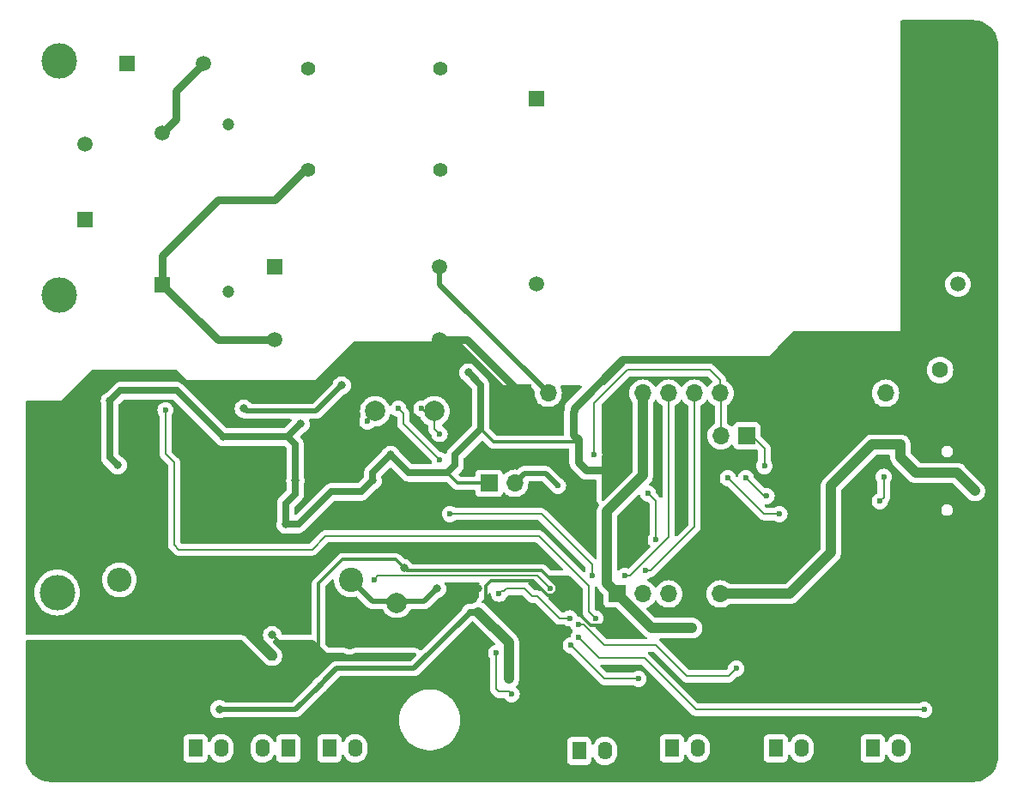
<source format=gbr>
%TF.GenerationSoftware,KiCad,Pcbnew,8.0.7-8.0.7-0~ubuntu24.04.1*%
%TF.CreationDate,2024-12-10T19:47:53+09:00*%
%TF.ProjectId,MRM5-tester,4d524d35-2d74-4657-9374-65722e6b6963,rev?*%
%TF.SameCoordinates,Original*%
%TF.FileFunction,Copper,L2,Bot*%
%TF.FilePolarity,Positive*%
%FSLAX46Y46*%
G04 Gerber Fmt 4.6, Leading zero omitted, Abs format (unit mm)*
G04 Created by KiCad (PCBNEW 8.0.7-8.0.7-0~ubuntu24.04.1) date 2024-12-10 19:47:53*
%MOMM*%
%LPD*%
G01*
G04 APERTURE LIST*
%TA.AperFunction,ComponentPad*%
%ADD10C,3.500000*%
%TD*%
%TA.AperFunction,ComponentPad*%
%ADD11R,1.700000X1.700000*%
%TD*%
%TA.AperFunction,ComponentPad*%
%ADD12O,1.700000X1.700000*%
%TD*%
%TA.AperFunction,ComponentPad*%
%ADD13R,1.500000X1.500000*%
%TD*%
%TA.AperFunction,ComponentPad*%
%ADD14C,1.500000*%
%TD*%
%TA.AperFunction,ComponentPad*%
%ADD15R,1.400000X1.800000*%
%TD*%
%TA.AperFunction,ComponentPad*%
%ADD16O,1.400000X1.800000*%
%TD*%
%TA.AperFunction,ComponentPad*%
%ADD17C,2.400000*%
%TD*%
%TA.AperFunction,ComponentPad*%
%ADD18O,2.400000X2.400000*%
%TD*%
%TA.AperFunction,ComponentPad*%
%ADD19C,1.200000*%
%TD*%
%TA.AperFunction,ComponentPad*%
%ADD20C,1.600000*%
%TD*%
%TA.AperFunction,ComponentPad*%
%ADD21C,1.400000*%
%TD*%
%TA.AperFunction,SMDPad,CuDef*%
%ADD22C,2.000000*%
%TD*%
%TA.AperFunction,ViaPad*%
%ADD23C,0.800000*%
%TD*%
%TA.AperFunction,ViaPad*%
%ADD24C,0.600000*%
%TD*%
%TA.AperFunction,Conductor*%
%ADD25C,0.300000*%
%TD*%
%TA.AperFunction,Conductor*%
%ADD26C,0.700000*%
%TD*%
%TA.AperFunction,Conductor*%
%ADD27C,0.800000*%
%TD*%
%TA.AperFunction,Conductor*%
%ADD28C,1.000000*%
%TD*%
%TA.AperFunction,Conductor*%
%ADD29C,0.500000*%
%TD*%
%TA.AperFunction,Conductor*%
%ADD30C,0.200000*%
%TD*%
G04 APERTURE END LIST*
D10*
%TO.P,P1,1*%
%TO.N,/interface/Vp_h*%
X106198000Y-67020000D03*
%TD*%
D11*
%TO.P,J7,1,Pin_1*%
%TO.N,/analog/3V3*%
X161234000Y-119634000D03*
D12*
%TO.P,J7,2,Pin_2*%
%TO.N,/interface/UART_RXD*%
X163774000Y-119634000D03*
%TO.P,J7,3,Pin_3*%
%TO.N,/interface/UART_TXD*%
X166314000Y-119634000D03*
%TO.P,J7,4,Pin_4*%
%TO.N,GND*%
X168854000Y-119634000D03*
%TO.P,J7,5,Pin_5*%
%TO.N,/interface/5V*%
X171394000Y-119634000D03*
%TD*%
D11*
%TO.P,J5,1*%
%TO.N,GND*%
X185166000Y-99822000D03*
D12*
%TO.P,J5,2*%
%TO.N,/interface/5V*%
X187706000Y-99822000D03*
%TD*%
D13*
%TO.P,RT1,1*%
%TO.N,/interface/Vp_h*%
X112922000Y-67274000D03*
D14*
%TO.P,RT1,2*%
%TO.N,/analog/Vp_sh*%
X120422000Y-67274000D03*
%TD*%
D11*
%TO.P,J6,1,Pin_1*%
%TO.N,GND*%
X173934000Y-99822000D03*
D12*
%TO.P,J6,2,Pin_2*%
%TO.N,/interface/STLINK_RST*%
X171394000Y-99822000D03*
%TO.P,J6,3,Pin_3*%
%TO.N,/interface/STLINK_CLK*%
X168854000Y-99822000D03*
%TO.P,J6,4,Pin_4*%
%TO.N,/interface/STLINK_DIO*%
X166314000Y-99822000D03*
%TO.P,J6,5,Pin_5*%
%TO.N,/analog/3V3*%
X163774000Y-99822000D03*
%TD*%
D15*
%TO.P,LED7,1,K*%
%TO.N,Net-(LED7-K)*%
X119634000Y-134874000D03*
D16*
%TO.P,LED7,2,A*%
%TO.N,/analog/3V3*%
X122174000Y-134874000D03*
%TD*%
D13*
%TO.P,PS1,1,AC_1*%
%TO.N,/power/FL1_out1_sh*%
X153250000Y-70750000D03*
D14*
%TO.P,PS1,2,AC_2*%
%TO.N,/power/FL1_out2_sh*%
X153250000Y-89050000D03*
%TO.P,PS1,3,-V0*%
%TO.N,GND*%
X194850000Y-68450000D03*
%TO.P,PS1,4,+V0*%
%TO.N,/interface/5V*%
X194850000Y-89050000D03*
%TD*%
D15*
%TO.P,LED2,1,K*%
%TO.N,Net-(LED2-K)*%
X176868666Y-134874000D03*
D16*
%TO.P,LED2,2,A*%
%TO.N,Net-(LED2-A)*%
X179408666Y-134874000D03*
%TD*%
D11*
%TO.P,J4,1*%
%TO.N,/analog/1V6*%
X151892000Y-99822000D03*
D12*
%TO.P,J4,2*%
%TO.N,/analog/V2p*%
X154432000Y-99822000D03*
%TD*%
D15*
%TO.P,LED1,1,K*%
%TO.N,Net-(LED1-K)*%
X186436000Y-134874000D03*
D16*
%TO.P,LED1,2,A*%
%TO.N,Net-(LED1-A)*%
X188976000Y-134874000D03*
%TD*%
D15*
%TO.P,LED6,1,K*%
%TO.N,Net-(LED6-K)*%
X132842000Y-134874000D03*
D16*
%TO.P,LED6,2,A*%
%TO.N,Net-(LED6-A)*%
X135382000Y-134874000D03*
%TD*%
D11*
%TO.P,J2,1,Pin_1*%
%TO.N,GND*%
X148585000Y-108712000D03*
D12*
%TO.P,J2,2,Pin_2*%
%TO.N,/interface/SYNC*%
X151125000Y-108712000D03*
%TD*%
D10*
%TO.P,P4,1*%
%TO.N,/analog/1V6*%
X106116000Y-103378000D03*
%TD*%
D17*
%TO.P,R24,1*%
%TO.N,/analog/Zfreed*%
X135000000Y-118250000D03*
D18*
%TO.P,R24,2*%
%TO.N,Net-(L1-Pad1)*%
X112140000Y-118250000D03*
%TD*%
D13*
%TO.P,T1,1,1*%
%TO.N,/analog/Vp_ssh*%
X127408000Y-87376000D03*
D14*
%TO.P,T1,2,2*%
%TO.N,/analog/Vn_h*%
X127408000Y-94576000D03*
%TO.P,T1,3,3*%
%TO.N,/analog/V2p*%
X143708000Y-87376000D03*
%TO.P,T1,4,4*%
%TO.N,/analog/1V6*%
X143708000Y-94576000D03*
%TD*%
D15*
%TO.P,LED3,1,K*%
%TO.N,Net-(LED3-K)*%
X166624000Y-134874000D03*
D16*
%TO.P,LED3,2,A*%
%TO.N,Net-(LED3-A)*%
X169164000Y-134874000D03*
%TD*%
D15*
%TO.P,LED5,1,K*%
%TO.N,Net-(LED5-K)*%
X128778000Y-134874000D03*
D16*
%TO.P,LED5,2,A*%
%TO.N,Net-(LED5-A)*%
X126238000Y-134874000D03*
%TD*%
D11*
%TO.P,J1,1,Pin_1*%
%TO.N,/interface/PUSH_BTN*%
X174000000Y-104000000D03*
D12*
%TO.P,J1,2,Pin_2*%
%TO.N,/interface/STLINK_RST*%
X171460000Y-104000000D03*
%TD*%
D10*
%TO.P,P2,1*%
%TO.N,/analog/Vn_h*%
X106198000Y-90134000D03*
%TD*%
D19*
%TO.P,R17,1,1*%
%TO.N,/analog/Vp_sh*%
X122880000Y-73284000D03*
%TO.P,R17,2,2*%
%TO.N,/analog/Vp_ssh*%
X122880000Y-89784000D03*
%TD*%
D13*
%TO.P,RV1,1*%
%TO.N,/analog/Vn_h*%
X108758000Y-82708000D03*
D14*
%TO.P,RV1,2*%
%TO.N,/interface/Vp_h*%
X108758000Y-75208000D03*
%TD*%
D20*
%TO.P,C26,1*%
%TO.N,/interface/5V*%
X193080000Y-97524000D03*
%TO.P,C26,2*%
%TO.N,GND*%
X195580000Y-97524000D03*
%TD*%
D10*
%TO.P,P3,1*%
%TO.N,Net-(L1-Pad2)*%
X106000000Y-119500000D03*
%TD*%
D13*
%TO.P,C20,1*%
%TO.N,/analog/Vn_h*%
X116358000Y-89132000D03*
D14*
%TO.P,C20,2*%
%TO.N,/analog/Vp_sh*%
X116358000Y-74132000D03*
%TD*%
D15*
%TO.P,LED4,1,K*%
%TO.N,Net-(LED4-K)*%
X157480000Y-135128000D03*
D16*
%TO.P,LED4,2,A*%
%TO.N,Net-(LED4-A)*%
X160020000Y-135128000D03*
%TD*%
D21*
%TO.P,FL1,1*%
%TO.N,/analog/Vp_sh*%
X130750000Y-67750000D03*
%TO.P,FL1,2*%
%TO.N,/analog/Vn_h*%
X130750000Y-77750000D03*
%TO.P,FL1,3*%
%TO.N,/power/FL1_out2_sh*%
X143750000Y-77750000D03*
%TO.P,FL1,4*%
%TO.N,/power/FL1_out1_sh*%
X143750000Y-67750000D03*
%TD*%
D22*
%TO.P,TP1,1,1*%
%TO.N,Net-(U2A--)*%
X137358000Y-101600000D03*
%TD*%
%TO.P,TP2,1,1*%
%TO.N,/analog/Zfreed*%
X139500000Y-120500000D03*
%TD*%
%TO.P,TP3,1,1*%
%TO.N,/analog/sigV*%
X143200000Y-101600000D03*
%TD*%
D23*
%TO.N,GND*%
X193548000Y-115062000D03*
X127198000Y-123698000D03*
X128524000Y-112776000D03*
X194818000Y-101600000D03*
X138882000Y-105918000D03*
X146558000Y-97790000D03*
X165250000Y-109000000D03*
X171500000Y-110500000D03*
D24*
X171450000Y-125730000D03*
D23*
X162250000Y-105664000D03*
X152908000Y-124714000D03*
X140208000Y-117094000D03*
X190500000Y-109750000D03*
X157424000Y-104648000D03*
X167750000Y-110500000D03*
X128722000Y-128778000D03*
X179776000Y-97536000D03*
X185618000Y-114046000D03*
X161000000Y-122500000D03*
X129992000Y-102870000D03*
X162500000Y-111500000D03*
X184856000Y-101854000D03*
X137104000Y-108458000D03*
X111196000Y-100584000D03*
X122372000Y-104140000D03*
X111958000Y-106934000D03*
X129484000Y-108458000D03*
%TO.N,/analog/3V3*%
X168656000Y-122936000D03*
X122000000Y-131000000D03*
X147531000Y-121425000D03*
D24*
X131925000Y-128623000D03*
D23*
X150566000Y-128016000D03*
X124404000Y-101346000D03*
X134056000Y-99060000D03*
%TO.N,/interface/5V*%
X196540000Y-109474000D03*
X182372000Y-111760000D03*
X189174000Y-104902000D03*
%TO.N,/analog/1V6*%
X153162000Y-112776000D03*
X131262000Y-106172000D03*
X126182000Y-106680000D03*
X132786000Y-102870000D03*
X127198000Y-125730000D03*
X123642000Y-111506000D03*
X147518000Y-119126000D03*
X119324000Y-113538000D03*
X147574000Y-112776000D03*
X124912000Y-99822000D03*
X134818000Y-124714000D03*
X121102000Y-118872000D03*
D24*
%TO.N,/analog/sigV*%
X141930000Y-101346000D03*
X143708000Y-103845000D03*
%TO.N,/mcu/1V6_TFlag*%
X116684000Y-101500000D03*
X159075000Y-122047000D03*
%TO.N,/mcu/1V6_IFlag*%
X144750000Y-111750000D03*
X158735000Y-117856000D03*
%TO.N,/analog/Z_TFlag*%
X149578000Y-119606000D03*
X156535000Y-122047000D03*
%TO.N,/analog/Z_IFlag*%
X154630000Y-119126000D03*
X137231000Y-118237000D03*
%TO.N,/interface/STLINK_RST*%
X158948000Y-105918000D03*
%TO.N,/interface/PUSH_BTN*%
X175750000Y-107000000D03*
%TO.N,/interface/SYNC*%
X155392000Y-108966000D03*
%TO.N,/interface/STLINK_CLK*%
X164028000Y-117348000D03*
%TO.N,/interface/UART_TXD*%
X165044000Y-114300000D03*
X164282000Y-109728000D03*
X177236000Y-111760000D03*
X172156000Y-108204000D03*
%TO.N,/interface/UART_RTS*%
X175966000Y-109982000D03*
X173934000Y-108204000D03*
%TO.N,/interface/STLINK_DIO*%
X161996000Y-117856000D03*
%TO.N,Net-(Q1-B)*%
X157424000Y-123952000D03*
X191516000Y-131064000D03*
%TO.N,Net-(Q2-B)*%
X157424000Y-122682000D03*
X172974000Y-127000000D03*
%TO.N,Net-(Q3-B)*%
X156662000Y-124714000D03*
X163322000Y-128016000D03*
%TO.N,Net-(Q4-B)*%
X149296000Y-125476000D03*
X150820000Y-129540000D03*
%TO.N,Net-(U2A--)*%
X136596000Y-102616000D03*
%TO.N,Net-(C18-Pad1)*%
X139644000Y-101346000D03*
X143708000Y-106426000D03*
D23*
%TO.N,/analog/Zfreed*%
X143454000Y-119126000D03*
D24*
%TO.N,Net-(D1-L1)*%
X187142000Y-110490000D03*
X187523000Y-108077000D03*
%TD*%
D25*
%TO.N,GND*%
X192532000Y-114046000D02*
X185618000Y-114046000D01*
D26*
X129484000Y-108458000D02*
X129484000Y-104902000D01*
D25*
X194564000Y-101854000D02*
X184856000Y-101854000D01*
D26*
X147772000Y-103378000D02*
X145232000Y-105918000D01*
X146558000Y-97790000D02*
X147772000Y-99004000D01*
D25*
X189662685Y-126416685D02*
X186539370Y-129540000D01*
X155280000Y-119395239D02*
X154899239Y-119776000D01*
X158583396Y-122697000D02*
X155280000Y-119393604D01*
X145486000Y-108712000D02*
X144470000Y-107696000D01*
D26*
X117800000Y-99568000D02*
X112212000Y-99568000D01*
D25*
X160472000Y-107442000D02*
X162250000Y-105664000D01*
X195580000Y-100838000D02*
X195580000Y-97524000D01*
X148268000Y-120074000D02*
X152908000Y-124714000D01*
D27*
X157424000Y-106674000D02*
X158192000Y-107442000D01*
D25*
X177461112Y-124996888D02*
X176728000Y-125730000D01*
X171000000Y-106750000D02*
X170500000Y-107250000D01*
X196088000Y-119991370D02*
X189662685Y-126416685D01*
D26*
X129484000Y-109734000D02*
X129484000Y-108458000D01*
D25*
X196088000Y-116134000D02*
X196088000Y-119991370D01*
X198318000Y-86106000D02*
X198318000Y-94786000D01*
X171500000Y-116988000D02*
X171500000Y-110500000D01*
D26*
X136000000Y-109562000D02*
X137104000Y-108458000D01*
D25*
X180250000Y-107000000D02*
X179250000Y-107000000D01*
D26*
X129794000Y-112776000D02*
X133008000Y-109562000D01*
D25*
X198318000Y-94786000D02*
X195580000Y-97524000D01*
X148585000Y-108712000D02*
X145486000Y-108712000D01*
X131770000Y-125730000D02*
X128722000Y-128778000D01*
X152890761Y-118306000D02*
X148766000Y-118306000D01*
D26*
X112212000Y-99568000D02*
X111196000Y-100584000D01*
D25*
X193548000Y-115062000D02*
X192532000Y-114046000D01*
D26*
X145232000Y-106934000D02*
X144470000Y-107696000D01*
D25*
X168854000Y-119634000D02*
X171648000Y-122428000D01*
X155280000Y-119126000D02*
X155280000Y-119395239D01*
D27*
X157424000Y-104394000D02*
X156921000Y-103891000D01*
D25*
X193548000Y-115062000D02*
X195016000Y-115062000D01*
X177750000Y-108500000D02*
X175750000Y-108500000D01*
X183078000Y-128016000D02*
X180058888Y-124996888D01*
X148766000Y-118306000D02*
X148268000Y-118804000D01*
D27*
X161750000Y-96500000D02*
X178740000Y-96500000D01*
D25*
X170500000Y-109000000D02*
X171506000Y-110006000D01*
X171648000Y-122428000D02*
X171648000Y-125730000D01*
D26*
X122372000Y-104140000D02*
X117800000Y-99568000D01*
D25*
X174000000Y-106750000D02*
X171000000Y-106750000D01*
X190500000Y-109750000D02*
X186204000Y-114046000D01*
X184856000Y-101854000D02*
X184856000Y-102394000D01*
D26*
X129484000Y-104902000D02*
X128722000Y-104140000D01*
D25*
X194818000Y-101600000D02*
X195580000Y-100838000D01*
X134138000Y-116250000D02*
X131770000Y-118618000D01*
D26*
X137104000Y-107696000D02*
X137104000Y-108458000D01*
X128524000Y-110694000D02*
X129484000Y-109734000D01*
D25*
X155280000Y-118856761D02*
X155280000Y-119126000D01*
X157424000Y-104648000D02*
X157424000Y-104394000D01*
X140208000Y-117094000D02*
X140462000Y-117348000D01*
X154360761Y-119776000D02*
X152890761Y-118306000D01*
D27*
X178740000Y-96500000D02*
X179776000Y-97536000D01*
D25*
X175750000Y-108500000D02*
X174000000Y-106750000D01*
D26*
X133008000Y-109562000D02*
X136000000Y-109562000D01*
X128722000Y-104140000D02*
X129992000Y-102870000D01*
D25*
X189738000Y-129032000D02*
X189738000Y-126492000D01*
X195016000Y-82804000D02*
X198318000Y-86106000D01*
X154899239Y-119776000D02*
X154360761Y-119776000D01*
X128722000Y-125222000D02*
X128722000Y-128778000D01*
D26*
X147772000Y-99004000D02*
X147772000Y-103378000D01*
D25*
X149042000Y-104648000D02*
X147772000Y-103378000D01*
X168854000Y-119634000D02*
X171500000Y-116988000D01*
D27*
X158192000Y-107442000D02*
X160472000Y-107442000D01*
D25*
X179776000Y-97536000D02*
X177490000Y-99822000D01*
D27*
X156972000Y-101600000D02*
X156972000Y-101278000D01*
D26*
X111196000Y-106172000D02*
X111958000Y-106934000D01*
D25*
X140208000Y-117094000D02*
X139364000Y-116250000D01*
X179250000Y-107000000D02*
X177750000Y-108500000D01*
D27*
X156921000Y-101651000D02*
X156972000Y-101600000D01*
D25*
X186539370Y-129540000D02*
X183078000Y-129540000D01*
X171506000Y-110494000D02*
X171500000Y-110500000D01*
X127198000Y-123698000D02*
X128722000Y-125222000D01*
X189738000Y-126492000D02*
X189662685Y-126416685D01*
D26*
X128524000Y-112776000D02*
X129794000Y-112776000D01*
D25*
X139364000Y-116250000D02*
X134138000Y-116250000D01*
D27*
X156972000Y-101278000D02*
X161750000Y-96500000D01*
D25*
X155280000Y-119393604D02*
X155280000Y-119126000D01*
D26*
X144470000Y-107696000D02*
X140660000Y-107696000D01*
D25*
X183078000Y-129540000D02*
X183078000Y-128016000D01*
D26*
X140660000Y-107696000D02*
X138882000Y-105918000D01*
D25*
X177490000Y-99822000D02*
X173934000Y-99822000D01*
X184856000Y-102394000D02*
X180250000Y-107000000D01*
X194818000Y-101600000D02*
X194564000Y-101854000D01*
D26*
X122372000Y-104140000D02*
X128722000Y-104140000D01*
D25*
X180058888Y-124996888D02*
X177461112Y-124996888D01*
X140462000Y-117348000D02*
X153771239Y-117348000D01*
D26*
X138882000Y-105918000D02*
X137104000Y-107696000D01*
D25*
X160803000Y-122697000D02*
X158583396Y-122697000D01*
D26*
X145232000Y-105918000D02*
X145232000Y-106934000D01*
D25*
X195016000Y-68046000D02*
X195016000Y-82804000D01*
D26*
X128524000Y-112776000D02*
X128524000Y-110694000D01*
D25*
X189484000Y-129286000D02*
X189738000Y-129032000D01*
X131770000Y-118618000D02*
X131770000Y-125730000D01*
D27*
X156921000Y-103891000D02*
X156921000Y-101651000D01*
D25*
X179776000Y-97536000D02*
X182062000Y-99822000D01*
X182062000Y-99822000D02*
X185166000Y-99822000D01*
X157424000Y-104648000D02*
X149042000Y-104648000D01*
X148268000Y-118804000D02*
X148268000Y-120074000D01*
X153771239Y-117348000D02*
X155280000Y-118856761D01*
D27*
X157424000Y-104648000D02*
X157424000Y-106674000D01*
D25*
X161000000Y-122500000D02*
X160803000Y-122697000D01*
X186204000Y-114046000D02*
X185618000Y-114046000D01*
X170500000Y-107250000D02*
X170500000Y-109000000D01*
D26*
X111196000Y-100584000D02*
X111196000Y-106172000D01*
D25*
X171506000Y-110006000D02*
X171506000Y-110494000D01*
X195016000Y-115062000D02*
X196088000Y-116134000D01*
D26*
%TO.N,/analog/3V3*%
X147531000Y-121425000D02*
X146743000Y-121425000D01*
D28*
X150566000Y-124460000D02*
X150566000Y-128016000D01*
D25*
X124404000Y-101346000D02*
X124658000Y-101600000D01*
D29*
X133548000Y-127000000D02*
X132532000Y-128016000D01*
D28*
X164596888Y-122996888D02*
X160218000Y-118618000D01*
X160218000Y-111506000D02*
X163774000Y-107950000D01*
D29*
X146743000Y-121425000D02*
X141168000Y-127000000D01*
D28*
X160218000Y-118618000D02*
X160218000Y-111506000D01*
D29*
X122064000Y-131064000D02*
X122000000Y-131000000D01*
X141168000Y-127000000D02*
X133548000Y-127000000D01*
D28*
X168628888Y-122996888D02*
X164596888Y-122996888D01*
D29*
X124658000Y-101600000D02*
X131516000Y-101600000D01*
X131516000Y-101600000D02*
X134056000Y-99060000D01*
D28*
X147531000Y-121425000D02*
X150566000Y-124460000D01*
D29*
X132532000Y-128016000D02*
X131925000Y-128623000D01*
X129484000Y-131064000D02*
X122064000Y-131064000D01*
X131925000Y-128623000D02*
X129484000Y-131064000D01*
D28*
X163774000Y-107950000D02*
X163774000Y-99822000D01*
%TO.N,/interface/5V*%
X194762000Y-107696000D02*
X190698000Y-107696000D01*
X190698000Y-107696000D02*
X189174000Y-106172000D01*
X182316000Y-108966000D02*
X182316000Y-115570000D01*
X189174000Y-104902000D02*
X186380000Y-104902000D01*
X182316000Y-115570000D02*
X178252000Y-119634000D01*
X189174000Y-106172000D02*
X189174000Y-104902000D01*
X186380000Y-104902000D02*
X182316000Y-108966000D01*
X196540000Y-109474000D02*
X194762000Y-107696000D01*
X178252000Y-119634000D02*
X171394000Y-119634000D01*
D25*
%TO.N,/analog/1V6*%
X147518000Y-119126000D02*
X146624000Y-119126000D01*
D28*
X123642000Y-109220000D02*
X126182000Y-106680000D01*
D27*
X146392000Y-94576000D02*
X151892000Y-100076000D01*
D28*
X121102000Y-118872000D02*
X121102000Y-119634000D01*
D27*
X136088000Y-97282000D02*
X136088000Y-99568000D01*
D25*
X147574000Y-112776000D02*
X153162000Y-112776000D01*
D27*
X132786000Y-104648000D02*
X131262000Y-106172000D01*
D25*
X141036000Y-124714000D02*
X134818000Y-124714000D01*
D27*
X136088000Y-97282000D02*
X133294000Y-97282000D01*
X143708000Y-94576000D02*
X141002000Y-97282000D01*
X141002000Y-97282000D02*
X136088000Y-97282000D01*
X132786000Y-102870000D02*
X132786000Y-104648000D01*
X136088000Y-99568000D02*
X132786000Y-102870000D01*
X130754000Y-99822000D02*
X124912000Y-99822000D01*
D28*
X119324000Y-113538000D02*
X121610000Y-113538000D01*
D27*
X143708000Y-94576000D02*
X146392000Y-94576000D01*
D25*
X146624000Y-119126000D02*
X141036000Y-124714000D01*
D28*
X121610000Y-113538000D02*
X123642000Y-111506000D01*
X123642000Y-111506000D02*
X123642000Y-109220000D01*
D27*
X133294000Y-97282000D02*
X130754000Y-99822000D01*
D28*
X121102000Y-119634000D02*
X127198000Y-125730000D01*
D30*
%TO.N,/analog/sigV*%
X143708000Y-103845000D02*
X143200000Y-103337000D01*
X143200000Y-101600000D02*
X142184000Y-101600000D01*
X143200000Y-103337000D02*
X143200000Y-101600000D01*
X142184000Y-101600000D02*
X141930000Y-101346000D01*
%TO.N,/mcu/1V6_TFlag*%
X158440000Y-118872000D02*
X158440000Y-121412000D01*
X117546000Y-114808000D02*
X117988000Y-115250000D01*
X132443000Y-113938000D02*
X153506000Y-113938000D01*
X116684000Y-105818000D02*
X117546000Y-106680000D01*
X117988000Y-115250000D02*
X131131000Y-115250000D01*
X158440000Y-121412000D02*
X159075000Y-122047000D01*
X116684000Y-101500000D02*
X116684000Y-105818000D01*
X131131000Y-115250000D02*
X132443000Y-113938000D01*
X153506000Y-113938000D02*
X158440000Y-118872000D01*
X117546000Y-106680000D02*
X117546000Y-114808000D01*
%TO.N,/mcu/1V6_IFlag*%
X153750000Y-111750000D02*
X158735000Y-116735000D01*
X144750000Y-111750000D02*
X153750000Y-111750000D01*
X158735000Y-116735000D02*
X158735000Y-117856000D01*
%TO.N,/analog/Z_TFlag*%
X155519000Y-122047000D02*
X156535000Y-122047000D01*
X152852000Y-119888000D02*
X153360000Y-119888000D01*
X149804000Y-119380000D02*
X150058000Y-119380000D01*
X150058000Y-119380000D02*
X150312000Y-119126000D01*
X149578000Y-119606000D02*
X149804000Y-119380000D01*
X150312000Y-119126000D02*
X152090000Y-119126000D01*
X152090000Y-119126000D02*
X152852000Y-119888000D01*
X153360000Y-119888000D02*
X155519000Y-122047000D01*
%TO.N,/analog/Z_IFlag*%
X137612000Y-117856000D02*
X137231000Y-118237000D01*
X137231000Y-118237000D02*
X137104000Y-118364000D01*
X154630000Y-119126000D02*
X153360000Y-117856000D01*
X153360000Y-117856000D02*
X137612000Y-117856000D01*
%TO.N,/interface/STLINK_RST*%
X159964000Y-99822000D02*
X158948000Y-100838000D01*
X171394000Y-99822000D02*
X171394000Y-98552000D01*
X162250000Y-97536000D02*
X159964000Y-99822000D01*
X170378000Y-97536000D02*
X162250000Y-97536000D01*
X171460000Y-104000000D02*
X171460000Y-99888000D01*
X171394000Y-98552000D02*
X170378000Y-97536000D01*
X158948000Y-100838000D02*
X158948000Y-105918000D01*
X171460000Y-99888000D02*
X171394000Y-99822000D01*
%TO.N,/interface/PUSH_BTN*%
X174500000Y-104000000D02*
X174000000Y-104000000D01*
X175750000Y-105250000D02*
X174500000Y-104000000D01*
X175750000Y-107000000D02*
X175750000Y-105250000D01*
D29*
%TO.N,/interface/SYNC*%
X151125000Y-108712000D02*
X152085000Y-107752000D01*
X152085000Y-107752000D02*
X154178000Y-107752000D01*
X154178000Y-107752000D02*
X155392000Y-108966000D01*
D30*
%TO.N,/interface/STLINK_CLK*%
X168854000Y-113030000D02*
X168854000Y-99822000D01*
X164028000Y-117348000D02*
X164536000Y-117348000D01*
X164536000Y-117348000D02*
X168854000Y-113030000D01*
%TO.N,/interface/UART_TXD*%
X165044000Y-110490000D02*
X164282000Y-109728000D01*
X165044000Y-114300000D02*
X165044000Y-110490000D01*
X175712000Y-111760000D02*
X177236000Y-111760000D01*
X172156000Y-108204000D02*
X175712000Y-111760000D01*
%TO.N,/interface/UART_RTS*%
X175712000Y-109982000D02*
X175966000Y-109982000D01*
X173934000Y-108204000D02*
X175712000Y-109982000D01*
%TO.N,/interface/STLINK_DIO*%
X166314000Y-114046000D02*
X163012000Y-117348000D01*
X163012000Y-117348000D02*
X162504000Y-117856000D01*
X162504000Y-117856000D02*
X161996000Y-117856000D01*
X166314000Y-99822000D02*
X166314000Y-114046000D01*
%TO.N,Net-(Q1-B)*%
X163901000Y-125984000D02*
X159456000Y-125984000D01*
X159456000Y-125984000D02*
X157424000Y-123952000D01*
X166695000Y-128778000D02*
X163901000Y-125984000D01*
X166695000Y-128778000D02*
X168981000Y-131064000D01*
X168981000Y-131064000D02*
X191516000Y-131064000D01*
%TO.N,Net-(Q2-B)*%
X159964000Y-124714000D02*
X157932000Y-122682000D01*
X165044000Y-124714000D02*
X159964000Y-124714000D01*
X157932000Y-122682000D02*
X157424000Y-122682000D01*
X168092000Y-127762000D02*
X172212000Y-127762000D01*
X172212000Y-127762000D02*
X172974000Y-127000000D01*
X168092000Y-127762000D02*
X165044000Y-124714000D01*
%TO.N,Net-(Q3-B)*%
X159964000Y-128016000D02*
X156662000Y-124714000D01*
X163266000Y-128016000D02*
X159964000Y-128016000D01*
%TO.N,Net-(Q4-B)*%
X149296000Y-129032000D02*
X149550000Y-129286000D01*
X149550000Y-129286000D02*
X150566000Y-129286000D01*
X150566000Y-129286000D02*
X150820000Y-129540000D01*
X149296000Y-125476000D02*
X149296000Y-129032000D01*
D27*
%TO.N,/analog/Vp_ssh*%
X122880000Y-89784000D02*
X122967000Y-89784000D01*
D30*
%TO.N,Net-(U2A--)*%
X136596000Y-102616000D02*
X136596000Y-102362000D01*
X136596000Y-102362000D02*
X137358000Y-101600000D01*
%TO.N,Net-(C18-Pad1)*%
X140152000Y-102870000D02*
X140152000Y-101854000D01*
X143708000Y-106426000D02*
X140152000Y-102870000D01*
X140152000Y-101854000D02*
X139644000Y-101346000D01*
D29*
%TO.N,/analog/V2p*%
X143708000Y-89098000D02*
X143708000Y-87376000D01*
X154432000Y-99822000D02*
X143708000Y-89098000D01*
D27*
%TO.N,/analog/Vp_sh*%
X120422000Y-67274000D02*
X117750000Y-69946000D01*
X117750000Y-69946000D02*
X117750000Y-72740000D01*
X117750000Y-72740000D02*
X116358000Y-74132000D01*
D29*
%TO.N,/analog/Zfreed*%
X143454000Y-119126000D02*
X142220000Y-120360000D01*
X142220000Y-120360000D02*
X137110000Y-120360000D01*
X137110000Y-120360000D02*
X135000000Y-118250000D01*
D27*
%TO.N,/analog/Vn_h*%
X121826000Y-94576000D02*
X127408000Y-94576000D01*
X116382000Y-89132000D02*
X121826000Y-94576000D01*
X130592000Y-77632000D02*
X130914000Y-77632000D01*
X116358000Y-86278000D02*
X121864000Y-80772000D01*
X127452000Y-80772000D02*
X130592000Y-77632000D01*
X116358000Y-89132000D02*
X116382000Y-89132000D01*
X116358000Y-89132000D02*
X116358000Y-86278000D01*
X121864000Y-80772000D02*
X127452000Y-80772000D01*
D30*
%TO.N,Net-(D1-L1)*%
X187523000Y-110109000D02*
X187523000Y-108077000D01*
X187142000Y-110490000D02*
X187523000Y-110109000D01*
%TD*%
%TA.AperFunction,Conductor*%
%TO.N,/analog/1V6*%
G36*
X145755677Y-94761685D02*
G01*
X145776319Y-94778319D01*
X150058000Y-99060000D01*
X152557271Y-99060000D01*
X152624310Y-99079685D01*
X152644952Y-99096319D01*
X153059130Y-99510497D01*
X153092615Y-99571820D01*
X153094977Y-99608985D01*
X153076341Y-99821997D01*
X153076341Y-99822000D01*
X153096936Y-100057403D01*
X153096938Y-100057413D01*
X153158094Y-100285655D01*
X153158096Y-100285659D01*
X153158097Y-100285663D01*
X153250983Y-100484857D01*
X153257965Y-100499830D01*
X153257967Y-100499834D01*
X153324748Y-100595206D01*
X153393505Y-100693401D01*
X153560599Y-100860495D01*
X153641378Y-100917057D01*
X153754165Y-100996032D01*
X153754167Y-100996033D01*
X153754170Y-100996035D01*
X153968337Y-101095903D01*
X154196592Y-101157063D01*
X154383903Y-101173451D01*
X154431999Y-101177659D01*
X154432000Y-101177659D01*
X154432001Y-101177659D01*
X154480051Y-101173455D01*
X154667408Y-101157063D01*
X154895663Y-101095903D01*
X155109830Y-100996035D01*
X155303401Y-100860495D01*
X155470495Y-100693401D01*
X155606035Y-100499830D01*
X155705903Y-100285663D01*
X155767063Y-100057408D01*
X155787659Y-99822000D01*
X155767063Y-99586592D01*
X155705903Y-99358337D01*
X155659998Y-99259894D01*
X155649045Y-99236405D01*
X155638553Y-99167327D01*
X155667073Y-99103543D01*
X155725549Y-99065304D01*
X155761427Y-99060000D01*
X157617138Y-99060000D01*
X157684177Y-99079685D01*
X157729932Y-99132489D01*
X157739876Y-99201647D01*
X157710851Y-99265203D01*
X157704819Y-99271681D01*
X156272540Y-100703958D01*
X156272537Y-100703961D01*
X156241442Y-100750500D01*
X156173990Y-100851447D01*
X156173983Y-100851459D01*
X156146813Y-100917056D01*
X156146813Y-100917057D01*
X156106105Y-101015333D01*
X156098296Y-101054592D01*
X156074654Y-101173453D01*
X156071500Y-101189309D01*
X156071500Y-101324087D01*
X156062062Y-101371538D01*
X156061259Y-101373478D01*
X156055105Y-101388334D01*
X156026080Y-101534256D01*
X156026080Y-101534258D01*
X156020500Y-101562308D01*
X156020500Y-103873500D01*
X156000815Y-103940539D01*
X155948011Y-103986294D01*
X155896500Y-103997500D01*
X149362807Y-103997500D01*
X149295768Y-103977815D01*
X149275126Y-103961181D01*
X148658819Y-103344873D01*
X148625334Y-103283550D01*
X148622500Y-103257192D01*
X148622500Y-98920232D01*
X148622499Y-98920228D01*
X148610925Y-98862041D01*
X148589816Y-98755918D01*
X148545100Y-98647965D01*
X148525704Y-98601137D01*
X148525702Y-98601134D01*
X148525700Y-98601129D01*
X148454803Y-98495028D01*
X148432626Y-98461838D01*
X148432622Y-98461834D01*
X148432620Y-98461831D01*
X147386714Y-97415926D01*
X147367010Y-97390248D01*
X147290533Y-97257784D01*
X147163871Y-97117112D01*
X147163870Y-97117111D01*
X147010734Y-97005851D01*
X147010729Y-97005848D01*
X146837807Y-96928857D01*
X146837802Y-96928855D01*
X146692001Y-96897865D01*
X146652646Y-96889500D01*
X146463354Y-96889500D01*
X146430897Y-96896398D01*
X146278197Y-96928855D01*
X146278192Y-96928857D01*
X146105270Y-97005848D01*
X146105265Y-97005851D01*
X145952129Y-97117111D01*
X145825466Y-97257785D01*
X145730821Y-97421715D01*
X145730818Y-97421722D01*
X145672327Y-97601740D01*
X145672326Y-97601744D01*
X145652540Y-97790000D01*
X145672326Y-97978256D01*
X145672327Y-97978259D01*
X145730818Y-98158277D01*
X145730821Y-98158284D01*
X145825467Y-98322216D01*
X145883899Y-98387111D01*
X145952129Y-98462888D01*
X146105265Y-98574148D01*
X146105267Y-98574149D01*
X146105270Y-98574151D01*
X146145730Y-98592165D01*
X146182973Y-98617762D01*
X146538982Y-98973771D01*
X146885181Y-99319969D01*
X146918666Y-99381292D01*
X146921500Y-99407650D01*
X146921500Y-102974348D01*
X146901815Y-103041387D01*
X146885181Y-103062029D01*
X144571375Y-105375834D01*
X144571372Y-105375838D01*
X144478297Y-105515133D01*
X144478296Y-105515136D01*
X144443174Y-105599930D01*
X144443174Y-105599931D01*
X144414184Y-105669917D01*
X144414182Y-105669922D01*
X144404313Y-105719539D01*
X144371927Y-105781449D01*
X144311211Y-105816023D01*
X144241442Y-105812282D01*
X144216911Y-105798690D01*
X144216158Y-105799889D01*
X144057521Y-105700210D01*
X143887249Y-105640630D01*
X143800330Y-105630837D01*
X143735916Y-105603770D01*
X143726533Y-105595298D01*
X140788819Y-102657584D01*
X140755334Y-102596261D01*
X140752500Y-102569903D01*
X140752500Y-101774945D01*
X140752500Y-101774943D01*
X140711577Y-101622216D01*
X140676990Y-101562309D01*
X140632524Y-101485290D01*
X140632521Y-101485286D01*
X140632520Y-101485284D01*
X140520716Y-101373480D01*
X140520715Y-101373479D01*
X140516385Y-101369149D01*
X140516374Y-101369139D01*
X140493231Y-101345996D01*
X141124435Y-101345996D01*
X141124435Y-101346003D01*
X141144630Y-101525249D01*
X141144631Y-101525254D01*
X141204211Y-101695523D01*
X141254116Y-101774945D01*
X141300184Y-101848262D01*
X141427738Y-101975816D01*
X141580478Y-102071789D01*
X141750745Y-102131368D01*
X141750746Y-102131368D01*
X141751592Y-102131664D01*
X141808368Y-102172386D01*
X141824194Y-102198896D01*
X141875826Y-102316606D01*
X142011833Y-102524782D01*
X142011836Y-102524785D01*
X142180256Y-102707738D01*
X142292698Y-102795255D01*
X142376494Y-102860476D01*
X142376496Y-102860477D01*
X142442609Y-102896255D01*
X142534517Y-102945993D01*
X142584108Y-102995212D01*
X142599500Y-103055048D01*
X142599500Y-103250330D01*
X142599499Y-103250348D01*
X142599499Y-103416054D01*
X142599498Y-103416054D01*
X142599499Y-103416057D01*
X142640423Y-103568785D01*
X142640424Y-103568786D01*
X142654438Y-103593061D01*
X142654439Y-103593062D01*
X142719475Y-103705709D01*
X142719481Y-103705717D01*
X142838349Y-103824585D01*
X142838355Y-103824590D01*
X142877298Y-103863533D01*
X142910783Y-103924856D01*
X142912837Y-103937330D01*
X142922630Y-104024249D01*
X142982210Y-104194521D01*
X143078184Y-104347262D01*
X143205738Y-104474816D01*
X143273679Y-104517506D01*
X143340207Y-104559309D01*
X143358478Y-104570789D01*
X143403235Y-104586450D01*
X143528745Y-104630368D01*
X143528750Y-104630369D01*
X143707996Y-104650565D01*
X143708000Y-104650565D01*
X143708004Y-104650565D01*
X143887249Y-104630369D01*
X143887252Y-104630368D01*
X143887255Y-104630368D01*
X144057522Y-104570789D01*
X144210262Y-104474816D01*
X144337816Y-104347262D01*
X144433789Y-104194522D01*
X144493368Y-104024255D01*
X144498389Y-103979692D01*
X144513565Y-103845003D01*
X144513565Y-103844996D01*
X144493369Y-103665750D01*
X144493368Y-103665745D01*
X144467935Y-103593061D01*
X144433789Y-103495478D01*
X144432229Y-103492996D01*
X144383885Y-103416057D01*
X144337816Y-103342738D01*
X144210262Y-103215184D01*
X144109553Y-103151904D01*
X144057523Y-103119211D01*
X144011205Y-103103004D01*
X143954429Y-103062282D01*
X143928682Y-102997329D01*
X143942138Y-102928768D01*
X143990525Y-102878365D01*
X143993144Y-102876907D01*
X144023499Y-102860480D01*
X144023505Y-102860476D01*
X144023504Y-102860476D01*
X144023509Y-102860474D01*
X144219744Y-102707738D01*
X144388164Y-102524785D01*
X144524173Y-102316607D01*
X144624063Y-102088881D01*
X144685108Y-101847821D01*
X144691147Y-101774943D01*
X144705643Y-101600005D01*
X144705643Y-101599994D01*
X144685109Y-101352187D01*
X144685107Y-101352175D01*
X144624063Y-101111118D01*
X144524173Y-100883393D01*
X144388166Y-100675217D01*
X144336481Y-100619072D01*
X144219744Y-100492262D01*
X144023509Y-100339526D01*
X144023507Y-100339525D01*
X144023506Y-100339524D01*
X143804811Y-100221172D01*
X143804802Y-100221169D01*
X143569616Y-100140429D01*
X143324335Y-100099500D01*
X143075665Y-100099500D01*
X142830383Y-100140429D01*
X142595197Y-100221169D01*
X142595188Y-100221172D01*
X142376491Y-100339525D01*
X142376487Y-100339528D01*
X142180257Y-100492261D01*
X142180256Y-100492261D01*
X142159160Y-100515177D01*
X142099271Y-100551166D01*
X142054050Y-100554411D01*
X141930004Y-100540435D01*
X141929996Y-100540435D01*
X141750750Y-100560630D01*
X141750745Y-100560631D01*
X141580476Y-100620211D01*
X141427737Y-100716184D01*
X141300184Y-100843737D01*
X141204211Y-100996476D01*
X141144631Y-101166745D01*
X141144630Y-101166750D01*
X141124435Y-101345996D01*
X140493231Y-101345996D01*
X140474700Y-101327465D01*
X140441215Y-101266142D01*
X140439163Y-101253686D01*
X140429368Y-101166745D01*
X140369789Y-100996478D01*
X140273816Y-100843738D01*
X140146262Y-100716184D01*
X140126809Y-100703961D01*
X139993523Y-100620211D01*
X139823254Y-100560631D01*
X139823249Y-100560630D01*
X139644004Y-100540435D01*
X139643996Y-100540435D01*
X139464750Y-100560630D01*
X139464745Y-100560631D01*
X139294476Y-100620211D01*
X139141737Y-100716184D01*
X139014184Y-100843737D01*
X138932949Y-100973022D01*
X138880614Y-101019313D01*
X138811560Y-101029961D01*
X138747712Y-101001586D01*
X138714399Y-100956860D01*
X138682173Y-100883393D01*
X138546166Y-100675217D01*
X138494481Y-100619072D01*
X138377744Y-100492262D01*
X138181509Y-100339526D01*
X138181507Y-100339525D01*
X138181506Y-100339524D01*
X137962811Y-100221172D01*
X137962802Y-100221169D01*
X137727616Y-100140429D01*
X137482335Y-100099500D01*
X137233665Y-100099500D01*
X136988383Y-100140429D01*
X136753197Y-100221169D01*
X136753188Y-100221172D01*
X136534493Y-100339524D01*
X136347771Y-100484856D01*
X136338256Y-100492262D01*
X136327452Y-100503997D01*
X136169833Y-100675217D01*
X136033826Y-100883393D01*
X135933936Y-101111118D01*
X135872892Y-101352175D01*
X135872890Y-101352187D01*
X135852357Y-101599994D01*
X135852357Y-101600005D01*
X135872890Y-101847812D01*
X135872892Y-101847824D01*
X135934654Y-102091714D01*
X135932029Y-102161534D01*
X135919442Y-102188125D01*
X135870209Y-102266478D01*
X135810633Y-102436737D01*
X135810630Y-102436750D01*
X135790435Y-102615996D01*
X135790435Y-102616003D01*
X135810630Y-102795249D01*
X135810631Y-102795254D01*
X135870211Y-102965523D01*
X135929305Y-103059570D01*
X135966184Y-103118262D01*
X136093738Y-103245816D01*
X136246478Y-103341789D01*
X136291635Y-103357590D01*
X136416745Y-103401368D01*
X136416750Y-103401369D01*
X136595996Y-103421565D01*
X136596000Y-103421565D01*
X136596004Y-103421565D01*
X136775249Y-103401369D01*
X136775252Y-103401368D01*
X136775255Y-103401368D01*
X136945522Y-103341789D01*
X137098262Y-103245816D01*
X137207260Y-103136818D01*
X137268583Y-103103334D01*
X137294941Y-103100500D01*
X137482335Y-103100500D01*
X137727614Y-103059571D01*
X137962810Y-102978828D01*
X138181509Y-102860474D01*
X138377744Y-102707738D01*
X138546164Y-102524785D01*
X138682173Y-102316607D01*
X138782063Y-102088881D01*
X138824014Y-101923219D01*
X138859554Y-101863064D01*
X138921974Y-101831672D01*
X138991457Y-101839010D01*
X139031901Y-101865979D01*
X139141738Y-101975816D01*
X139294478Y-102071789D01*
X139464745Y-102131368D01*
X139464748Y-102131368D01*
X139468454Y-102132665D01*
X139525230Y-102173387D01*
X139550978Y-102238339D01*
X139551500Y-102249707D01*
X139551500Y-102783330D01*
X139551499Y-102783348D01*
X139551499Y-102949054D01*
X139551498Y-102949054D01*
X139592423Y-103101785D01*
X139621358Y-103151900D01*
X139621359Y-103151904D01*
X139621360Y-103151904D01*
X139671479Y-103238714D01*
X139671481Y-103238717D01*
X139790349Y-103357585D01*
X139790355Y-103357590D01*
X142877298Y-106444533D01*
X142910783Y-106505856D01*
X142912837Y-106518330D01*
X142922630Y-106605249D01*
X142922631Y-106605254D01*
X142922632Y-106605255D01*
X142948978Y-106680547D01*
X142952539Y-106750324D01*
X142917810Y-106810952D01*
X142855817Y-106843179D01*
X142831936Y-106845500D01*
X141063651Y-106845500D01*
X140996612Y-106825815D01*
X140975970Y-106809181D01*
X139710715Y-105543926D01*
X139691009Y-105518245D01*
X139682074Y-105502769D01*
X139614533Y-105385784D01*
X139487871Y-105245112D01*
X139477386Y-105237494D01*
X139334734Y-105133851D01*
X139334729Y-105133848D01*
X139161807Y-105056857D01*
X139161802Y-105056855D01*
X139016001Y-105025865D01*
X138976646Y-105017500D01*
X138787354Y-105017500D01*
X138754897Y-105024398D01*
X138602197Y-105056855D01*
X138602192Y-105056857D01*
X138429270Y-105133848D01*
X138429265Y-105133851D01*
X138276129Y-105245111D01*
X138149465Y-105385785D01*
X138072990Y-105518244D01*
X138053284Y-105543925D01*
X136443375Y-107153834D01*
X136443372Y-107153838D01*
X136350297Y-107293133D01*
X136350296Y-107293136D01*
X136315174Y-107377930D01*
X136315174Y-107377931D01*
X136286184Y-107447917D01*
X136286182Y-107447925D01*
X136253500Y-107612228D01*
X136253500Y-108054349D01*
X136233815Y-108121388D01*
X136217181Y-108142030D01*
X135684030Y-108675181D01*
X135622707Y-108708666D01*
X135596349Y-108711500D01*
X132924228Y-108711500D01*
X132759925Y-108744182D01*
X132759917Y-108744184D01*
X132657168Y-108786745D01*
X132605139Y-108808295D01*
X132605130Y-108808300D01*
X132465838Y-108901373D01*
X132465834Y-108901376D01*
X129586181Y-111781030D01*
X129524858Y-111814515D01*
X129455166Y-111809531D01*
X129399233Y-111767659D01*
X129374816Y-111702195D01*
X129374500Y-111693349D01*
X129374500Y-111097651D01*
X129394185Y-111030612D01*
X129410819Y-111009970D01*
X130144624Y-110276165D01*
X130144627Y-110276162D01*
X130237704Y-110136863D01*
X130285762Y-110020839D01*
X130301816Y-109982082D01*
X130334500Y-109817767D01*
X130334500Y-108774149D01*
X130340569Y-108735831D01*
X130348312Y-108712000D01*
X130369674Y-108646256D01*
X130389460Y-108458000D01*
X130369674Y-108269744D01*
X130340569Y-108180168D01*
X130334500Y-108141850D01*
X130334500Y-104818232D01*
X130334499Y-104818228D01*
X130310026Y-104695192D01*
X130301816Y-104653918D01*
X130267383Y-104570789D01*
X130262628Y-104559309D01*
X130237707Y-104499143D01*
X130237700Y-104499130D01*
X130144627Y-104359838D01*
X130144624Y-104359834D01*
X130012469Y-104227679D01*
X129978984Y-104166356D01*
X129983968Y-104096664D01*
X130012467Y-104052319D01*
X130367026Y-103697760D01*
X130404266Y-103672166D01*
X130444730Y-103654151D01*
X130597871Y-103542888D01*
X130724533Y-103402216D01*
X130819179Y-103238284D01*
X130877674Y-103058256D01*
X130897460Y-102870000D01*
X130877674Y-102681744D01*
X130849899Y-102596261D01*
X130822787Y-102512818D01*
X130820792Y-102442977D01*
X130856872Y-102383144D01*
X130919573Y-102352316D01*
X130940718Y-102350500D01*
X131589920Y-102350500D01*
X131687462Y-102331096D01*
X131734913Y-102321658D01*
X131871495Y-102265084D01*
X131931431Y-102225036D01*
X131994416Y-102182952D01*
X134208770Y-99968595D01*
X134270091Y-99935112D01*
X134270427Y-99935039D01*
X134335803Y-99921144D01*
X134508730Y-99844151D01*
X134661871Y-99732888D01*
X134788533Y-99592216D01*
X134883179Y-99428284D01*
X134941674Y-99248256D01*
X134961460Y-99060000D01*
X134941674Y-98871744D01*
X134883179Y-98691716D01*
X134788533Y-98527784D01*
X134661871Y-98387112D01*
X134661870Y-98387111D01*
X134508734Y-98275851D01*
X134508729Y-98275848D01*
X134335807Y-98198857D01*
X134335802Y-98198855D01*
X134190001Y-98167865D01*
X134150646Y-98159500D01*
X133961354Y-98159500D01*
X133928897Y-98166398D01*
X133776197Y-98198855D01*
X133776192Y-98198857D01*
X133603270Y-98275848D01*
X133603265Y-98275851D01*
X133450129Y-98387111D01*
X133323466Y-98527785D01*
X133228821Y-98691715D01*
X133228819Y-98691719D01*
X133173478Y-98862041D01*
X133143228Y-98911403D01*
X131241451Y-100813181D01*
X131180128Y-100846666D01*
X131153770Y-100849500D01*
X125223900Y-100849500D01*
X125156861Y-100829815D01*
X125131750Y-100808472D01*
X125011766Y-100675217D01*
X125009871Y-100673112D01*
X125009870Y-100673111D01*
X124856734Y-100561851D01*
X124856729Y-100561848D01*
X124683807Y-100484857D01*
X124683802Y-100484855D01*
X124538001Y-100453865D01*
X124498646Y-100445500D01*
X124309354Y-100445500D01*
X124276897Y-100452398D01*
X124124197Y-100484855D01*
X124124192Y-100484857D01*
X123951270Y-100561848D01*
X123951265Y-100561851D01*
X123798129Y-100673111D01*
X123671466Y-100813785D01*
X123576821Y-100977715D01*
X123576818Y-100977722D01*
X123520687Y-101150478D01*
X123518326Y-101157744D01*
X123498540Y-101346000D01*
X123518326Y-101534256D01*
X123518327Y-101534258D01*
X123576818Y-101714277D01*
X123576821Y-101714284D01*
X123671467Y-101878216D01*
X123787673Y-102007275D01*
X123798129Y-102018888D01*
X123951265Y-102130148D01*
X123951270Y-102130151D01*
X124124191Y-102207142D01*
X124124197Y-102207144D01*
X124208519Y-102225067D01*
X124235219Y-102230742D01*
X124278328Y-102248929D01*
X124302505Y-102265084D01*
X124439087Y-102321658D01*
X124439091Y-102321658D01*
X124439092Y-102321659D01*
X124584079Y-102350500D01*
X124584082Y-102350500D01*
X129009349Y-102350500D01*
X129076388Y-102370185D01*
X129122143Y-102422989D01*
X129132087Y-102492147D01*
X129103062Y-102555703D01*
X129097030Y-102562181D01*
X128406030Y-103253181D01*
X128344707Y-103286666D01*
X128318349Y-103289500D01*
X122775650Y-103289500D01*
X122708611Y-103269815D01*
X122687969Y-103253181D01*
X118342165Y-98907375D01*
X118342161Y-98907372D01*
X118202866Y-98814297D01*
X118202863Y-98814296D01*
X118093416Y-98768962D01*
X118093414Y-98768961D01*
X118048086Y-98750185D01*
X118048074Y-98750182D01*
X117883771Y-98717500D01*
X117883767Y-98717500D01*
X112128233Y-98717500D01*
X112128228Y-98717500D01*
X111963925Y-98750182D01*
X111963913Y-98750185D01*
X111918583Y-98768962D01*
X111809143Y-98814292D01*
X111809130Y-98814299D01*
X111669838Y-98907372D01*
X111669834Y-98907375D01*
X110820973Y-99756236D01*
X110783731Y-99781833D01*
X110743268Y-99799849D01*
X110590129Y-99911111D01*
X110463466Y-100051785D01*
X110368821Y-100215715D01*
X110368818Y-100215722D01*
X110310327Y-100395740D01*
X110310326Y-100395744D01*
X110290540Y-100584000D01*
X110310326Y-100772256D01*
X110310327Y-100772259D01*
X110339431Y-100861831D01*
X110345500Y-100900149D01*
X110345500Y-106255771D01*
X110378182Y-106420074D01*
X110378184Y-106420082D01*
X110387210Y-106441873D01*
X110442292Y-106574856D01*
X110442299Y-106574869D01*
X110535372Y-106714161D01*
X110535375Y-106714165D01*
X111129283Y-107308072D01*
X111148989Y-107333753D01*
X111225465Y-107466214D01*
X111352129Y-107606888D01*
X111505265Y-107718148D01*
X111505270Y-107718151D01*
X111678192Y-107795142D01*
X111678197Y-107795144D01*
X111863354Y-107834500D01*
X111863355Y-107834500D01*
X112052644Y-107834500D01*
X112052646Y-107834500D01*
X112237803Y-107795144D01*
X112410730Y-107718151D01*
X112563871Y-107606888D01*
X112690533Y-107466216D01*
X112785179Y-107302284D01*
X112843674Y-107122256D01*
X112863460Y-106934000D01*
X112843674Y-106745744D01*
X112785179Y-106565716D01*
X112690533Y-106401784D01*
X112563871Y-106261112D01*
X112556520Y-106255771D01*
X112410734Y-106149851D01*
X112410732Y-106149850D01*
X112370270Y-106131835D01*
X112333026Y-106106237D01*
X112082819Y-105856030D01*
X112049334Y-105794707D01*
X112046500Y-105768349D01*
X112046500Y-100987651D01*
X112066185Y-100920612D01*
X112082819Y-100899970D01*
X112527970Y-100454819D01*
X112589293Y-100421334D01*
X112615651Y-100418500D01*
X117396349Y-100418500D01*
X117463388Y-100438185D01*
X117484030Y-100454819D01*
X121543282Y-104514070D01*
X121562988Y-104539751D01*
X121639465Y-104672214D01*
X121766129Y-104812888D01*
X121919265Y-104924148D01*
X121919270Y-104924151D01*
X122092192Y-105001142D01*
X122092197Y-105001144D01*
X122277354Y-105040500D01*
X122277355Y-105040500D01*
X122466644Y-105040500D01*
X122466646Y-105040500D01*
X122651803Y-105001144D01*
X122651808Y-105001141D01*
X122657986Y-104999135D01*
X122658209Y-104999821D01*
X122702067Y-104990500D01*
X128318349Y-104990500D01*
X128385388Y-105010185D01*
X128406030Y-105026819D01*
X128597181Y-105217970D01*
X128630666Y-105279293D01*
X128633500Y-105305651D01*
X128633500Y-108141850D01*
X128627431Y-108180168D01*
X128623912Y-108191000D01*
X128598326Y-108269744D01*
X128578540Y-108458000D01*
X128598326Y-108646256D01*
X128598327Y-108646259D01*
X128627431Y-108735831D01*
X128633500Y-108774149D01*
X128633500Y-109330348D01*
X128613815Y-109397387D01*
X128597181Y-109418029D01*
X127863375Y-110151834D01*
X127863372Y-110151838D01*
X127770299Y-110291130D01*
X127770292Y-110291143D01*
X127730793Y-110386506D01*
X127706184Y-110445916D01*
X127706181Y-110445925D01*
X127673500Y-110610228D01*
X127673500Y-112459850D01*
X127667431Y-112498168D01*
X127648782Y-112555565D01*
X127638326Y-112587744D01*
X127618540Y-112776000D01*
X127638326Y-112964256D01*
X127638327Y-112964259D01*
X127696818Y-113144277D01*
X127696821Y-113144284D01*
X127791467Y-113308216D01*
X127817834Y-113337499D01*
X127918129Y-113448888D01*
X128071265Y-113560148D01*
X128071270Y-113560151D01*
X128244192Y-113637142D01*
X128244197Y-113637144D01*
X128429354Y-113676500D01*
X128429355Y-113676500D01*
X128618644Y-113676500D01*
X128618646Y-113676500D01*
X128803803Y-113637144D01*
X128803808Y-113637141D01*
X128809986Y-113635135D01*
X128810209Y-113635821D01*
X128854067Y-113626500D01*
X129877768Y-113626500D01*
X129877769Y-113626499D01*
X130042082Y-113593816D01*
X130101307Y-113569284D01*
X130196863Y-113529704D01*
X130336162Y-113436627D01*
X133323969Y-110448818D01*
X133385292Y-110415334D01*
X133411650Y-110412500D01*
X136083768Y-110412500D01*
X136083769Y-110412499D01*
X136248082Y-110379816D01*
X136318335Y-110350716D01*
X136402863Y-110315704D01*
X136542162Y-110222627D01*
X137479028Y-109285759D01*
X137516268Y-109260165D01*
X137556730Y-109242151D01*
X137709871Y-109130888D01*
X137836533Y-108990216D01*
X137931179Y-108826284D01*
X137989674Y-108646256D01*
X138009460Y-108458000D01*
X137989674Y-108269744D01*
X137960569Y-108180168D01*
X137954500Y-108141850D01*
X137954500Y-108099651D01*
X137974185Y-108032612D01*
X137990819Y-108011970D01*
X138390561Y-107612228D01*
X138794320Y-107208468D01*
X138855641Y-107174985D01*
X138925332Y-107179969D01*
X138969680Y-107208470D01*
X140117834Y-108356624D01*
X140117838Y-108356627D01*
X140257132Y-108449701D01*
X140257133Y-108449701D01*
X140257137Y-108449704D01*
X140348589Y-108487584D01*
X140411918Y-108513816D01*
X140537618Y-108538819D01*
X140576228Y-108546499D01*
X140576232Y-108546500D01*
X140576233Y-108546500D01*
X140576234Y-108546500D01*
X140743767Y-108546500D01*
X144349192Y-108546500D01*
X144416231Y-108566185D01*
X144436873Y-108582819D01*
X145071325Y-109217272D01*
X145071328Y-109217275D01*
X145149505Y-109269511D01*
X145158942Y-109275816D01*
X145158943Y-109275817D01*
X145158942Y-109275817D01*
X145177871Y-109288464D01*
X145177872Y-109288464D01*
X145177873Y-109288465D01*
X145296256Y-109337501D01*
X145296260Y-109337501D01*
X145296261Y-109337502D01*
X145421928Y-109362500D01*
X145421931Y-109362500D01*
X147110501Y-109362500D01*
X147177540Y-109382185D01*
X147223295Y-109434989D01*
X147234501Y-109486500D01*
X147234501Y-109609876D01*
X147240908Y-109669483D01*
X147291202Y-109804328D01*
X147291206Y-109804335D01*
X147377452Y-109919544D01*
X147377455Y-109919547D01*
X147492664Y-110005793D01*
X147492671Y-110005797D01*
X147627517Y-110056091D01*
X147627516Y-110056091D01*
X147634444Y-110056835D01*
X147687127Y-110062500D01*
X149482872Y-110062499D01*
X149542483Y-110056091D01*
X149677331Y-110005796D01*
X149792546Y-109919546D01*
X149878796Y-109804331D01*
X149927810Y-109672916D01*
X149969681Y-109616984D01*
X150035145Y-109592566D01*
X150103418Y-109607417D01*
X150131673Y-109628569D01*
X150253599Y-109750495D01*
X150349673Y-109817767D01*
X150447165Y-109886032D01*
X150447167Y-109886033D01*
X150447170Y-109886035D01*
X150661337Y-109985903D01*
X150889592Y-110047063D01*
X151066034Y-110062500D01*
X151124999Y-110067659D01*
X151125000Y-110067659D01*
X151125001Y-110067659D01*
X151183966Y-110062500D01*
X151360408Y-110047063D01*
X151588663Y-109985903D01*
X151802830Y-109886035D01*
X151996401Y-109750495D01*
X152163495Y-109583401D01*
X152299035Y-109389830D01*
X152398903Y-109175663D01*
X152460063Y-108947408D01*
X152480659Y-108712000D01*
X152474124Y-108637307D01*
X152487890Y-108568808D01*
X152536505Y-108518625D01*
X152597652Y-108502500D01*
X153815770Y-108502500D01*
X153882809Y-108522185D01*
X153903451Y-108538819D01*
X154638692Y-109274059D01*
X154661358Y-109310125D01*
X154663188Y-109309244D01*
X154666209Y-109315518D01*
X154666211Y-109315522D01*
X154762184Y-109468262D01*
X154889738Y-109595816D01*
X155042478Y-109691789D01*
X155090147Y-109708469D01*
X155212745Y-109751368D01*
X155212750Y-109751369D01*
X155391996Y-109771565D01*
X155392000Y-109771565D01*
X155392004Y-109771565D01*
X155571249Y-109751369D01*
X155571252Y-109751368D01*
X155571255Y-109751368D01*
X155741522Y-109691789D01*
X155894262Y-109595816D01*
X156021816Y-109468262D01*
X156117789Y-109315522D01*
X156177368Y-109145255D01*
X156183431Y-109091446D01*
X156197565Y-108966003D01*
X156197565Y-108965996D01*
X156177369Y-108786750D01*
X156177368Y-108786745D01*
X156162475Y-108744184D01*
X156117789Y-108616478D01*
X156101245Y-108590149D01*
X156021815Y-108463737D01*
X155894262Y-108336184D01*
X155860981Y-108315272D01*
X155741522Y-108240211D01*
X155741518Y-108240209D01*
X155735244Y-108237188D01*
X155736125Y-108235358D01*
X155700059Y-108212692D01*
X154656421Y-107169052D01*
X154656414Y-107169046D01*
X154582412Y-107119600D01*
X154582313Y-107119535D01*
X154533495Y-107086916D01*
X154533494Y-107086915D01*
X154533492Y-107086914D01*
X154396917Y-107030343D01*
X154396907Y-107030340D01*
X154251920Y-107001500D01*
X154251918Y-107001500D01*
X152011082Y-107001500D01*
X152011080Y-107001500D01*
X151866092Y-107030340D01*
X151866082Y-107030343D01*
X151729508Y-107086913D01*
X151680687Y-107119535D01*
X151680686Y-107119534D01*
X151606589Y-107169044D01*
X151606586Y-107169046D01*
X151436500Y-107339131D01*
X151375176Y-107372615D01*
X151338012Y-107374977D01*
X151125002Y-107356341D01*
X151124999Y-107356341D01*
X150889596Y-107376936D01*
X150889586Y-107376938D01*
X150661344Y-107438094D01*
X150661335Y-107438098D01*
X150447171Y-107537964D01*
X150447169Y-107537965D01*
X150253600Y-107673503D01*
X150131673Y-107795430D01*
X150070350Y-107828914D01*
X150000658Y-107823930D01*
X149944725Y-107782058D01*
X149927810Y-107751081D01*
X149878797Y-107619671D01*
X149878793Y-107619664D01*
X149792547Y-107504455D01*
X149792544Y-107504452D01*
X149677335Y-107418206D01*
X149677328Y-107418202D01*
X149542482Y-107367908D01*
X149542483Y-107367908D01*
X149482883Y-107361501D01*
X149482881Y-107361500D01*
X149482873Y-107361500D01*
X149482864Y-107361500D01*
X147687129Y-107361500D01*
X147687123Y-107361501D01*
X147627516Y-107367908D01*
X147492671Y-107418202D01*
X147492664Y-107418206D01*
X147377455Y-107504452D01*
X147377452Y-107504455D01*
X147291206Y-107619664D01*
X147291202Y-107619671D01*
X147240908Y-107754517D01*
X147234501Y-107814116D01*
X147234500Y-107814135D01*
X147234500Y-107937500D01*
X147214815Y-108004539D01*
X147162011Y-108050294D01*
X147110500Y-108061500D01*
X145806808Y-108061500D01*
X145739769Y-108041815D01*
X145719127Y-108025181D01*
X145619048Y-107925102D01*
X145585563Y-107863779D01*
X145590547Y-107794087D01*
X145619045Y-107749742D01*
X145892627Y-107476162D01*
X145985704Y-107336863D01*
X146041980Y-107201000D01*
X146049816Y-107182082D01*
X146050127Y-107180523D01*
X146082499Y-107017771D01*
X146082500Y-107017768D01*
X146082500Y-106321649D01*
X146102185Y-106254610D01*
X146118814Y-106233973D01*
X147825740Y-104527046D01*
X147887063Y-104493562D01*
X147956755Y-104498546D01*
X148001102Y-104527047D01*
X148536724Y-105062669D01*
X148596636Y-105122581D01*
X148627332Y-105153277D01*
X148733866Y-105224461D01*
X148733872Y-105224464D01*
X148733873Y-105224465D01*
X148852256Y-105273501D01*
X148852260Y-105273501D01*
X148852261Y-105273502D01*
X148977928Y-105298500D01*
X148977931Y-105298500D01*
X156399500Y-105298500D01*
X156466539Y-105318185D01*
X156512294Y-105370989D01*
X156523500Y-105422500D01*
X156523500Y-106762696D01*
X156558103Y-106936659D01*
X156558105Y-106936665D01*
X156584961Y-107001500D01*
X156584960Y-107001500D01*
X156584961Y-107001501D01*
X156625987Y-107100547D01*
X156625988Y-107100549D01*
X156671758Y-107169048D01*
X156671758Y-107169049D01*
X156724532Y-107248031D01*
X156724538Y-107248039D01*
X157617961Y-108141462D01*
X157658097Y-108168280D01*
X157765448Y-108240010D01*
X157765449Y-108240010D01*
X157765453Y-108240013D01*
X157837231Y-108269744D01*
X157929334Y-108307895D01*
X158071555Y-108336184D01*
X158103303Y-108342499D01*
X158103307Y-108342500D01*
X158103308Y-108342500D01*
X158103309Y-108342500D01*
X159080500Y-108342500D01*
X159147539Y-108362185D01*
X159193294Y-108414989D01*
X159204500Y-108466500D01*
X159204500Y-110299736D01*
X159204820Y-110317718D01*
X159205139Y-110326634D01*
X159206103Y-110344620D01*
X159206105Y-110344635D01*
X159231750Y-110462520D01*
X159236688Y-110485218D01*
X159242335Y-110500358D01*
X159261105Y-110550683D01*
X159261107Y-110550687D01*
X159330056Y-110676957D01*
X159330056Y-110676958D01*
X159401129Y-110748032D01*
X159434614Y-110809355D01*
X159429628Y-110879047D01*
X159416549Y-110904602D01*
X159331374Y-111032075D01*
X159331364Y-111032093D01*
X159304210Y-111097651D01*
X159295160Y-111119501D01*
X159255949Y-111214164D01*
X159251573Y-111236160D01*
X159251573Y-111236161D01*
X159217500Y-111407455D01*
X159217500Y-116068901D01*
X159197815Y-116135940D01*
X159145011Y-116181695D01*
X159075853Y-116191639D01*
X159012297Y-116162614D01*
X159005819Y-116156582D01*
X154237590Y-111388355D01*
X154237588Y-111388352D01*
X154118717Y-111269481D01*
X154118709Y-111269475D01*
X154016936Y-111210717D01*
X154016934Y-111210716D01*
X153981790Y-111190425D01*
X153981789Y-111190424D01*
X153969263Y-111187067D01*
X153829057Y-111149499D01*
X153670943Y-111149499D01*
X153663347Y-111149499D01*
X153663331Y-111149500D01*
X145332412Y-111149500D01*
X145265373Y-111129815D01*
X145255097Y-111122445D01*
X145252263Y-111120185D01*
X145252262Y-111120184D01*
X145195496Y-111084515D01*
X145099523Y-111024211D01*
X144929254Y-110964631D01*
X144929249Y-110964630D01*
X144750004Y-110944435D01*
X144749996Y-110944435D01*
X144570750Y-110964630D01*
X144570745Y-110964631D01*
X144400476Y-111024211D01*
X144247737Y-111120184D01*
X144120184Y-111247737D01*
X144024211Y-111400476D01*
X143964631Y-111570745D01*
X143964630Y-111570750D01*
X143944435Y-111749996D01*
X143944435Y-111750003D01*
X143964630Y-111929249D01*
X143964631Y-111929254D01*
X144024211Y-112099523D01*
X144120184Y-112252262D01*
X144247738Y-112379816D01*
X144400478Y-112475789D01*
X144464434Y-112498168D01*
X144570745Y-112535368D01*
X144570750Y-112535369D01*
X144749996Y-112555565D01*
X144750000Y-112555565D01*
X144750004Y-112555565D01*
X144929249Y-112535369D01*
X144929252Y-112535368D01*
X144929255Y-112535368D01*
X145099522Y-112475789D01*
X145252262Y-112379816D01*
X145252267Y-112379810D01*
X145255097Y-112377555D01*
X145257275Y-112376665D01*
X145258158Y-112376111D01*
X145258255Y-112376265D01*
X145319783Y-112351145D01*
X145332412Y-112350500D01*
X153449903Y-112350500D01*
X153516942Y-112370185D01*
X153537584Y-112386819D01*
X158098181Y-116947416D01*
X158131666Y-117008739D01*
X158134500Y-117035097D01*
X158134500Y-117273587D01*
X158114815Y-117340626D01*
X158107450Y-117350896D01*
X158105184Y-117353737D01*
X158058944Y-117427326D01*
X158006609Y-117473617D01*
X157937555Y-117484264D01*
X157873707Y-117455888D01*
X157866270Y-117449034D01*
X153993590Y-113576355D01*
X153993588Y-113576352D01*
X153874717Y-113457481D01*
X153874716Y-113457480D01*
X153772933Y-113398716D01*
X153737785Y-113378423D01*
X153585057Y-113337499D01*
X153426943Y-113337499D01*
X153419347Y-113337499D01*
X153419331Y-113337500D01*
X132363942Y-113337500D01*
X132211213Y-113378423D01*
X132176067Y-113398716D01*
X132176066Y-113398716D01*
X132074287Y-113457477D01*
X132074282Y-113457481D01*
X131962478Y-113569286D01*
X130918584Y-114613181D01*
X130857261Y-114646666D01*
X130830903Y-114649500D01*
X118288097Y-114649500D01*
X118221058Y-114629815D01*
X118200416Y-114613181D01*
X118182819Y-114595584D01*
X118149334Y-114534261D01*
X118146500Y-114507903D01*
X118146500Y-106600945D01*
X118146499Y-106600941D01*
X118145916Y-106598766D01*
X118127796Y-106531137D01*
X118105577Y-106448215D01*
X118050333Y-106352530D01*
X118026520Y-106311284D01*
X117914716Y-106199480D01*
X117914715Y-106199479D01*
X117910385Y-106195149D01*
X117910374Y-106195139D01*
X117320819Y-105605584D01*
X117287334Y-105544261D01*
X117284500Y-105517903D01*
X117284500Y-102082412D01*
X117304185Y-102015373D01*
X117311555Y-102005097D01*
X117313810Y-102002267D01*
X117313816Y-102002262D01*
X117409789Y-101849522D01*
X117469368Y-101679255D01*
X117472552Y-101650999D01*
X117489565Y-101500003D01*
X117489565Y-101499996D01*
X117469369Y-101320750D01*
X117469368Y-101320745D01*
X117460984Y-101296784D01*
X117409789Y-101150478D01*
X117385057Y-101111118D01*
X117324872Y-101015334D01*
X117313816Y-100997738D01*
X117186262Y-100870184D01*
X117170839Y-100860493D01*
X117033523Y-100774211D01*
X116863254Y-100714631D01*
X116863249Y-100714630D01*
X116684004Y-100694435D01*
X116683996Y-100694435D01*
X116504750Y-100714630D01*
X116504745Y-100714631D01*
X116334476Y-100774211D01*
X116181737Y-100870184D01*
X116054184Y-100997737D01*
X115958211Y-101150476D01*
X115898631Y-101320745D01*
X115898630Y-101320750D01*
X115878435Y-101499996D01*
X115878435Y-101500003D01*
X115898630Y-101679249D01*
X115898631Y-101679254D01*
X115958211Y-101849523D01*
X116054185Y-102002263D01*
X116056445Y-102005097D01*
X116057334Y-102007275D01*
X116057889Y-102008158D01*
X116057734Y-102008255D01*
X116082855Y-102069783D01*
X116083500Y-102082412D01*
X116083500Y-105731330D01*
X116083499Y-105731348D01*
X116083499Y-105897054D01*
X116083498Y-105897054D01*
X116124424Y-106049789D01*
X116124425Y-106049790D01*
X116146620Y-106088232D01*
X116146621Y-106088233D01*
X116203477Y-106186712D01*
X116203481Y-106186717D01*
X116322349Y-106305585D01*
X116322355Y-106305590D01*
X116909181Y-106892416D01*
X116942666Y-106953739D01*
X116945500Y-106980097D01*
X116945500Y-114721330D01*
X116945499Y-114721348D01*
X116945499Y-114887054D01*
X116945498Y-114887054D01*
X116945499Y-114887057D01*
X116986423Y-115039785D01*
X117012741Y-115085368D01*
X117065479Y-115176714D01*
X117065481Y-115176717D01*
X117184349Y-115295585D01*
X117184355Y-115295590D01*
X117503139Y-115614374D01*
X117503149Y-115614385D01*
X117507479Y-115618715D01*
X117507480Y-115618716D01*
X117619284Y-115730520D01*
X117619286Y-115730521D01*
X117619290Y-115730524D01*
X117747370Y-115804470D01*
X117756216Y-115809577D01*
X117868019Y-115839534D01*
X117908942Y-115850500D01*
X117908943Y-115850500D01*
X131044331Y-115850500D01*
X131044347Y-115850501D01*
X131051943Y-115850501D01*
X131210054Y-115850501D01*
X131210057Y-115850501D01*
X131362785Y-115809577D01*
X131412904Y-115780639D01*
X131499716Y-115730520D01*
X131611520Y-115618716D01*
X131611520Y-115618714D01*
X131621728Y-115608507D01*
X131621729Y-115608504D01*
X132655416Y-114574819D01*
X132716739Y-114541334D01*
X132743097Y-114538500D01*
X153205903Y-114538500D01*
X153272942Y-114558185D01*
X153293584Y-114574819D01*
X155857583Y-117138819D01*
X155891068Y-117200142D01*
X155886084Y-117269834D01*
X155844212Y-117325767D01*
X155778748Y-117350184D01*
X155769902Y-117350500D01*
X154745047Y-117350500D01*
X154678008Y-117330815D01*
X154657366Y-117314181D01*
X154185913Y-116842727D01*
X154185912Y-116842726D01*
X154081844Y-116773191D01*
X154079366Y-116771535D01*
X153960983Y-116722499D01*
X153960977Y-116722497D01*
X153835310Y-116697500D01*
X153835308Y-116697500D01*
X141090480Y-116697500D01*
X141023441Y-116677815D01*
X140983093Y-116635500D01*
X140940533Y-116561784D01*
X140813871Y-116421112D01*
X140813870Y-116421111D01*
X140660734Y-116309851D01*
X140660729Y-116309848D01*
X140487807Y-116232857D01*
X140487802Y-116232855D01*
X140342001Y-116201865D01*
X140302646Y-116193500D01*
X140302645Y-116193500D01*
X140278808Y-116193500D01*
X140211769Y-116173815D01*
X140191127Y-116157181D01*
X139778674Y-115744727D01*
X139778673Y-115744726D01*
X139757418Y-115730524D01*
X139672127Y-115673535D01*
X139553744Y-115624499D01*
X139553738Y-115624497D01*
X139428071Y-115599500D01*
X139428069Y-115599500D01*
X134073931Y-115599500D01*
X134073929Y-115599500D01*
X133948261Y-115624497D01*
X133948255Y-115624499D01*
X133829874Y-115673534D01*
X133723326Y-115744726D01*
X131264724Y-118203328D01*
X131200841Y-118298938D01*
X131193539Y-118309866D01*
X131193533Y-118309877D01*
X131144499Y-118428255D01*
X131144497Y-118428261D01*
X131119500Y-118553928D01*
X131119500Y-123576500D01*
X131099815Y-123643539D01*
X131047011Y-123689294D01*
X130995500Y-123700500D01*
X128215373Y-123700500D01*
X128148334Y-123680815D01*
X128102579Y-123628011D01*
X128092052Y-123589460D01*
X128083674Y-123509745D01*
X128083672Y-123509740D01*
X128025179Y-123329716D01*
X127930533Y-123165784D01*
X127803871Y-123025112D01*
X127803870Y-123025111D01*
X127650734Y-122913851D01*
X127650729Y-122913848D01*
X127477807Y-122836857D01*
X127477802Y-122836855D01*
X127332001Y-122805865D01*
X127292646Y-122797500D01*
X127103354Y-122797500D01*
X127070897Y-122804398D01*
X126918197Y-122836855D01*
X126918192Y-122836857D01*
X126745270Y-122913848D01*
X126745265Y-122913851D01*
X126592129Y-123025111D01*
X126465466Y-123165785D01*
X126370821Y-123329715D01*
X126370818Y-123329722D01*
X126312327Y-123509740D01*
X126312326Y-123509744D01*
X126292540Y-123698000D01*
X126312326Y-123886256D01*
X126312327Y-123886259D01*
X126370818Y-124066277D01*
X126370821Y-124066284D01*
X126465467Y-124230216D01*
X126592129Y-124370888D01*
X126745272Y-124482153D01*
X126750896Y-124485400D01*
X126749293Y-124488176D01*
X126792074Y-124523966D01*
X126805117Y-124549469D01*
X126823446Y-124598610D01*
X126823448Y-124598613D01*
X126823450Y-124598619D01*
X126840550Y-124629935D01*
X126856935Y-124659942D01*
X126856936Y-124659944D01*
X126943152Y-124775116D01*
X126943168Y-124775134D01*
X127573850Y-125405814D01*
X127589271Y-125424605D01*
X127629878Y-125485378D01*
X127641337Y-125506815D01*
X127669302Y-125574328D01*
X127676358Y-125597586D01*
X127683770Y-125634843D01*
X127683770Y-125634845D01*
X127690617Y-125669264D01*
X127693000Y-125693457D01*
X127693000Y-125766539D01*
X127690617Y-125790733D01*
X127676358Y-125862410D01*
X127669302Y-125885668D01*
X127641335Y-125953187D01*
X127629876Y-125974625D01*
X127589275Y-126035389D01*
X127573854Y-126054180D01*
X127522180Y-126105854D01*
X127503390Y-126121275D01*
X127442628Y-126161875D01*
X127421191Y-126173334D01*
X127353667Y-126201304D01*
X127330405Y-126208360D01*
X127281393Y-126218109D01*
X127258731Y-126222617D01*
X127234541Y-126225000D01*
X127161460Y-126225000D01*
X127137269Y-126222617D01*
X127117553Y-126218695D01*
X127065589Y-126208358D01*
X127042329Y-126201302D01*
X126974811Y-126173335D01*
X126953374Y-126161876D01*
X126892607Y-126121273D01*
X126873816Y-126105852D01*
X125763931Y-124995967D01*
X124652842Y-123884877D01*
X124612580Y-123848712D01*
X124591938Y-123832078D01*
X124591932Y-123832073D01*
X124548054Y-123800433D01*
X124417180Y-123740663D01*
X124350135Y-123720976D01*
X124288072Y-123712053D01*
X124207718Y-123700500D01*
X102983220Y-123700500D01*
X102916181Y-123680815D01*
X102870426Y-123628011D01*
X102859220Y-123576500D01*
X102859220Y-119499992D01*
X103744671Y-119499992D01*
X103744671Y-119500007D01*
X103763964Y-119794363D01*
X103763965Y-119794373D01*
X103763966Y-119794380D01*
X103820315Y-120077671D01*
X103821518Y-120083716D01*
X103821521Y-120083730D01*
X103916349Y-120363080D01*
X104046825Y-120627660D01*
X104046829Y-120627667D01*
X104210725Y-120872955D01*
X104405241Y-121094758D01*
X104627043Y-121289273D01*
X104872335Y-121453172D01*
X105136923Y-121583652D01*
X105416278Y-121678481D01*
X105705620Y-121736034D01*
X105733888Y-121737886D01*
X105999993Y-121755329D01*
X106000000Y-121755329D01*
X106000007Y-121755329D01*
X106235675Y-121739881D01*
X106294380Y-121736034D01*
X106583722Y-121678481D01*
X106863077Y-121583652D01*
X107127665Y-121453172D01*
X107372957Y-121289273D01*
X107594758Y-121094758D01*
X107789273Y-120872957D01*
X107953172Y-120627665D01*
X108083652Y-120363077D01*
X108178481Y-120083722D01*
X108236034Y-119794380D01*
X108250399Y-119575215D01*
X108255329Y-119500007D01*
X108255329Y-119499992D01*
X108236035Y-119205636D01*
X108236034Y-119205620D01*
X108178481Y-118916278D01*
X108083652Y-118636923D01*
X107953172Y-118372336D01*
X107871427Y-118249995D01*
X110434732Y-118249995D01*
X110434732Y-118250004D01*
X110453777Y-118504154D01*
X110477541Y-118608273D01*
X110510492Y-118752637D01*
X110592971Y-118962789D01*
X110603608Y-118989890D01*
X110609156Y-118999500D01*
X110731041Y-119210612D01*
X110889950Y-119409877D01*
X111076783Y-119583232D01*
X111287366Y-119726805D01*
X111287371Y-119726807D01*
X111287372Y-119726808D01*
X111287373Y-119726809D01*
X111409328Y-119785538D01*
X111516992Y-119837387D01*
X111516993Y-119837387D01*
X111516996Y-119837389D01*
X111760542Y-119912513D01*
X112012565Y-119950500D01*
X112267435Y-119950500D01*
X112519458Y-119912513D01*
X112763004Y-119837389D01*
X112992634Y-119726805D01*
X113203217Y-119583232D01*
X113390050Y-119409877D01*
X113548959Y-119210612D01*
X113676393Y-118989888D01*
X113769508Y-118752637D01*
X113826222Y-118504157D01*
X113845268Y-118250000D01*
X113841789Y-118203580D01*
X113826222Y-117995845D01*
X113805542Y-117905242D01*
X113769508Y-117747363D01*
X113676393Y-117510112D01*
X113548959Y-117289388D01*
X113390050Y-117090123D01*
X113203217Y-116916768D01*
X112992634Y-116773195D01*
X112992630Y-116773193D01*
X112992627Y-116773191D01*
X112992626Y-116773190D01*
X112763006Y-116662612D01*
X112763008Y-116662612D01*
X112519466Y-116587489D01*
X112519462Y-116587488D01*
X112519458Y-116587487D01*
X112398231Y-116569214D01*
X112267440Y-116549500D01*
X112267435Y-116549500D01*
X112012565Y-116549500D01*
X112012559Y-116549500D01*
X111855609Y-116573157D01*
X111760542Y-116587487D01*
X111760539Y-116587488D01*
X111760533Y-116587489D01*
X111516992Y-116662612D01*
X111287373Y-116773190D01*
X111287372Y-116773191D01*
X111076782Y-116916768D01*
X110889952Y-117090121D01*
X110889950Y-117090123D01*
X110731041Y-117289388D01*
X110603608Y-117510109D01*
X110510492Y-117747362D01*
X110510490Y-117747369D01*
X110453777Y-117995845D01*
X110434732Y-118249995D01*
X107871427Y-118249995D01*
X107789273Y-118127043D01*
X107674215Y-117995845D01*
X107594758Y-117905241D01*
X107372955Y-117710725D01*
X107127667Y-117546829D01*
X107127660Y-117546825D01*
X106863080Y-117416349D01*
X106583730Y-117321521D01*
X106583724Y-117321519D01*
X106583722Y-117321519D01*
X106294380Y-117263966D01*
X106294373Y-117263965D01*
X106294363Y-117263964D01*
X106000007Y-117244671D01*
X105999993Y-117244671D01*
X105705636Y-117263964D01*
X105705624Y-117263965D01*
X105705620Y-117263966D01*
X105705612Y-117263967D01*
X105705609Y-117263968D01*
X105416283Y-117321518D01*
X105416269Y-117321521D01*
X105136919Y-117416349D01*
X104872334Y-117546828D01*
X104627041Y-117710728D01*
X104405241Y-117905241D01*
X104210728Y-118127041D01*
X104046828Y-118372334D01*
X103916349Y-118636919D01*
X103821521Y-118916269D01*
X103821518Y-118916283D01*
X103763968Y-119205609D01*
X103763964Y-119205636D01*
X103744671Y-119499992D01*
X102859220Y-119499992D01*
X102859220Y-100708000D01*
X102878905Y-100640961D01*
X102931709Y-100595206D01*
X102983220Y-100584000D01*
X106370000Y-100584000D01*
X109417181Y-97536819D01*
X109478504Y-97503334D01*
X109504862Y-97500500D01*
X117713138Y-97500500D01*
X117780177Y-97520185D01*
X117800819Y-97536819D01*
X118816000Y-98552000D01*
X131394000Y-98552000D01*
X135167681Y-94778319D01*
X135229004Y-94744834D01*
X135255362Y-94742000D01*
X145688638Y-94742000D01*
X145755677Y-94761685D01*
G37*
%TD.AperFunction*%
%TA.AperFunction,Conductor*%
G36*
X133218103Y-118192354D02*
G01*
X133274037Y-118234225D01*
X133298423Y-118299269D01*
X133313777Y-118504155D01*
X133350946Y-118667001D01*
X133370492Y-118752637D01*
X133452971Y-118962789D01*
X133463608Y-118989890D01*
X133469156Y-118999500D01*
X133591041Y-119210612D01*
X133749950Y-119409877D01*
X133936783Y-119583232D01*
X134147366Y-119726805D01*
X134147371Y-119726807D01*
X134147372Y-119726808D01*
X134147373Y-119726809D01*
X134269328Y-119785538D01*
X134376992Y-119837387D01*
X134376993Y-119837387D01*
X134376996Y-119837389D01*
X134620542Y-119912513D01*
X134872565Y-119950500D01*
X135127435Y-119950500D01*
X135379458Y-119912513D01*
X135477488Y-119882273D01*
X135547349Y-119881323D01*
X135601717Y-119913084D01*
X136527049Y-120838416D01*
X136631584Y-120942951D01*
X136631587Y-120942953D01*
X136631588Y-120942954D01*
X136754494Y-121025077D01*
X136754498Y-121025079D01*
X136754505Y-121025084D01*
X136791747Y-121040510D01*
X136891088Y-121081659D01*
X137007241Y-121104763D01*
X137026468Y-121108587D01*
X137036081Y-121110500D01*
X137036082Y-121110500D01*
X137036083Y-121110500D01*
X137183918Y-121110500D01*
X138048271Y-121110500D01*
X138115310Y-121130185D01*
X138161065Y-121182989D01*
X138161827Y-121184691D01*
X138175825Y-121216605D01*
X138311833Y-121424782D01*
X138311836Y-121424785D01*
X138480256Y-121607738D01*
X138676491Y-121760474D01*
X138895190Y-121878828D01*
X139130386Y-121959571D01*
X139375665Y-122000500D01*
X139624335Y-122000500D01*
X139869614Y-121959571D01*
X140104810Y-121878828D01*
X140323509Y-121760474D01*
X140519744Y-121607738D01*
X140688164Y-121424785D01*
X140824173Y-121216607D01*
X140824174Y-121216605D01*
X140838173Y-121184691D01*
X140883128Y-121131205D01*
X140949864Y-121110514D01*
X140951729Y-121110500D01*
X142293920Y-121110500D01*
X142391462Y-121091096D01*
X142438913Y-121081658D01*
X142575495Y-121025084D01*
X142633483Y-120986338D01*
X142698416Y-120942952D01*
X143606770Y-120034595D01*
X143668091Y-120001112D01*
X143668427Y-120001039D01*
X143733803Y-119987144D01*
X143906730Y-119910151D01*
X144059871Y-119798888D01*
X144186533Y-119658216D01*
X144281179Y-119494284D01*
X144339674Y-119314256D01*
X144359460Y-119126000D01*
X144339674Y-118937744D01*
X144281179Y-118757716D01*
X144214658Y-118642499D01*
X144198186Y-118574600D01*
X144221039Y-118508573D01*
X144275960Y-118465382D01*
X144322046Y-118456500D01*
X147523159Y-118456500D01*
X147590198Y-118476185D01*
X147635953Y-118528989D01*
X147645897Y-118598147D01*
X147643646Y-118608273D01*
X147643687Y-118608282D01*
X147617500Y-118739928D01*
X147617500Y-119826658D01*
X147597815Y-119893697D01*
X147585669Y-119909609D01*
X147524312Y-119977783D01*
X147492798Y-120016479D01*
X147492794Y-120016484D01*
X147478358Y-120036114D01*
X147478348Y-120036128D01*
X147450844Y-120077671D01*
X147450843Y-120077673D01*
X147395781Y-120210602D01*
X147395779Y-120210608D01*
X147387803Y-120241855D01*
X147381227Y-120252936D01*
X147370998Y-120348075D01*
X147344260Y-120412626D01*
X147286867Y-120452474D01*
X147271902Y-120456436D01*
X147239168Y-120462947D01*
X147239165Y-120462948D01*
X147057089Y-120538367D01*
X147057077Y-120538373D01*
X147034289Y-120553601D01*
X146967612Y-120574480D01*
X146965397Y-120574500D01*
X146659228Y-120574500D01*
X146494925Y-120607182D01*
X146494917Y-120607184D01*
X146340139Y-120671295D01*
X146200837Y-120764373D01*
X146082373Y-120882837D01*
X145989296Y-121022137D01*
X145931419Y-121161864D01*
X145904539Y-121202091D01*
X141948573Y-125158058D01*
X141887250Y-125191543D01*
X141817558Y-125186559D01*
X141779691Y-125164091D01*
X141671606Y-125070433D01*
X141671603Y-125070431D01*
X141671601Y-125070430D01*
X141540735Y-125010664D01*
X141540730Y-125010662D01*
X141540729Y-125010662D01*
X141475839Y-124991608D01*
X141473687Y-124990976D01*
X141426214Y-124984150D01*
X141331270Y-124970500D01*
X135341509Y-124970500D01*
X135341479Y-124970500D01*
X135327087Y-124970705D01*
X135319988Y-124970908D01*
X135305624Y-124971523D01*
X135164606Y-125000085D01*
X135136041Y-125010275D01*
X135107491Y-125020459D01*
X135107307Y-125020525D01*
X135099701Y-125020959D01*
X135078280Y-125030496D01*
X135071117Y-125033363D01*
X135067337Y-125035369D01*
X134952640Y-125086434D01*
X134927990Y-125094444D01*
X134895942Y-125101256D01*
X134872262Y-125106290D01*
X134846482Y-125109000D01*
X134789518Y-125109000D01*
X134763736Y-125106290D01*
X134708012Y-125094445D01*
X134683362Y-125086436D01*
X134606519Y-125052223D01*
X134606516Y-125052222D01*
X134606514Y-125052221D01*
X134606512Y-125052219D01*
X134559255Y-125031179D01*
X134555434Y-125029399D01*
X134548267Y-125025911D01*
X134548044Y-125025831D01*
X134539721Y-125022482D01*
X134537090Y-125021311D01*
X134535438Y-125019907D01*
X134502635Y-125010275D01*
X134502596Y-125010264D01*
X134483926Y-125004775D01*
X134481087Y-125003884D01*
X134480485Y-125003764D01*
X134453967Y-124995967D01*
X134453789Y-124995932D01*
X134439061Y-124991608D01*
X134437465Y-124991108D01*
X134436905Y-124990975D01*
X134294491Y-124970500D01*
X132848746Y-124970500D01*
X132781707Y-124950815D01*
X132761065Y-124934181D01*
X132456819Y-124629935D01*
X132423334Y-124568612D01*
X132420500Y-124542254D01*
X132420500Y-118938807D01*
X132440185Y-118871768D01*
X132456815Y-118851130D01*
X133087091Y-118220853D01*
X133148412Y-118187370D01*
X133218103Y-118192354D01*
G37*
%TD.AperFunction*%
%TD*%
%TA.AperFunction,Conductor*%
%TO.N,GND*%
G36*
X196337736Y-62984726D02*
G01*
X196627796Y-63002271D01*
X196642659Y-63004076D01*
X196924798Y-63055780D01*
X196939335Y-63059363D01*
X197213172Y-63144695D01*
X197227163Y-63150000D01*
X197488743Y-63267727D01*
X197501989Y-63274680D01*
X197747465Y-63423075D01*
X197759776Y-63431573D01*
X197985573Y-63608473D01*
X197996781Y-63618403D01*
X198199596Y-63821218D01*
X198209526Y-63832426D01*
X198329481Y-63985538D01*
X198386422Y-64058217D01*
X198394928Y-64070540D01*
X198543316Y-64316004D01*
X198550275Y-64329263D01*
X198667997Y-64590831D01*
X198673306Y-64604832D01*
X198758635Y-64878663D01*
X198762219Y-64893201D01*
X198813923Y-65175340D01*
X198815728Y-65190205D01*
X198833274Y-65480263D01*
X198833500Y-65487750D01*
X198833500Y-135680249D01*
X198833274Y-135687736D01*
X198815728Y-135977794D01*
X198813923Y-135992659D01*
X198762219Y-136274798D01*
X198758635Y-136289336D01*
X198673306Y-136563167D01*
X198667997Y-136577168D01*
X198550275Y-136838736D01*
X198543316Y-136851995D01*
X198394928Y-137097459D01*
X198386422Y-137109782D01*
X198209526Y-137335573D01*
X198199596Y-137346781D01*
X197996781Y-137549596D01*
X197985573Y-137559526D01*
X197759782Y-137736422D01*
X197747459Y-137744928D01*
X197501995Y-137893316D01*
X197488736Y-137900275D01*
X197227168Y-138017997D01*
X197213167Y-138023306D01*
X196939336Y-138108635D01*
X196924798Y-138112219D01*
X196642659Y-138163923D01*
X196627794Y-138165728D01*
X196337736Y-138183274D01*
X196330249Y-138183500D01*
X105432219Y-138183500D01*
X105432203Y-138183499D01*
X105362465Y-138183499D01*
X105354979Y-138183273D01*
X105064919Y-138165730D01*
X105050054Y-138163925D01*
X104767922Y-138112224D01*
X104753389Y-138108642D01*
X104616460Y-138065975D01*
X104479538Y-138023309D01*
X104465537Y-138017999D01*
X104203973Y-137900280D01*
X104190714Y-137893321D01*
X103945249Y-137744933D01*
X103932926Y-137736427D01*
X103707137Y-137559535D01*
X103695929Y-137549606D01*
X103493104Y-137346783D01*
X103483174Y-137335574D01*
X103483173Y-137335573D01*
X103306276Y-137109781D01*
X103297778Y-137097470D01*
X103149378Y-136851988D01*
X103142429Y-136838746D01*
X103024702Y-136577168D01*
X103019403Y-136563198D01*
X102934060Y-136289322D01*
X102930481Y-136274800D01*
X102904950Y-136135483D01*
X102878775Y-135992659D01*
X102876971Y-135977796D01*
X102859446Y-135688066D01*
X102859220Y-135680579D01*
X102859220Y-133926135D01*
X118433500Y-133926135D01*
X118433500Y-135821870D01*
X118433501Y-135821876D01*
X118439908Y-135881483D01*
X118490202Y-136016328D01*
X118490206Y-136016335D01*
X118576452Y-136131544D01*
X118576455Y-136131547D01*
X118691664Y-136217793D01*
X118691671Y-136217797D01*
X118826517Y-136268091D01*
X118826516Y-136268091D01*
X118833444Y-136268835D01*
X118886127Y-136274500D01*
X120381872Y-136274499D01*
X120441483Y-136268091D01*
X120576331Y-136217796D01*
X120691546Y-136131546D01*
X120777796Y-136016331D01*
X120828091Y-135881483D01*
X120834500Y-135821873D01*
X120834499Y-135605906D01*
X120854183Y-135538870D01*
X120906987Y-135493115D01*
X120976145Y-135483171D01*
X121039701Y-135512196D01*
X121068984Y-135549614D01*
X121137458Y-135684000D01*
X121147240Y-135703199D01*
X121258310Y-135856073D01*
X121391927Y-135989690D01*
X121544801Y-136100760D01*
X121605218Y-136131544D01*
X121713163Y-136186545D01*
X121713165Y-136186545D01*
X121713168Y-136186547D01*
X121809333Y-136217793D01*
X121892881Y-136244940D01*
X122079514Y-136274500D01*
X122079519Y-136274500D01*
X122268486Y-136274500D01*
X122455118Y-136244940D01*
X122458974Y-136243687D01*
X122634832Y-136186547D01*
X122803199Y-136100760D01*
X122956073Y-135989690D01*
X123089690Y-135856073D01*
X123200760Y-135703199D01*
X123286547Y-135534832D01*
X123344940Y-135355118D01*
X123374500Y-135168486D01*
X123374500Y-134579513D01*
X125037500Y-134579513D01*
X125037500Y-135168486D01*
X125067059Y-135355118D01*
X125125454Y-135534836D01*
X125201458Y-135684000D01*
X125211240Y-135703199D01*
X125322310Y-135856073D01*
X125455927Y-135989690D01*
X125608801Y-136100760D01*
X125669218Y-136131544D01*
X125777163Y-136186545D01*
X125777165Y-136186545D01*
X125777168Y-136186547D01*
X125873333Y-136217793D01*
X125956881Y-136244940D01*
X126143514Y-136274500D01*
X126143519Y-136274500D01*
X126332486Y-136274500D01*
X126519118Y-136244940D01*
X126522974Y-136243687D01*
X126698832Y-136186547D01*
X126867199Y-136100760D01*
X127020073Y-135989690D01*
X127153690Y-135856073D01*
X127264760Y-135703199D01*
X127343016Y-135549611D01*
X127390989Y-135498817D01*
X127458810Y-135482021D01*
X127524945Y-135504558D01*
X127568397Y-135559273D01*
X127577500Y-135605906D01*
X127577500Y-135821870D01*
X127577501Y-135821876D01*
X127583908Y-135881483D01*
X127634202Y-136016328D01*
X127634206Y-136016335D01*
X127720452Y-136131544D01*
X127720455Y-136131547D01*
X127835664Y-136217793D01*
X127835671Y-136217797D01*
X127970517Y-136268091D01*
X127970516Y-136268091D01*
X127977444Y-136268835D01*
X128030127Y-136274500D01*
X129525872Y-136274499D01*
X129585483Y-136268091D01*
X129720331Y-136217796D01*
X129835546Y-136131546D01*
X129921796Y-136016331D01*
X129972091Y-135881483D01*
X129978500Y-135821873D01*
X129978499Y-133926135D01*
X131641500Y-133926135D01*
X131641500Y-135821870D01*
X131641501Y-135821876D01*
X131647908Y-135881483D01*
X131698202Y-136016328D01*
X131698206Y-136016335D01*
X131784452Y-136131544D01*
X131784455Y-136131547D01*
X131899664Y-136217793D01*
X131899671Y-136217797D01*
X132034517Y-136268091D01*
X132034516Y-136268091D01*
X132041444Y-136268835D01*
X132094127Y-136274500D01*
X133589872Y-136274499D01*
X133649483Y-136268091D01*
X133784331Y-136217796D01*
X133899546Y-136131546D01*
X133985796Y-136016331D01*
X134036091Y-135881483D01*
X134042500Y-135821873D01*
X134042499Y-135605906D01*
X134062183Y-135538870D01*
X134114987Y-135493115D01*
X134184145Y-135483171D01*
X134247701Y-135512196D01*
X134276984Y-135549614D01*
X134345458Y-135684000D01*
X134355240Y-135703199D01*
X134466310Y-135856073D01*
X134599927Y-135989690D01*
X134752801Y-136100760D01*
X134813218Y-136131544D01*
X134921163Y-136186545D01*
X134921165Y-136186545D01*
X134921168Y-136186547D01*
X135017333Y-136217793D01*
X135100881Y-136244940D01*
X135287514Y-136274500D01*
X135287519Y-136274500D01*
X135476486Y-136274500D01*
X135663118Y-136244940D01*
X135666974Y-136243687D01*
X135842832Y-136186547D01*
X136011199Y-136100760D01*
X136164073Y-135989690D01*
X136297690Y-135856073D01*
X136408760Y-135703199D01*
X136494547Y-135534832D01*
X136552940Y-135355118D01*
X136582500Y-135168486D01*
X136582500Y-134579513D01*
X136552940Y-134392881D01*
X136504383Y-134243441D01*
X136494547Y-134213168D01*
X136494545Y-134213165D01*
X136494545Y-134213163D01*
X136408759Y-134044800D01*
X136385155Y-134012312D01*
X136297690Y-133891927D01*
X136164073Y-133758310D01*
X136011199Y-133647240D01*
X135842836Y-133561454D01*
X135663118Y-133503059D01*
X135476486Y-133473500D01*
X135476481Y-133473500D01*
X135287519Y-133473500D01*
X135287514Y-133473500D01*
X135100881Y-133503059D01*
X134921163Y-133561454D01*
X134752800Y-133647240D01*
X134665579Y-133710610D01*
X134599927Y-133758310D01*
X134599925Y-133758312D01*
X134599924Y-133758312D01*
X134466312Y-133891924D01*
X134466312Y-133891925D01*
X134466310Y-133891927D01*
X134418610Y-133957579D01*
X134355240Y-134044800D01*
X134276984Y-134198387D01*
X134229009Y-134249183D01*
X134161188Y-134265978D01*
X134095053Y-134243441D01*
X134051602Y-134188725D01*
X134042499Y-134142092D01*
X134042499Y-133926129D01*
X134042498Y-133926123D01*
X134042497Y-133926116D01*
X134036091Y-133866517D01*
X134017045Y-133815453D01*
X133985797Y-133731671D01*
X133985793Y-133731664D01*
X133899547Y-133616455D01*
X133899544Y-133616452D01*
X133784335Y-133530206D01*
X133784328Y-133530202D01*
X133649482Y-133479908D01*
X133649483Y-133479908D01*
X133589883Y-133473501D01*
X133589881Y-133473500D01*
X133589873Y-133473500D01*
X133589864Y-133473500D01*
X132094129Y-133473500D01*
X132094123Y-133473501D01*
X132034516Y-133479908D01*
X131899671Y-133530202D01*
X131899664Y-133530206D01*
X131784455Y-133616452D01*
X131784452Y-133616455D01*
X131698206Y-133731664D01*
X131698202Y-133731671D01*
X131647908Y-133866517D01*
X131641501Y-133926116D01*
X131641501Y-133926123D01*
X131641500Y-133926135D01*
X129978499Y-133926135D01*
X129978499Y-133926128D01*
X129972091Y-133866517D01*
X129953045Y-133815453D01*
X129921797Y-133731671D01*
X129921793Y-133731664D01*
X129835547Y-133616455D01*
X129835544Y-133616452D01*
X129720335Y-133530206D01*
X129720328Y-133530202D01*
X129585482Y-133479908D01*
X129585483Y-133479908D01*
X129525883Y-133473501D01*
X129525881Y-133473500D01*
X129525873Y-133473500D01*
X129525864Y-133473500D01*
X128030129Y-133473500D01*
X128030123Y-133473501D01*
X127970516Y-133479908D01*
X127835671Y-133530202D01*
X127835664Y-133530206D01*
X127720455Y-133616452D01*
X127720452Y-133616455D01*
X127634206Y-133731664D01*
X127634202Y-133731671D01*
X127583908Y-133866517D01*
X127577501Y-133926116D01*
X127577501Y-133926123D01*
X127577500Y-133926135D01*
X127577500Y-134142090D01*
X127557815Y-134209129D01*
X127505011Y-134254884D01*
X127435853Y-134264828D01*
X127372297Y-134235803D01*
X127343015Y-134198385D01*
X127303339Y-134120517D01*
X127264760Y-134044801D01*
X127153690Y-133891927D01*
X127020073Y-133758310D01*
X126867199Y-133647240D01*
X126698836Y-133561454D01*
X126519118Y-133503059D01*
X126332486Y-133473500D01*
X126332481Y-133473500D01*
X126143519Y-133473500D01*
X126143514Y-133473500D01*
X125956881Y-133503059D01*
X125777163Y-133561454D01*
X125608800Y-133647240D01*
X125521579Y-133710610D01*
X125455927Y-133758310D01*
X125455925Y-133758312D01*
X125455924Y-133758312D01*
X125322312Y-133891924D01*
X125322312Y-133891925D01*
X125322310Y-133891927D01*
X125274610Y-133957579D01*
X125211240Y-134044800D01*
X125125454Y-134213163D01*
X125067059Y-134392881D01*
X125037500Y-134579513D01*
X123374500Y-134579513D01*
X123344940Y-134392881D01*
X123296383Y-134243441D01*
X123286547Y-134213168D01*
X123286545Y-134213165D01*
X123286545Y-134213163D01*
X123200759Y-134044800D01*
X123177155Y-134012312D01*
X123089690Y-133891927D01*
X122956073Y-133758310D01*
X122803199Y-133647240D01*
X122634836Y-133561454D01*
X122455118Y-133503059D01*
X122268486Y-133473500D01*
X122268481Y-133473500D01*
X122079519Y-133473500D01*
X122079514Y-133473500D01*
X121892881Y-133503059D01*
X121713163Y-133561454D01*
X121544800Y-133647240D01*
X121457579Y-133710610D01*
X121391927Y-133758310D01*
X121391925Y-133758312D01*
X121391924Y-133758312D01*
X121258312Y-133891924D01*
X121258312Y-133891925D01*
X121258310Y-133891927D01*
X121210610Y-133957579D01*
X121147240Y-134044800D01*
X121068984Y-134198387D01*
X121021009Y-134249183D01*
X120953188Y-134265978D01*
X120887053Y-134243441D01*
X120843602Y-134188725D01*
X120834499Y-134142092D01*
X120834499Y-133926129D01*
X120834498Y-133926123D01*
X120834497Y-133926116D01*
X120828091Y-133866517D01*
X120809045Y-133815453D01*
X120777797Y-133731671D01*
X120777793Y-133731664D01*
X120691547Y-133616455D01*
X120691544Y-133616452D01*
X120576335Y-133530206D01*
X120576328Y-133530202D01*
X120441482Y-133479908D01*
X120441483Y-133479908D01*
X120381883Y-133473501D01*
X120381881Y-133473500D01*
X120381873Y-133473500D01*
X120381864Y-133473500D01*
X118886129Y-133473500D01*
X118886123Y-133473501D01*
X118826516Y-133479908D01*
X118691671Y-133530202D01*
X118691664Y-133530206D01*
X118576455Y-133616452D01*
X118576452Y-133616455D01*
X118490206Y-133731664D01*
X118490202Y-133731671D01*
X118439908Y-133866517D01*
X118433501Y-133926116D01*
X118433501Y-133926123D01*
X118433500Y-133926135D01*
X102859220Y-133926135D01*
X102859220Y-132079996D01*
X139742415Y-132079996D01*
X139742415Y-132080003D01*
X139762738Y-132428927D01*
X139762739Y-132428938D01*
X139823428Y-132773127D01*
X139823430Y-132773134D01*
X139923674Y-133107972D01*
X140062107Y-133428895D01*
X140062113Y-133428908D01*
X140236870Y-133731597D01*
X140445584Y-134011949D01*
X140445589Y-134011955D01*
X140490114Y-134059148D01*
X140685442Y-134266183D01*
X140836435Y-134392881D01*
X140953186Y-134490847D01*
X140953194Y-134490853D01*
X141245203Y-134682911D01*
X141245207Y-134682913D01*
X141557549Y-134839777D01*
X141885989Y-134959319D01*
X142226086Y-135039923D01*
X142573241Y-135080500D01*
X142573248Y-135080500D01*
X142922752Y-135080500D01*
X142922759Y-135080500D01*
X143269914Y-135039923D01*
X143610011Y-134959319D01*
X143938451Y-134839777D01*
X144250793Y-134682913D01*
X144542811Y-134490849D01*
X144810558Y-134266183D01*
X144891740Y-134180135D01*
X156279500Y-134180135D01*
X156279500Y-136075870D01*
X156279501Y-136075876D01*
X156285908Y-136135483D01*
X156336202Y-136270328D01*
X156336206Y-136270335D01*
X156422452Y-136385544D01*
X156422455Y-136385547D01*
X156537664Y-136471793D01*
X156537671Y-136471797D01*
X156672517Y-136522091D01*
X156672516Y-136522091D01*
X156679444Y-136522835D01*
X156732127Y-136528500D01*
X158227872Y-136528499D01*
X158287483Y-136522091D01*
X158422331Y-136471796D01*
X158537546Y-136385546D01*
X158623796Y-136270331D01*
X158674091Y-136135483D01*
X158680500Y-136075873D01*
X158680499Y-135859906D01*
X158700183Y-135792870D01*
X158752987Y-135747115D01*
X158822145Y-135737171D01*
X158885701Y-135766196D01*
X158914984Y-135803614D01*
X158954660Y-135881482D01*
X158993240Y-135957199D01*
X159104310Y-136110073D01*
X159237927Y-136243690D01*
X159390801Y-136354760D01*
X159451218Y-136385544D01*
X159559163Y-136440545D01*
X159559165Y-136440545D01*
X159559168Y-136440547D01*
X159655333Y-136471793D01*
X159738881Y-136498940D01*
X159925514Y-136528500D01*
X159925519Y-136528500D01*
X160114486Y-136528500D01*
X160301118Y-136498940D01*
X160480832Y-136440547D01*
X160649199Y-136354760D01*
X160802073Y-136243690D01*
X160935690Y-136110073D01*
X161046760Y-135957199D01*
X161132547Y-135788832D01*
X161190940Y-135609118D01*
X161198835Y-135559273D01*
X161220500Y-135422486D01*
X161220500Y-134833513D01*
X161190940Y-134646881D01*
X161142383Y-134497441D01*
X161132547Y-134467168D01*
X161132545Y-134467165D01*
X161132545Y-134467163D01*
X161046759Y-134298800D01*
X160935690Y-134145927D01*
X160802073Y-134012310D01*
X160683464Y-133926135D01*
X165423500Y-133926135D01*
X165423500Y-135821870D01*
X165423501Y-135821876D01*
X165429908Y-135881483D01*
X165480202Y-136016328D01*
X165480206Y-136016335D01*
X165566452Y-136131544D01*
X165566455Y-136131547D01*
X165681664Y-136217793D01*
X165681671Y-136217797D01*
X165816517Y-136268091D01*
X165816516Y-136268091D01*
X165823444Y-136268835D01*
X165876127Y-136274500D01*
X167371872Y-136274499D01*
X167431483Y-136268091D01*
X167566331Y-136217796D01*
X167681546Y-136131546D01*
X167767796Y-136016331D01*
X167818091Y-135881483D01*
X167824500Y-135821873D01*
X167824499Y-135605906D01*
X167844183Y-135538870D01*
X167896987Y-135493115D01*
X167966145Y-135483171D01*
X168029701Y-135512196D01*
X168058984Y-135549614D01*
X168127458Y-135684000D01*
X168137240Y-135703199D01*
X168248310Y-135856073D01*
X168381927Y-135989690D01*
X168534801Y-136100760D01*
X168595218Y-136131544D01*
X168703163Y-136186545D01*
X168703165Y-136186545D01*
X168703168Y-136186547D01*
X168799333Y-136217793D01*
X168882881Y-136244940D01*
X169069514Y-136274500D01*
X169069519Y-136274500D01*
X169258486Y-136274500D01*
X169445118Y-136244940D01*
X169448974Y-136243687D01*
X169624832Y-136186547D01*
X169793199Y-136100760D01*
X169946073Y-135989690D01*
X170079690Y-135856073D01*
X170190760Y-135703199D01*
X170276547Y-135534832D01*
X170334940Y-135355118D01*
X170364500Y-135168486D01*
X170364500Y-134579513D01*
X170334940Y-134392881D01*
X170286383Y-134243441D01*
X170276547Y-134213168D01*
X170276545Y-134213165D01*
X170276545Y-134213163D01*
X170190759Y-134044800D01*
X170167155Y-134012312D01*
X170104544Y-133926135D01*
X175668166Y-133926135D01*
X175668166Y-135821870D01*
X175668167Y-135821876D01*
X175674574Y-135881483D01*
X175724868Y-136016328D01*
X175724872Y-136016335D01*
X175811118Y-136131544D01*
X175811121Y-136131547D01*
X175926330Y-136217793D01*
X175926337Y-136217797D01*
X176061183Y-136268091D01*
X176061182Y-136268091D01*
X176068110Y-136268835D01*
X176120793Y-136274500D01*
X177616538Y-136274499D01*
X177676149Y-136268091D01*
X177810997Y-136217796D01*
X177926212Y-136131546D01*
X178012462Y-136016331D01*
X178062757Y-135881483D01*
X178069166Y-135821873D01*
X178069165Y-135605906D01*
X178088849Y-135538870D01*
X178141653Y-135493115D01*
X178210811Y-135483171D01*
X178274367Y-135512196D01*
X178303650Y-135549614D01*
X178372124Y-135684000D01*
X178381906Y-135703199D01*
X178492976Y-135856073D01*
X178626593Y-135989690D01*
X178779467Y-136100760D01*
X178839884Y-136131544D01*
X178947829Y-136186545D01*
X178947831Y-136186545D01*
X178947834Y-136186547D01*
X179043999Y-136217793D01*
X179127547Y-136244940D01*
X179314180Y-136274500D01*
X179314185Y-136274500D01*
X179503152Y-136274500D01*
X179689784Y-136244940D01*
X179693640Y-136243687D01*
X179869498Y-136186547D01*
X180037865Y-136100760D01*
X180190739Y-135989690D01*
X180324356Y-135856073D01*
X180435426Y-135703199D01*
X180521213Y-135534832D01*
X180579606Y-135355118D01*
X180609166Y-135168486D01*
X180609166Y-134579513D01*
X180579606Y-134392881D01*
X180531049Y-134243441D01*
X180521213Y-134213168D01*
X180521211Y-134213165D01*
X180521211Y-134213163D01*
X180435425Y-134044800D01*
X180411821Y-134012312D01*
X180349210Y-133926135D01*
X185235500Y-133926135D01*
X185235500Y-135821870D01*
X185235501Y-135821876D01*
X185241908Y-135881483D01*
X185292202Y-136016328D01*
X185292206Y-136016335D01*
X185378452Y-136131544D01*
X185378455Y-136131547D01*
X185493664Y-136217793D01*
X185493671Y-136217797D01*
X185628517Y-136268091D01*
X185628516Y-136268091D01*
X185635444Y-136268835D01*
X185688127Y-136274500D01*
X187183872Y-136274499D01*
X187243483Y-136268091D01*
X187378331Y-136217796D01*
X187493546Y-136131546D01*
X187579796Y-136016331D01*
X187630091Y-135881483D01*
X187636500Y-135821873D01*
X187636499Y-135605906D01*
X187656183Y-135538870D01*
X187708987Y-135493115D01*
X187778145Y-135483171D01*
X187841701Y-135512196D01*
X187870984Y-135549614D01*
X187939458Y-135684000D01*
X187949240Y-135703199D01*
X188060310Y-135856073D01*
X188193927Y-135989690D01*
X188346801Y-136100760D01*
X188407218Y-136131544D01*
X188515163Y-136186545D01*
X188515165Y-136186545D01*
X188515168Y-136186547D01*
X188611333Y-136217793D01*
X188694881Y-136244940D01*
X188881514Y-136274500D01*
X188881519Y-136274500D01*
X189070486Y-136274500D01*
X189257118Y-136244940D01*
X189260974Y-136243687D01*
X189436832Y-136186547D01*
X189605199Y-136100760D01*
X189758073Y-135989690D01*
X189891690Y-135856073D01*
X190002760Y-135703199D01*
X190088547Y-135534832D01*
X190146940Y-135355118D01*
X190176500Y-135168486D01*
X190176500Y-134579513D01*
X190146940Y-134392881D01*
X190098383Y-134243441D01*
X190088547Y-134213168D01*
X190088545Y-134213165D01*
X190088545Y-134213163D01*
X190002759Y-134044800D01*
X189979155Y-134012312D01*
X189891690Y-133891927D01*
X189758073Y-133758310D01*
X189605199Y-133647240D01*
X189436836Y-133561454D01*
X189257118Y-133503059D01*
X189070486Y-133473500D01*
X189070481Y-133473500D01*
X188881519Y-133473500D01*
X188881514Y-133473500D01*
X188694881Y-133503059D01*
X188515163Y-133561454D01*
X188346800Y-133647240D01*
X188259579Y-133710610D01*
X188193927Y-133758310D01*
X188193925Y-133758312D01*
X188193924Y-133758312D01*
X188060312Y-133891924D01*
X188060312Y-133891925D01*
X188060310Y-133891927D01*
X188012610Y-133957579D01*
X187949240Y-134044800D01*
X187870984Y-134198387D01*
X187823009Y-134249183D01*
X187755188Y-134265978D01*
X187689053Y-134243441D01*
X187645602Y-134188725D01*
X187636499Y-134142092D01*
X187636499Y-133926129D01*
X187636498Y-133926123D01*
X187636497Y-133926116D01*
X187630091Y-133866517D01*
X187611045Y-133815453D01*
X187579797Y-133731671D01*
X187579793Y-133731664D01*
X187493547Y-133616455D01*
X187493544Y-133616452D01*
X187378335Y-133530206D01*
X187378328Y-133530202D01*
X187243482Y-133479908D01*
X187243483Y-133479908D01*
X187183883Y-133473501D01*
X187183881Y-133473500D01*
X187183873Y-133473500D01*
X187183864Y-133473500D01*
X185688129Y-133473500D01*
X185688123Y-133473501D01*
X185628516Y-133479908D01*
X185493671Y-133530202D01*
X185493664Y-133530206D01*
X185378455Y-133616452D01*
X185378452Y-133616455D01*
X185292206Y-133731664D01*
X185292202Y-133731671D01*
X185241908Y-133866517D01*
X185235501Y-133926116D01*
X185235501Y-133926123D01*
X185235500Y-133926135D01*
X180349210Y-133926135D01*
X180324356Y-133891927D01*
X180190739Y-133758310D01*
X180037865Y-133647240D01*
X179869502Y-133561454D01*
X179689784Y-133503059D01*
X179503152Y-133473500D01*
X179503147Y-133473500D01*
X179314185Y-133473500D01*
X179314180Y-133473500D01*
X179127547Y-133503059D01*
X178947829Y-133561454D01*
X178779466Y-133647240D01*
X178692245Y-133710610D01*
X178626593Y-133758310D01*
X178626591Y-133758312D01*
X178626590Y-133758312D01*
X178492978Y-133891924D01*
X178492978Y-133891925D01*
X178492976Y-133891927D01*
X178445276Y-133957579D01*
X178381906Y-134044800D01*
X178303650Y-134198387D01*
X178255675Y-134249183D01*
X178187854Y-134265978D01*
X178121719Y-134243441D01*
X178078268Y-134188725D01*
X178069165Y-134142092D01*
X178069165Y-133926129D01*
X178069164Y-133926123D01*
X178069163Y-133926116D01*
X178062757Y-133866517D01*
X178043711Y-133815453D01*
X178012463Y-133731671D01*
X178012459Y-133731664D01*
X177926213Y-133616455D01*
X177926210Y-133616452D01*
X177811001Y-133530206D01*
X177810994Y-133530202D01*
X177676148Y-133479908D01*
X177676149Y-133479908D01*
X177616549Y-133473501D01*
X177616547Y-133473500D01*
X177616539Y-133473500D01*
X177616530Y-133473500D01*
X176120795Y-133473500D01*
X176120789Y-133473501D01*
X176061182Y-133479908D01*
X175926337Y-133530202D01*
X175926330Y-133530206D01*
X175811121Y-133616452D01*
X175811118Y-133616455D01*
X175724872Y-133731664D01*
X175724868Y-133731671D01*
X175674574Y-133866517D01*
X175668167Y-133926116D01*
X175668167Y-133926123D01*
X175668166Y-133926135D01*
X170104544Y-133926135D01*
X170079690Y-133891927D01*
X169946073Y-133758310D01*
X169793199Y-133647240D01*
X169624836Y-133561454D01*
X169445118Y-133503059D01*
X169258486Y-133473500D01*
X169258481Y-133473500D01*
X169069519Y-133473500D01*
X169069514Y-133473500D01*
X168882881Y-133503059D01*
X168703163Y-133561454D01*
X168534800Y-133647240D01*
X168447579Y-133710610D01*
X168381927Y-133758310D01*
X168381925Y-133758312D01*
X168381924Y-133758312D01*
X168248312Y-133891924D01*
X168248312Y-133891925D01*
X168248310Y-133891927D01*
X168200610Y-133957579D01*
X168137240Y-134044800D01*
X168058984Y-134198387D01*
X168011009Y-134249183D01*
X167943188Y-134265978D01*
X167877053Y-134243441D01*
X167833602Y-134188725D01*
X167824499Y-134142092D01*
X167824499Y-133926129D01*
X167824498Y-133926123D01*
X167824497Y-133926116D01*
X167818091Y-133866517D01*
X167799045Y-133815453D01*
X167767797Y-133731671D01*
X167767793Y-133731664D01*
X167681547Y-133616455D01*
X167681544Y-133616452D01*
X167566335Y-133530206D01*
X167566328Y-133530202D01*
X167431482Y-133479908D01*
X167431483Y-133479908D01*
X167371883Y-133473501D01*
X167371881Y-133473500D01*
X167371873Y-133473500D01*
X167371864Y-133473500D01*
X165876129Y-133473500D01*
X165876123Y-133473501D01*
X165816516Y-133479908D01*
X165681671Y-133530202D01*
X165681664Y-133530206D01*
X165566455Y-133616452D01*
X165566452Y-133616455D01*
X165480206Y-133731664D01*
X165480202Y-133731671D01*
X165429908Y-133866517D01*
X165423501Y-133926116D01*
X165423501Y-133926123D01*
X165423500Y-133926135D01*
X160683464Y-133926135D01*
X160649199Y-133901240D01*
X160630915Y-133891924D01*
X160480836Y-133815454D01*
X160301118Y-133757059D01*
X160114486Y-133727500D01*
X160114481Y-133727500D01*
X159925519Y-133727500D01*
X159925514Y-133727500D01*
X159738881Y-133757059D01*
X159559163Y-133815454D01*
X159390800Y-133901240D01*
X159356544Y-133926129D01*
X159237927Y-134012310D01*
X159237925Y-134012312D01*
X159237924Y-134012312D01*
X159104312Y-134145924D01*
X159104312Y-134145925D01*
X159104310Y-134145927D01*
X159058391Y-134209129D01*
X158993240Y-134298800D01*
X158914984Y-134452387D01*
X158867009Y-134503183D01*
X158799188Y-134519978D01*
X158733053Y-134497441D01*
X158689602Y-134442725D01*
X158680499Y-134396092D01*
X158680499Y-134180129D01*
X158680498Y-134180123D01*
X158680497Y-134180116D01*
X158674091Y-134120517D01*
X158645850Y-134044800D01*
X158623797Y-133985671D01*
X158623793Y-133985664D01*
X158537547Y-133870455D01*
X158537544Y-133870452D01*
X158422335Y-133784206D01*
X158422328Y-133784202D01*
X158287482Y-133733908D01*
X158287483Y-133733908D01*
X158227883Y-133727501D01*
X158227881Y-133727500D01*
X158227873Y-133727500D01*
X158227864Y-133727500D01*
X156732129Y-133727500D01*
X156732123Y-133727501D01*
X156672516Y-133733908D01*
X156537671Y-133784202D01*
X156537664Y-133784206D01*
X156422455Y-133870452D01*
X156422452Y-133870455D01*
X156336206Y-133985664D01*
X156336202Y-133985671D01*
X156285908Y-134120517D01*
X156279501Y-134180116D01*
X156279501Y-134180123D01*
X156279500Y-134180135D01*
X144891740Y-134180135D01*
X145050412Y-134011953D01*
X145259130Y-133731596D01*
X145433889Y-133428904D01*
X145572326Y-133107971D01*
X145672569Y-132773136D01*
X145733262Y-132428927D01*
X145753585Y-132080000D01*
X145733262Y-131731073D01*
X145726693Y-131693816D01*
X145672571Y-131386872D01*
X145672569Y-131386865D01*
X145672569Y-131386864D01*
X145572326Y-131052029D01*
X145433889Y-130731096D01*
X145264286Y-130437334D01*
X145259129Y-130428402D01*
X145050415Y-130148050D01*
X145050410Y-130148044D01*
X144858401Y-129944528D01*
X144810558Y-129893817D01*
X144602516Y-129719249D01*
X144542813Y-129669152D01*
X144542805Y-129669146D01*
X144250796Y-129477088D01*
X143938458Y-129320226D01*
X143938452Y-129320223D01*
X143610012Y-129200681D01*
X143610009Y-129200680D01*
X143269915Y-129120077D01*
X143226519Y-129115004D01*
X142922759Y-129079500D01*
X142573241Y-129079500D01*
X142269480Y-129115004D01*
X142226085Y-129120077D01*
X142226083Y-129120077D01*
X141885990Y-129200680D01*
X141885987Y-129200681D01*
X141557547Y-129320223D01*
X141557541Y-129320226D01*
X141245203Y-129477088D01*
X140953194Y-129669146D01*
X140953186Y-129669152D01*
X140685442Y-129893817D01*
X140685440Y-129893819D01*
X140445589Y-130148044D01*
X140445584Y-130148050D01*
X140236870Y-130428402D01*
X140062113Y-130731091D01*
X140062107Y-130731104D01*
X139923674Y-131052027D01*
X139823430Y-131386865D01*
X139823428Y-131386872D01*
X139762739Y-131731061D01*
X139762738Y-131731072D01*
X139742415Y-132079996D01*
X102859220Y-132079996D01*
X102859220Y-124330000D01*
X102878905Y-124262961D01*
X102931709Y-124217206D01*
X102983220Y-124206000D01*
X124207718Y-124206000D01*
X124274757Y-124225685D01*
X124295399Y-124242319D01*
X126560215Y-126507136D01*
X126560219Y-126507139D01*
X126724079Y-126616627D01*
X126724083Y-126616629D01*
X126724086Y-126616631D01*
X126906164Y-126692051D01*
X127099455Y-126730499D01*
X127099458Y-126730500D01*
X127099460Y-126730500D01*
X127296542Y-126730500D01*
X127296543Y-126730499D01*
X127489836Y-126692051D01*
X127671914Y-126616631D01*
X127835781Y-126507139D01*
X127975139Y-126367781D01*
X128084631Y-126203914D01*
X128160051Y-126021836D01*
X128198500Y-125828540D01*
X128198500Y-125631460D01*
X128198500Y-125631457D01*
X128198499Y-125631455D01*
X128179557Y-125536226D01*
X128160051Y-125438164D01*
X128084631Y-125256086D01*
X128084629Y-125256083D01*
X128084627Y-125256079D01*
X127975139Y-125092219D01*
X127975136Y-125092215D01*
X127300601Y-124417681D01*
X127267116Y-124356358D01*
X127272100Y-124286667D01*
X127313971Y-124230733D01*
X127379436Y-124206316D01*
X127388282Y-124206000D01*
X131266638Y-124206000D01*
X131333677Y-124225685D01*
X131354319Y-124242319D01*
X132588000Y-125476000D01*
X134294491Y-125476000D01*
X134359528Y-125495097D01*
X134359641Y-125494902D01*
X134360445Y-125495366D01*
X134361530Y-125495685D01*
X134364422Y-125497662D01*
X134365266Y-125498149D01*
X134365269Y-125498150D01*
X134365270Y-125498151D01*
X134400910Y-125514019D01*
X134538192Y-125575142D01*
X134538197Y-125575144D01*
X134723354Y-125614500D01*
X134723355Y-125614500D01*
X134912644Y-125614500D01*
X134912646Y-125614500D01*
X135097803Y-125575144D01*
X135270730Y-125498151D01*
X135270733Y-125498149D01*
X135276359Y-125494902D01*
X135277325Y-125496575D01*
X135334439Y-125476202D01*
X135341509Y-125476000D01*
X141331270Y-125476000D01*
X141398309Y-125495685D01*
X141444064Y-125548489D01*
X141454008Y-125617647D01*
X141424983Y-125681203D01*
X141418951Y-125687681D01*
X140893451Y-126213181D01*
X140832128Y-126246666D01*
X140805770Y-126249500D01*
X133474080Y-126249500D01*
X133329092Y-126278340D01*
X133329082Y-126278343D01*
X133192511Y-126334912D01*
X133192498Y-126334919D01*
X133143320Y-126367780D01*
X133143319Y-126367781D01*
X133069579Y-126417051D01*
X133069578Y-126417052D01*
X132196421Y-127290211D01*
X131949048Y-127537584D01*
X131949046Y-127537586D01*
X131699812Y-127786819D01*
X131616937Y-127869694D01*
X131580873Y-127892370D01*
X131581750Y-127894191D01*
X131575475Y-127897212D01*
X131422737Y-127993184D01*
X131295184Y-128120737D01*
X131199208Y-128273483D01*
X131196186Y-128279758D01*
X131194361Y-128278878D01*
X131171692Y-128314939D01*
X129209451Y-130277181D01*
X129148128Y-130310666D01*
X129121770Y-130313500D01*
X122627425Y-130313500D01*
X122560386Y-130293815D01*
X122554560Y-130289833D01*
X122452730Y-130215849D01*
X122452729Y-130215848D01*
X122279807Y-130138857D01*
X122279802Y-130138855D01*
X122134001Y-130107865D01*
X122094646Y-130099500D01*
X121905354Y-130099500D01*
X121872897Y-130106398D01*
X121720197Y-130138855D01*
X121720192Y-130138857D01*
X121547270Y-130215848D01*
X121547265Y-130215851D01*
X121394129Y-130327111D01*
X121267466Y-130467785D01*
X121172821Y-130631715D01*
X121172818Y-130631722D01*
X121114327Y-130811740D01*
X121114326Y-130811744D01*
X121094540Y-131000000D01*
X121114326Y-131188256D01*
X121114327Y-131188259D01*
X121172818Y-131368277D01*
X121172821Y-131368284D01*
X121267467Y-131532216D01*
X121386576Y-131664500D01*
X121394129Y-131672888D01*
X121547265Y-131784148D01*
X121547270Y-131784151D01*
X121720192Y-131861142D01*
X121720197Y-131861144D01*
X121905354Y-131900500D01*
X121905355Y-131900500D01*
X122094644Y-131900500D01*
X122094646Y-131900500D01*
X122279803Y-131861144D01*
X122360487Y-131825221D01*
X122410923Y-131814500D01*
X129557920Y-131814500D01*
X129655462Y-131795096D01*
X129702913Y-131785658D01*
X129839495Y-131729084D01*
X129892277Y-131693816D01*
X129962416Y-131646952D01*
X132233059Y-129376306D01*
X132269132Y-129353657D01*
X132268244Y-129351813D01*
X132274515Y-129348792D01*
X132274516Y-129348790D01*
X132274522Y-129348789D01*
X132427262Y-129252816D01*
X132554816Y-129125262D01*
X132650789Y-128972522D01*
X132650792Y-128972510D01*
X132653810Y-128966248D01*
X132655650Y-128967134D01*
X132678305Y-128931061D01*
X133000206Y-128609159D01*
X133000211Y-128609156D01*
X133010414Y-128598952D01*
X133010416Y-128598952D01*
X133822549Y-127786819D01*
X133883872Y-127753334D01*
X133910230Y-127750500D01*
X141241920Y-127750500D01*
X141339462Y-127731096D01*
X141386913Y-127721658D01*
X141520130Y-127666478D01*
X141523488Y-127665087D01*
X141523488Y-127665086D01*
X141523495Y-127665084D01*
X141576277Y-127629816D01*
X141646416Y-127582952D01*
X146872544Y-122356822D01*
X146933865Y-122323339D01*
X147003557Y-122328323D01*
X147047904Y-122356824D01*
X149173825Y-124482745D01*
X149207310Y-124544068D01*
X149202326Y-124613760D01*
X149160454Y-124669693D01*
X149122883Y-124687089D01*
X149123318Y-124688332D01*
X148946476Y-124750211D01*
X148793737Y-124846184D01*
X148666184Y-124973737D01*
X148570211Y-125126476D01*
X148510631Y-125296745D01*
X148510630Y-125296750D01*
X148490435Y-125475996D01*
X148490435Y-125476000D01*
X148510630Y-125655249D01*
X148510631Y-125655254D01*
X148570211Y-125825523D01*
X148666185Y-125978263D01*
X148668445Y-125981097D01*
X148669334Y-125983275D01*
X148669889Y-125984158D01*
X148669734Y-125984255D01*
X148694855Y-126045783D01*
X148695500Y-126058412D01*
X148695500Y-128945330D01*
X148695499Y-128945348D01*
X148695499Y-129111054D01*
X148695498Y-129111054D01*
X148695499Y-129111057D01*
X148735012Y-129258521D01*
X148736424Y-129263788D01*
X148742030Y-129273497D01*
X148742032Y-129273500D01*
X148815477Y-129400712D01*
X148815481Y-129400717D01*
X148934349Y-129519585D01*
X148934355Y-129519590D01*
X149065139Y-129650374D01*
X149065149Y-129650385D01*
X149069479Y-129654715D01*
X149069480Y-129654716D01*
X149181284Y-129766520D01*
X149268095Y-129816639D01*
X149268097Y-129816641D01*
X149318213Y-129845576D01*
X149318215Y-129845577D01*
X149470942Y-129886500D01*
X149470943Y-129886500D01*
X150023780Y-129886500D01*
X150090819Y-129906185D01*
X150128772Y-129944526D01*
X150190184Y-130042262D01*
X150317738Y-130169816D01*
X150470478Y-130265789D01*
X150539149Y-130289818D01*
X150640745Y-130325368D01*
X150640750Y-130325369D01*
X150819996Y-130345565D01*
X150820000Y-130345565D01*
X150820004Y-130345565D01*
X150999249Y-130325369D01*
X150999252Y-130325368D01*
X150999255Y-130325368D01*
X151169522Y-130265789D01*
X151322262Y-130169816D01*
X151449816Y-130042262D01*
X151545789Y-129889522D01*
X151605368Y-129719255D01*
X151605369Y-129719249D01*
X151625565Y-129540003D01*
X151625565Y-129539996D01*
X151605369Y-129360750D01*
X151605368Y-129360745D01*
X151574840Y-129273500D01*
X151545789Y-129190478D01*
X151449816Y-129037738D01*
X151322262Y-128910184D01*
X151322261Y-128910183D01*
X151309279Y-128902026D01*
X151262988Y-128849692D01*
X151252339Y-128780638D01*
X151280714Y-128716790D01*
X151287558Y-128709362D01*
X151343139Y-128653782D01*
X151452632Y-128489914D01*
X151528051Y-128307835D01*
X151563283Y-128130716D01*
X151566500Y-128114543D01*
X151566500Y-124361456D01*
X151528052Y-124168169D01*
X151528051Y-124168167D01*
X151528051Y-124168165D01*
X151522359Y-124154423D01*
X151513606Y-124133291D01*
X151513594Y-124133264D01*
X151500356Y-124101304D01*
X151452635Y-123986093D01*
X151452634Y-123986092D01*
X151452632Y-123986086D01*
X151415056Y-123929849D01*
X151343139Y-123822217D01*
X151200686Y-123679764D01*
X151200655Y-123679735D01*
X148168784Y-120647863D01*
X148168780Y-120647860D01*
X148004920Y-120538372D01*
X148004915Y-120538370D01*
X148004914Y-120538369D01*
X147944765Y-120513454D01*
X147890362Y-120469612D01*
X147868298Y-120403318D01*
X147885578Y-120335619D01*
X147900041Y-120315953D01*
X148561959Y-119580489D01*
X148621432Y-119543832D01*
X148691289Y-119545146D01*
X148749346Y-119584020D01*
X148777170Y-119648110D01*
X148777342Y-119649561D01*
X148792630Y-119785250D01*
X148792631Y-119785254D01*
X148852211Y-119955523D01*
X148885577Y-120008624D01*
X148948184Y-120108262D01*
X149075738Y-120235816D01*
X149228478Y-120331789D01*
X149333449Y-120368520D01*
X149398745Y-120391368D01*
X149398750Y-120391369D01*
X149577996Y-120411565D01*
X149578000Y-120411565D01*
X149578004Y-120411565D01*
X149757249Y-120391369D01*
X149757252Y-120391368D01*
X149757255Y-120391368D01*
X149927522Y-120331789D01*
X150080262Y-120235816D01*
X150207816Y-120108262D01*
X150303789Y-119955522D01*
X150303789Y-119955520D01*
X150307494Y-119949625D01*
X150308846Y-119950474D01*
X150350026Y-119904849D01*
X150352889Y-119903143D01*
X150426716Y-119860520D01*
X150524417Y-119762819D01*
X150585740Y-119729334D01*
X150612098Y-119726500D01*
X151789903Y-119726500D01*
X151856942Y-119746185D01*
X151877583Y-119762818D01*
X152483284Y-120368520D01*
X152483286Y-120368521D01*
X152483290Y-120368524D01*
X152580245Y-120424500D01*
X152620216Y-120447577D01*
X152772943Y-120488501D01*
X152772945Y-120488501D01*
X152938654Y-120488501D01*
X152938670Y-120488500D01*
X153059903Y-120488500D01*
X153126942Y-120508185D01*
X153147584Y-120524819D01*
X155034139Y-122411374D01*
X155034149Y-122411385D01*
X155038479Y-122415715D01*
X155038480Y-122415716D01*
X155150284Y-122527520D01*
X155219906Y-122567716D01*
X155287215Y-122606577D01*
X155439943Y-122647500D01*
X155598057Y-122647500D01*
X155952588Y-122647500D01*
X156019627Y-122667185D01*
X156029903Y-122674555D01*
X156032736Y-122676814D01*
X156032738Y-122676816D01*
X156185478Y-122772789D01*
X156355742Y-122832367D01*
X156355745Y-122832368D01*
X156355750Y-122832369D01*
X156534997Y-122852565D01*
X156541964Y-122852565D01*
X156541964Y-122854214D01*
X156602325Y-122864784D01*
X156653707Y-122912131D01*
X156664434Y-122934998D01*
X156698208Y-123031519D01*
X156794184Y-123184262D01*
X156794185Y-123184263D01*
X156839241Y-123229320D01*
X156872725Y-123290643D01*
X156867740Y-123360335D01*
X156839241Y-123404680D01*
X156794184Y-123449737D01*
X156698210Y-123602478D01*
X156638630Y-123772750D01*
X156633917Y-123814582D01*
X156606850Y-123878996D01*
X156549254Y-123918550D01*
X156524582Y-123923917D01*
X156482750Y-123928630D01*
X156312478Y-123988210D01*
X156159737Y-124084184D01*
X156032184Y-124211737D01*
X155936211Y-124364476D01*
X155876631Y-124534745D01*
X155876630Y-124534750D01*
X155856435Y-124713996D01*
X155856435Y-124714003D01*
X155876630Y-124893249D01*
X155876631Y-124893254D01*
X155936211Y-125063523D01*
X156032184Y-125216262D01*
X156159738Y-125343816D01*
X156312478Y-125439789D01*
X156482745Y-125499368D01*
X156569669Y-125509161D01*
X156634080Y-125536226D01*
X156643465Y-125544700D01*
X159479139Y-128380374D01*
X159479149Y-128380385D01*
X159483479Y-128384715D01*
X159483480Y-128384716D01*
X159595284Y-128496520D01*
X159681359Y-128546215D01*
X159681360Y-128546216D01*
X159732209Y-128575574D01*
X159732210Y-128575574D01*
X159732215Y-128575577D01*
X159884943Y-128616500D01*
X162739588Y-128616500D01*
X162806627Y-128636185D01*
X162816903Y-128643555D01*
X162819736Y-128645814D01*
X162819738Y-128645816D01*
X162972478Y-128741789D01*
X163083502Y-128780638D01*
X163142745Y-128801368D01*
X163142750Y-128801369D01*
X163321996Y-128821565D01*
X163322000Y-128821565D01*
X163322004Y-128821565D01*
X163501249Y-128801369D01*
X163501252Y-128801368D01*
X163501255Y-128801368D01*
X163671522Y-128741789D01*
X163824262Y-128645816D01*
X163951816Y-128518262D01*
X164047789Y-128365522D01*
X164107368Y-128195255D01*
X164116462Y-128114543D01*
X164127565Y-128016003D01*
X164127565Y-128015996D01*
X164107369Y-127836750D01*
X164107368Y-127836745D01*
X164078181Y-127753334D01*
X164047789Y-127666478D01*
X164046912Y-127665083D01*
X163966801Y-127537587D01*
X163951816Y-127513738D01*
X163824262Y-127386184D01*
X163813117Y-127379181D01*
X163671523Y-127290211D01*
X163501254Y-127230631D01*
X163501249Y-127230630D01*
X163322004Y-127210435D01*
X163321996Y-127210435D01*
X163142750Y-127230630D01*
X163142745Y-127230631D01*
X162972476Y-127290211D01*
X162819736Y-127386185D01*
X162816903Y-127388445D01*
X162814724Y-127389334D01*
X162813842Y-127389889D01*
X162813744Y-127389734D01*
X162752217Y-127414855D01*
X162739588Y-127415500D01*
X160264097Y-127415500D01*
X160197058Y-127395815D01*
X160176416Y-127379181D01*
X159593416Y-126796181D01*
X159559931Y-126734858D01*
X159564915Y-126665166D01*
X159606787Y-126609233D01*
X159672251Y-126584816D01*
X159681097Y-126584500D01*
X163600903Y-126584500D01*
X163667942Y-126604185D01*
X163688584Y-126620819D01*
X166333349Y-129265585D01*
X166333355Y-129265590D01*
X168496139Y-131428374D01*
X168496149Y-131428385D01*
X168500479Y-131432715D01*
X168500480Y-131432716D01*
X168612284Y-131544520D01*
X168699095Y-131594639D01*
X168699097Y-131594641D01*
X168749213Y-131623576D01*
X168749215Y-131623577D01*
X168901942Y-131664500D01*
X168901943Y-131664500D01*
X190933588Y-131664500D01*
X191000627Y-131684185D01*
X191010903Y-131691555D01*
X191013736Y-131693814D01*
X191013738Y-131693816D01*
X191127270Y-131765152D01*
X191159903Y-131785658D01*
X191166478Y-131789789D01*
X191237098Y-131814500D01*
X191336745Y-131849368D01*
X191336750Y-131849369D01*
X191515996Y-131869565D01*
X191516000Y-131869565D01*
X191516004Y-131869565D01*
X191695249Y-131849369D01*
X191695252Y-131849368D01*
X191695255Y-131849368D01*
X191865522Y-131789789D01*
X192018262Y-131693816D01*
X192145816Y-131566262D01*
X192241789Y-131413522D01*
X192301368Y-131243255D01*
X192321565Y-131064000D01*
X192320216Y-131052029D01*
X192301369Y-130884750D01*
X192301368Y-130884745D01*
X192261429Y-130770606D01*
X192241789Y-130714478D01*
X192145816Y-130561738D01*
X192018262Y-130434184D01*
X191960539Y-130397914D01*
X191865523Y-130338211D01*
X191695254Y-130278631D01*
X191695249Y-130278630D01*
X191516004Y-130258435D01*
X191515996Y-130258435D01*
X191336750Y-130278630D01*
X191336745Y-130278631D01*
X191166476Y-130338211D01*
X191013736Y-130434185D01*
X191010903Y-130436445D01*
X191008724Y-130437334D01*
X191007842Y-130437889D01*
X191007744Y-130437734D01*
X190946217Y-130462855D01*
X190933588Y-130463500D01*
X169281097Y-130463500D01*
X169214058Y-130443815D01*
X169193416Y-130427181D01*
X167182590Y-128416355D01*
X167182588Y-128416352D01*
X164388590Y-125622355D01*
X164388588Y-125622352D01*
X164292417Y-125526181D01*
X164258932Y-125464858D01*
X164263916Y-125395166D01*
X164305788Y-125339233D01*
X164371252Y-125314816D01*
X164380098Y-125314500D01*
X164743903Y-125314500D01*
X164810942Y-125334185D01*
X164831584Y-125350819D01*
X167607139Y-128126374D01*
X167607149Y-128126385D01*
X167611479Y-128130715D01*
X167611480Y-128130716D01*
X167723284Y-128242520D01*
X167776915Y-128273483D01*
X167810095Y-128292639D01*
X167810097Y-128292641D01*
X167836414Y-128307835D01*
X167860215Y-128321577D01*
X168012943Y-128362501D01*
X168012946Y-128362501D01*
X168178653Y-128362501D01*
X168178669Y-128362500D01*
X172125331Y-128362500D01*
X172125347Y-128362501D01*
X172132943Y-128362501D01*
X172291054Y-128362501D01*
X172291057Y-128362501D01*
X172443785Y-128321577D01*
X172493904Y-128292639D01*
X172580716Y-128242520D01*
X172692520Y-128130716D01*
X172692520Y-128130714D01*
X172702728Y-128120507D01*
X172702730Y-128120504D01*
X172992535Y-127830698D01*
X173053856Y-127797215D01*
X173066311Y-127795163D01*
X173153255Y-127785368D01*
X173323522Y-127725789D01*
X173476262Y-127629816D01*
X173603816Y-127502262D01*
X173699789Y-127349522D01*
X173759368Y-127179255D01*
X173759369Y-127179249D01*
X173779565Y-127000003D01*
X173779565Y-126999996D01*
X173759369Y-126820750D01*
X173759368Y-126820745D01*
X173727790Y-126730500D01*
X173699789Y-126650478D01*
X173678521Y-126616631D01*
X173603815Y-126497737D01*
X173476262Y-126370184D01*
X173323523Y-126274211D01*
X173153254Y-126214631D01*
X173153249Y-126214630D01*
X172974004Y-126194435D01*
X172973996Y-126194435D01*
X172794750Y-126214630D01*
X172794745Y-126214631D01*
X172624476Y-126274211D01*
X172471737Y-126370184D01*
X172344184Y-126497737D01*
X172248210Y-126650478D01*
X172188630Y-126820750D01*
X172178837Y-126907668D01*
X172151770Y-126972082D01*
X172143299Y-126981465D01*
X171999582Y-127125182D01*
X171938262Y-127158666D01*
X171911903Y-127161500D01*
X168392097Y-127161500D01*
X168325058Y-127141815D01*
X168304416Y-127125181D01*
X165531590Y-124352355D01*
X165531588Y-124352352D01*
X165412715Y-124233479D01*
X165404568Y-124228776D01*
X165356352Y-124178209D01*
X165343128Y-124109602D01*
X165369096Y-124044737D01*
X165426009Y-124004208D01*
X165466567Y-123997388D01*
X168727431Y-123997388D01*
X168857470Y-123971520D01*
X168920723Y-123958939D01*
X169102802Y-123883520D01*
X169266670Y-123774027D01*
X169406027Y-123634670D01*
X169515520Y-123470802D01*
X169590939Y-123288723D01*
X169629388Y-123095429D01*
X169629388Y-122898347D01*
X169629388Y-122898344D01*
X169590940Y-122705058D01*
X169590939Y-122705057D01*
X169590939Y-122705053D01*
X169579242Y-122676814D01*
X169515523Y-122522980D01*
X169515516Y-122522967D01*
X169406027Y-122359106D01*
X169406024Y-122359102D01*
X169266673Y-122219751D01*
X169266669Y-122219748D01*
X169102808Y-122110259D01*
X169102795Y-122110252D01*
X168920727Y-122034838D01*
X168920717Y-122034835D01*
X168727431Y-121996388D01*
X168727429Y-121996388D01*
X165062670Y-121996388D01*
X164995631Y-121976703D01*
X164974989Y-121960069D01*
X164141224Y-121126304D01*
X164107739Y-121064981D01*
X164112723Y-120995289D01*
X164154595Y-120939356D01*
X164196810Y-120918849D01*
X164237663Y-120907903D01*
X164451830Y-120808035D01*
X164645401Y-120672495D01*
X164812495Y-120505401D01*
X164942425Y-120319842D01*
X164997002Y-120276217D01*
X165066500Y-120269023D01*
X165128855Y-120300546D01*
X165145575Y-120319842D01*
X165275500Y-120505395D01*
X165275505Y-120505401D01*
X165442599Y-120672495D01*
X165539384Y-120740265D01*
X165636165Y-120808032D01*
X165636167Y-120808033D01*
X165636170Y-120808035D01*
X165850337Y-120907903D01*
X166078592Y-120969063D01*
X166255034Y-120984500D01*
X166313999Y-120989659D01*
X166314000Y-120989659D01*
X166314001Y-120989659D01*
X166372966Y-120984500D01*
X166549408Y-120969063D01*
X166777663Y-120907903D01*
X166991830Y-120808035D01*
X167185401Y-120672495D01*
X167352495Y-120505401D01*
X167488035Y-120311830D01*
X167587903Y-120097663D01*
X167649063Y-119869408D01*
X167669659Y-119634000D01*
X167669659Y-119633999D01*
X170038341Y-119633999D01*
X170038341Y-119634000D01*
X170058936Y-119869403D01*
X170058938Y-119869413D01*
X170120094Y-120097655D01*
X170120096Y-120097659D01*
X170120097Y-120097663D01*
X170200004Y-120269023D01*
X170219965Y-120311830D01*
X170219967Y-120311834D01*
X170289502Y-120411139D01*
X170355505Y-120505401D01*
X170522599Y-120672495D01*
X170619384Y-120740265D01*
X170716165Y-120808032D01*
X170716167Y-120808033D01*
X170716170Y-120808035D01*
X170930337Y-120907903D01*
X171158592Y-120969063D01*
X171335034Y-120984500D01*
X171393999Y-120989659D01*
X171394000Y-120989659D01*
X171394001Y-120989659D01*
X171452966Y-120984500D01*
X171629408Y-120969063D01*
X171857663Y-120907903D01*
X172071830Y-120808035D01*
X172265401Y-120672495D01*
X172267077Y-120670819D01*
X172267995Y-120670317D01*
X172269544Y-120669018D01*
X172269805Y-120669329D01*
X172328400Y-120637334D01*
X172354758Y-120634500D01*
X178350542Y-120634500D01*
X178369870Y-120630655D01*
X178447188Y-120615275D01*
X178543836Y-120596051D01*
X178621561Y-120563856D01*
X178725914Y-120520632D01*
X178889782Y-120411139D01*
X179029139Y-120271782D01*
X179029140Y-120271779D01*
X179036206Y-120264714D01*
X179036209Y-120264710D01*
X182953778Y-116347141D01*
X182953782Y-116347139D01*
X183093139Y-116207782D01*
X183202632Y-116043914D01*
X183278051Y-115861835D01*
X183280306Y-115850501D01*
X183280307Y-115850498D01*
X183316499Y-115668544D01*
X183316500Y-115668541D01*
X183316500Y-110489996D01*
X186336435Y-110489996D01*
X186336435Y-110490003D01*
X186356630Y-110669249D01*
X186356631Y-110669254D01*
X186416211Y-110839523D01*
X186446348Y-110887485D01*
X186512184Y-110992262D01*
X186639738Y-111119816D01*
X186792478Y-111215789D01*
X186945918Y-111269480D01*
X186962745Y-111275368D01*
X186962750Y-111275369D01*
X187141996Y-111295565D01*
X187142000Y-111295565D01*
X187142004Y-111295565D01*
X187321249Y-111275369D01*
X187321252Y-111275368D01*
X187321255Y-111275368D01*
X187330211Y-111272234D01*
X193197500Y-111272234D01*
X193197500Y-111423765D01*
X193236719Y-111570136D01*
X193256583Y-111604541D01*
X193312485Y-111701365D01*
X193419635Y-111808515D01*
X193493507Y-111851165D01*
X193550551Y-111884100D01*
X193550865Y-111884281D01*
X193697234Y-111923500D01*
X193697236Y-111923500D01*
X193848764Y-111923500D01*
X193848766Y-111923500D01*
X193995135Y-111884281D01*
X194126365Y-111808515D01*
X194233515Y-111701365D01*
X194309281Y-111570135D01*
X194348500Y-111423766D01*
X194348500Y-111272234D01*
X194309281Y-111125865D01*
X194307731Y-111123181D01*
X194255137Y-111032086D01*
X194233515Y-110994635D01*
X194126365Y-110887485D01*
X194043291Y-110839522D01*
X193995136Y-110811719D01*
X193872580Y-110778881D01*
X193848766Y-110772500D01*
X193697234Y-110772500D01*
X193550863Y-110811719D01*
X193419635Y-110887485D01*
X193419632Y-110887487D01*
X193312487Y-110994632D01*
X193312485Y-110994635D01*
X193236719Y-111125863D01*
X193197500Y-111272234D01*
X187330211Y-111272234D01*
X187491522Y-111215789D01*
X187644262Y-111119816D01*
X187771816Y-110992262D01*
X187867789Y-110839522D01*
X187927368Y-110669255D01*
X187937161Y-110582331D01*
X187964226Y-110517921D01*
X187972701Y-110508535D01*
X187982988Y-110498247D01*
X188003520Y-110477716D01*
X188082577Y-110340784D01*
X188116606Y-110213785D01*
X188123500Y-110188058D01*
X188123500Y-110029943D01*
X188123500Y-108659412D01*
X188143185Y-108592373D01*
X188150555Y-108582097D01*
X188152810Y-108579267D01*
X188152816Y-108579262D01*
X188248789Y-108426522D01*
X188308368Y-108256255D01*
X188310176Y-108240211D01*
X188328565Y-108077003D01*
X188328565Y-108076996D01*
X188308369Y-107897750D01*
X188308368Y-107897745D01*
X188293228Y-107854478D01*
X188248789Y-107727478D01*
X188232615Y-107701738D01*
X188152815Y-107574737D01*
X188025262Y-107447184D01*
X187872523Y-107351211D01*
X187702254Y-107291631D01*
X187702249Y-107291630D01*
X187523004Y-107271435D01*
X187522996Y-107271435D01*
X187343750Y-107291630D01*
X187343745Y-107291631D01*
X187173476Y-107351211D01*
X187020737Y-107447184D01*
X186893184Y-107574737D01*
X186797211Y-107727476D01*
X186737631Y-107897745D01*
X186737630Y-107897750D01*
X186717435Y-108076996D01*
X186717435Y-108077003D01*
X186737630Y-108256249D01*
X186737631Y-108256254D01*
X186797211Y-108426523D01*
X186844951Y-108502500D01*
X186877010Y-108553522D01*
X186893185Y-108579263D01*
X186895445Y-108582097D01*
X186896334Y-108584275D01*
X186896889Y-108585158D01*
X186896734Y-108585255D01*
X186921855Y-108646783D01*
X186922500Y-108659412D01*
X186922500Y-109630731D01*
X186902815Y-109697770D01*
X186850011Y-109743525D01*
X186839457Y-109747772D01*
X186792474Y-109764212D01*
X186639737Y-109860184D01*
X186512184Y-109987737D01*
X186416211Y-110140476D01*
X186356631Y-110310745D01*
X186356630Y-110310750D01*
X186336435Y-110489996D01*
X183316500Y-110489996D01*
X183316500Y-109431782D01*
X183336185Y-109364743D01*
X183352819Y-109344101D01*
X186758101Y-105938819D01*
X186819424Y-105905334D01*
X186845782Y-105902500D01*
X188049500Y-105902500D01*
X188116539Y-105922185D01*
X188162294Y-105974989D01*
X188173500Y-106026500D01*
X188173500Y-106270542D01*
X188181604Y-106311283D01*
X188181604Y-106311284D01*
X188211947Y-106463828D01*
X188211950Y-106463840D01*
X188231538Y-106511129D01*
X188287364Y-106645907D01*
X188287371Y-106645920D01*
X188396859Y-106809780D01*
X188396860Y-106809781D01*
X188396861Y-106809782D01*
X188536218Y-106949139D01*
X188536219Y-106949139D01*
X188543286Y-106956206D01*
X188543285Y-106956206D01*
X188543288Y-106956208D01*
X189920860Y-108333781D01*
X189920861Y-108333782D01*
X190010993Y-108423914D01*
X190060219Y-108473140D01*
X190224079Y-108582628D01*
X190224086Y-108582632D01*
X190305798Y-108616478D01*
X190406164Y-108658051D01*
X190599454Y-108696499D01*
X190599457Y-108696500D01*
X190599459Y-108696500D01*
X190796540Y-108696500D01*
X194296218Y-108696500D01*
X194363257Y-108716185D01*
X194383899Y-108732819D01*
X195902213Y-110251135D01*
X195902214Y-110251136D01*
X195902217Y-110251138D01*
X195902219Y-110251140D01*
X196066086Y-110360631D01*
X196248165Y-110436052D01*
X196441455Y-110474499D01*
X196441459Y-110474500D01*
X196441460Y-110474500D01*
X196638541Y-110474500D01*
X196638542Y-110474499D01*
X196831836Y-110436052D01*
X197013914Y-110360631D01*
X197177782Y-110251140D01*
X197317140Y-110111782D01*
X197426631Y-109947914D01*
X197502052Y-109765836D01*
X197540500Y-109572540D01*
X197540500Y-109375460D01*
X197502052Y-109182165D01*
X197426631Y-109000086D01*
X197317140Y-108836219D01*
X197317138Y-108836217D01*
X197317136Y-108836214D01*
X197317135Y-108836213D01*
X195546209Y-107065289D01*
X195546206Y-107065285D01*
X195546206Y-107065286D01*
X195539139Y-107058219D01*
X195539139Y-107058218D01*
X195399782Y-106918861D01*
X195399781Y-106918860D01*
X195399780Y-106918859D01*
X195235920Y-106809371D01*
X195235911Y-106809366D01*
X195154203Y-106775522D01*
X195107165Y-106756038D01*
X195053836Y-106733949D01*
X195053832Y-106733948D01*
X195053828Y-106733946D01*
X194957188Y-106714724D01*
X194860544Y-106695500D01*
X194860541Y-106695500D01*
X191163783Y-106695500D01*
X191096744Y-106675815D01*
X191076102Y-106659181D01*
X190210819Y-105793898D01*
X190177334Y-105732575D01*
X190174500Y-105706217D01*
X190174500Y-105492234D01*
X193197500Y-105492234D01*
X193197500Y-105643766D01*
X193207075Y-105679500D01*
X193236719Y-105790136D01*
X193240211Y-105796184D01*
X193312485Y-105921365D01*
X193419635Y-106028515D01*
X193550865Y-106104281D01*
X193697234Y-106143500D01*
X193697236Y-106143500D01*
X193848764Y-106143500D01*
X193848766Y-106143500D01*
X193995135Y-106104281D01*
X194126365Y-106028515D01*
X194233515Y-105921365D01*
X194309281Y-105790135D01*
X194348500Y-105643766D01*
X194348500Y-105492234D01*
X194309281Y-105345865D01*
X194233515Y-105214635D01*
X194126365Y-105107485D01*
X194006877Y-105038498D01*
X193995136Y-105031719D01*
X193921950Y-105012109D01*
X193848766Y-104992500D01*
X193697234Y-104992500D01*
X193550863Y-105031719D01*
X193419635Y-105107485D01*
X193419632Y-105107487D01*
X193312487Y-105214632D01*
X193312485Y-105214635D01*
X193236719Y-105345863D01*
X193233143Y-105359210D01*
X193197500Y-105492234D01*
X190174500Y-105492234D01*
X190174500Y-104803456D01*
X190136052Y-104610170D01*
X190136051Y-104610169D01*
X190136051Y-104610165D01*
X190075369Y-104463664D01*
X190060635Y-104428092D01*
X190060628Y-104428079D01*
X189951139Y-104264218D01*
X189951136Y-104264214D01*
X189811785Y-104124863D01*
X189811781Y-104124860D01*
X189647920Y-104015371D01*
X189647907Y-104015364D01*
X189465839Y-103939950D01*
X189465829Y-103939947D01*
X189272543Y-103901500D01*
X189272541Y-103901500D01*
X186281459Y-103901500D01*
X186281455Y-103901500D01*
X186184812Y-103920724D01*
X186088170Y-103939947D01*
X186088162Y-103939949D01*
X186054261Y-103953992D01*
X185906088Y-104015366D01*
X185906079Y-104015371D01*
X185742219Y-104124859D01*
X185672557Y-104194522D01*
X185602861Y-104264218D01*
X185602858Y-104264221D01*
X181678221Y-108188858D01*
X181678218Y-108188861D01*
X181634374Y-108232705D01*
X181538859Y-108328219D01*
X181429371Y-108492080D01*
X181429366Y-108492089D01*
X181391863Y-108582632D01*
X181360060Y-108659412D01*
X181353949Y-108674164D01*
X181350829Y-108689849D01*
X181350829Y-108689850D01*
X181315500Y-108867456D01*
X181315500Y-115104218D01*
X181295815Y-115171257D01*
X181279181Y-115191899D01*
X177873899Y-118597181D01*
X177812576Y-118630666D01*
X177786218Y-118633500D01*
X172354758Y-118633500D01*
X172287719Y-118613815D01*
X172267077Y-118597181D01*
X172265402Y-118595506D01*
X172265395Y-118595501D01*
X172245812Y-118581789D01*
X172199749Y-118549535D01*
X172071834Y-118459967D01*
X172071830Y-118459965D01*
X172064399Y-118456500D01*
X171857663Y-118360097D01*
X171857659Y-118360096D01*
X171857655Y-118360094D01*
X171629413Y-118298938D01*
X171629403Y-118298936D01*
X171394001Y-118278341D01*
X171393999Y-118278341D01*
X171158596Y-118298936D01*
X171158586Y-118298938D01*
X170930344Y-118360094D01*
X170930335Y-118360098D01*
X170716171Y-118459964D01*
X170716169Y-118459965D01*
X170522597Y-118595505D01*
X170355505Y-118762597D01*
X170219965Y-118956169D01*
X170219964Y-118956171D01*
X170120098Y-119170335D01*
X170120094Y-119170344D01*
X170058938Y-119398586D01*
X170058936Y-119398596D01*
X170038341Y-119633999D01*
X167669659Y-119633999D01*
X167667515Y-119609500D01*
X167661770Y-119543832D01*
X167649063Y-119398592D01*
X167587903Y-119170337D01*
X167488035Y-118956171D01*
X167482425Y-118948158D01*
X167352494Y-118762597D01*
X167185402Y-118595506D01*
X167185395Y-118595501D01*
X167165812Y-118581789D01*
X167119749Y-118549535D01*
X166991834Y-118459967D01*
X166991830Y-118459965D01*
X166984399Y-118456500D01*
X166777663Y-118360097D01*
X166777659Y-118360096D01*
X166777655Y-118360094D01*
X166549413Y-118298938D01*
X166549403Y-118298936D01*
X166314001Y-118278341D01*
X166313999Y-118278341D01*
X166078596Y-118298936D01*
X166078586Y-118298938D01*
X165850344Y-118360094D01*
X165850335Y-118360098D01*
X165636171Y-118459964D01*
X165636169Y-118459965D01*
X165442597Y-118595505D01*
X165275505Y-118762597D01*
X165145575Y-118948158D01*
X165090998Y-118991783D01*
X165021500Y-118998977D01*
X164959145Y-118967454D01*
X164942425Y-118948158D01*
X164812494Y-118762597D01*
X164645402Y-118595506D01*
X164645395Y-118595501D01*
X164625812Y-118581789D01*
X164579749Y-118549535D01*
X164451834Y-118459967D01*
X164451830Y-118459965D01*
X164444399Y-118456500D01*
X164237663Y-118360097D01*
X164237656Y-118360095D01*
X164232569Y-118358243D01*
X164233362Y-118356064D01*
X164182133Y-118324843D01*
X164151599Y-118261999D01*
X164159889Y-118192622D01*
X164204371Y-118138741D01*
X164232927Y-118124385D01*
X164255015Y-118116656D01*
X164377522Y-118073789D01*
X164530262Y-117977816D01*
X164530266Y-117977811D01*
X164533097Y-117975555D01*
X164535275Y-117974665D01*
X164536158Y-117974111D01*
X164536255Y-117974265D01*
X164597784Y-117949146D01*
X164610411Y-117948501D01*
X164615054Y-117948501D01*
X164615057Y-117948501D01*
X164767785Y-117907577D01*
X164835842Y-117868284D01*
X164904716Y-117828520D01*
X165016520Y-117716716D01*
X165016520Y-117716714D01*
X165026724Y-117706511D01*
X165026728Y-117706506D01*
X169212506Y-113520728D01*
X169212511Y-113520724D01*
X169222714Y-113510520D01*
X169222716Y-113510520D01*
X169334520Y-113398716D01*
X169386770Y-113308216D01*
X169413577Y-113261785D01*
X169454500Y-113109057D01*
X169454500Y-112950943D01*
X169454500Y-108203996D01*
X171350435Y-108203996D01*
X171350435Y-108204003D01*
X171370630Y-108383249D01*
X171370631Y-108383254D01*
X171430211Y-108553523D01*
X171496746Y-108659412D01*
X171526184Y-108706262D01*
X171653738Y-108833816D01*
X171806478Y-108929789D01*
X171976745Y-108989368D01*
X172063669Y-108999161D01*
X172128080Y-109026226D01*
X172137465Y-109034700D01*
X175227139Y-112124374D01*
X175227149Y-112124385D01*
X175231479Y-112128715D01*
X175231480Y-112128716D01*
X175343284Y-112240520D01*
X175343286Y-112240521D01*
X175343290Y-112240524D01*
X175417106Y-112283141D01*
X175480216Y-112319577D01*
X175592019Y-112349534D01*
X175632942Y-112360500D01*
X175632943Y-112360500D01*
X176653588Y-112360500D01*
X176720627Y-112380185D01*
X176730903Y-112387555D01*
X176733736Y-112389814D01*
X176733738Y-112389816D01*
X176886478Y-112485789D01*
X177028167Y-112535368D01*
X177056745Y-112545368D01*
X177056750Y-112545369D01*
X177235996Y-112565565D01*
X177236000Y-112565565D01*
X177236004Y-112565565D01*
X177415249Y-112545369D01*
X177415252Y-112545368D01*
X177415255Y-112545368D01*
X177585522Y-112485789D01*
X177738262Y-112389816D01*
X177865816Y-112262262D01*
X177961789Y-112109522D01*
X178021368Y-111939255D01*
X178023143Y-111923500D01*
X178041565Y-111760003D01*
X178041565Y-111759996D01*
X178021369Y-111580750D01*
X178021368Y-111580745D01*
X178017655Y-111570135D01*
X177961789Y-111410478D01*
X177943446Y-111381286D01*
X177876894Y-111275369D01*
X177865816Y-111257738D01*
X177738262Y-111130184D01*
X177722347Y-111120184D01*
X177585523Y-111034211D01*
X177415254Y-110974631D01*
X177415249Y-110974630D01*
X177236004Y-110954435D01*
X177235996Y-110954435D01*
X177056750Y-110974630D01*
X177056745Y-110974631D01*
X176886476Y-111034211D01*
X176733736Y-111130185D01*
X176730903Y-111132445D01*
X176728724Y-111133334D01*
X176727842Y-111133889D01*
X176727744Y-111133734D01*
X176666217Y-111158855D01*
X176653588Y-111159500D01*
X176012097Y-111159500D01*
X175945058Y-111139815D01*
X175924416Y-111123181D01*
X175791481Y-110990246D01*
X175757996Y-110928923D01*
X175762980Y-110859231D01*
X175804852Y-110803298D01*
X175870316Y-110778881D01*
X175893044Y-110779344D01*
X175920350Y-110782421D01*
X175965998Y-110787565D01*
X175966000Y-110787565D01*
X175966004Y-110787565D01*
X176145249Y-110767369D01*
X176145252Y-110767368D01*
X176145255Y-110767368D01*
X176315522Y-110707789D01*
X176468262Y-110611816D01*
X176595816Y-110484262D01*
X176691789Y-110331522D01*
X176751368Y-110161255D01*
X176753709Y-110140478D01*
X176771565Y-109982003D01*
X176771565Y-109981996D01*
X176751369Y-109802750D01*
X176751368Y-109802745D01*
X176730646Y-109743525D01*
X176691789Y-109632478D01*
X176690691Y-109630731D01*
X176595815Y-109479737D01*
X176468262Y-109352184D01*
X176315523Y-109256211D01*
X176145254Y-109196631D01*
X176145249Y-109196630D01*
X175966004Y-109176435D01*
X175965996Y-109176435D01*
X175836308Y-109191047D01*
X175767486Y-109178992D01*
X175734744Y-109155508D01*
X174764700Y-108185465D01*
X174731215Y-108124142D01*
X174729163Y-108111686D01*
X174719368Y-108024745D01*
X174659789Y-107854478D01*
X174563816Y-107701738D01*
X174436262Y-107574184D01*
X174432624Y-107571898D01*
X174283523Y-107478211D01*
X174113254Y-107418631D01*
X174113249Y-107418630D01*
X173934004Y-107398435D01*
X173933996Y-107398435D01*
X173754750Y-107418630D01*
X173754745Y-107418631D01*
X173584476Y-107478211D01*
X173431737Y-107574184D01*
X173304184Y-107701737D01*
X173208208Y-107854480D01*
X173162040Y-107986421D01*
X173121318Y-108043197D01*
X173056365Y-108068944D01*
X172987804Y-108055487D01*
X172937401Y-108007100D01*
X172927959Y-107986424D01*
X172881789Y-107854478D01*
X172785816Y-107701738D01*
X172658262Y-107574184D01*
X172654624Y-107571898D01*
X172505523Y-107478211D01*
X172335254Y-107418631D01*
X172335249Y-107418630D01*
X172156004Y-107398435D01*
X172155996Y-107398435D01*
X171976750Y-107418630D01*
X171976745Y-107418631D01*
X171806476Y-107478211D01*
X171653737Y-107574184D01*
X171526184Y-107701737D01*
X171430211Y-107854476D01*
X171370631Y-108024745D01*
X171370630Y-108024750D01*
X171350435Y-108203996D01*
X169454500Y-108203996D01*
X169454500Y-101111090D01*
X169474185Y-101044051D01*
X169526101Y-100998706D01*
X169531830Y-100996035D01*
X169725401Y-100860495D01*
X169892495Y-100693401D01*
X170022425Y-100507842D01*
X170077002Y-100464217D01*
X170146500Y-100457023D01*
X170208855Y-100488546D01*
X170225575Y-100507842D01*
X170355500Y-100693395D01*
X170355505Y-100693401D01*
X170522599Y-100860495D01*
X170592668Y-100909558D01*
X170716165Y-100996032D01*
X170716167Y-100996033D01*
X170716170Y-100996035D01*
X170727845Y-101001479D01*
X170787904Y-101029485D01*
X170840344Y-101075657D01*
X170859500Y-101141867D01*
X170859500Y-102710908D01*
X170839815Y-102777947D01*
X170787914Y-102823286D01*
X170782173Y-102825963D01*
X170782169Y-102825965D01*
X170588597Y-102961505D01*
X170421505Y-103128597D01*
X170285965Y-103322169D01*
X170285964Y-103322171D01*
X170186098Y-103536335D01*
X170186094Y-103536344D01*
X170124938Y-103764586D01*
X170124936Y-103764596D01*
X170104341Y-103999999D01*
X170104341Y-104000000D01*
X170124936Y-104235403D01*
X170124938Y-104235413D01*
X170186094Y-104463655D01*
X170186096Y-104463659D01*
X170186097Y-104463663D01*
X170191298Y-104474816D01*
X170285965Y-104677830D01*
X170285967Y-104677834D01*
X170350139Y-104769480D01*
X170421505Y-104871401D01*
X170588599Y-105038495D01*
X170685384Y-105106265D01*
X170782165Y-105174032D01*
X170782167Y-105174033D01*
X170782170Y-105174035D01*
X170996337Y-105273903D01*
X171224592Y-105335063D01*
X171401034Y-105350500D01*
X171459999Y-105355659D01*
X171460000Y-105355659D01*
X171460001Y-105355659D01*
X171518966Y-105350500D01*
X171695408Y-105335063D01*
X171923663Y-105273903D01*
X172137830Y-105174035D01*
X172331401Y-105038495D01*
X172453329Y-104916566D01*
X172514648Y-104883084D01*
X172584340Y-104888068D01*
X172640274Y-104929939D01*
X172657189Y-104960917D01*
X172706202Y-105092328D01*
X172706206Y-105092335D01*
X172792452Y-105207544D01*
X172792455Y-105207547D01*
X172907664Y-105293793D01*
X172907671Y-105293797D01*
X173042517Y-105344091D01*
X173042516Y-105344091D01*
X173049444Y-105344835D01*
X173102127Y-105350500D01*
X174897872Y-105350499D01*
X174932243Y-105346804D01*
X175001002Y-105359210D01*
X175033178Y-105382413D01*
X175113181Y-105462416D01*
X175146666Y-105523739D01*
X175149500Y-105550097D01*
X175149500Y-106417587D01*
X175129815Y-106484626D01*
X175122450Y-106494896D01*
X175120186Y-106497734D01*
X175024211Y-106650476D01*
X174964631Y-106820745D01*
X174964630Y-106820750D01*
X174944435Y-106999996D01*
X174944435Y-107000003D01*
X174964630Y-107179249D01*
X174964631Y-107179254D01*
X175024211Y-107349523D01*
X175120184Y-107502262D01*
X175247738Y-107629816D01*
X175317269Y-107673505D01*
X175362199Y-107701737D01*
X175400478Y-107725789D01*
X175570745Y-107785368D01*
X175570750Y-107785369D01*
X175749996Y-107805565D01*
X175750000Y-107805565D01*
X175750004Y-107805565D01*
X175929249Y-107785369D01*
X175929252Y-107785368D01*
X175929255Y-107785368D01*
X176099522Y-107725789D01*
X176252262Y-107629816D01*
X176379816Y-107502262D01*
X176475789Y-107349522D01*
X176535368Y-107179255D01*
X176538463Y-107151789D01*
X176555565Y-107000003D01*
X176555565Y-106999996D01*
X176535369Y-106820750D01*
X176535368Y-106820745D01*
X176501363Y-106723565D01*
X176475789Y-106650478D01*
X176447373Y-106605255D01*
X176388230Y-106511129D01*
X176379816Y-106497738D01*
X176379814Y-106497736D01*
X176379813Y-106497734D01*
X176377550Y-106494896D01*
X176376659Y-106492715D01*
X176376111Y-106491842D01*
X176376264Y-106491745D01*
X176351144Y-106430209D01*
X176350500Y-106417587D01*
X176350500Y-105339059D01*
X176350501Y-105339046D01*
X176350501Y-105170945D01*
X176350501Y-105170943D01*
X176309577Y-105018215D01*
X176309576Y-105018214D01*
X176309576Y-105018212D01*
X176309574Y-105018209D01*
X176274514Y-104957484D01*
X176274513Y-104957483D01*
X176230520Y-104881284D01*
X176118716Y-104769480D01*
X176118715Y-104769479D01*
X176114385Y-104765149D01*
X176114374Y-104765139D01*
X175386818Y-104037583D01*
X175353333Y-103976260D01*
X175350499Y-103949902D01*
X175350499Y-103102129D01*
X175350498Y-103102123D01*
X175344091Y-103042516D01*
X175293797Y-102907671D01*
X175293793Y-102907664D01*
X175207547Y-102792455D01*
X175207544Y-102792452D01*
X175092335Y-102706206D01*
X175092328Y-102706202D01*
X174957482Y-102655908D01*
X174957483Y-102655908D01*
X174897883Y-102649501D01*
X174897881Y-102649500D01*
X174897873Y-102649500D01*
X174897864Y-102649500D01*
X173102129Y-102649500D01*
X173102123Y-102649501D01*
X173042516Y-102655908D01*
X172907671Y-102706202D01*
X172907664Y-102706206D01*
X172792455Y-102792452D01*
X172792452Y-102792455D01*
X172706206Y-102907664D01*
X172706203Y-102907669D01*
X172657189Y-103039083D01*
X172615317Y-103095016D01*
X172549853Y-103119433D01*
X172481580Y-103104581D01*
X172453326Y-103083430D01*
X172331402Y-102961506D01*
X172331395Y-102961501D01*
X172137831Y-102825965D01*
X172137826Y-102825962D01*
X172132091Y-102823288D01*
X172079653Y-102777113D01*
X172060500Y-102710908D01*
X172060500Y-101068518D01*
X172080185Y-101001479D01*
X172113375Y-100966944D01*
X172265401Y-100860495D01*
X172432495Y-100693401D01*
X172568035Y-100499830D01*
X172667903Y-100285663D01*
X172729063Y-100057408D01*
X172749659Y-99822000D01*
X172749659Y-99821999D01*
X186350341Y-99821999D01*
X186350341Y-99822000D01*
X186370936Y-100057403D01*
X186370938Y-100057413D01*
X186432094Y-100285655D01*
X186432096Y-100285659D01*
X186432097Y-100285663D01*
X186526703Y-100488546D01*
X186531965Y-100499830D01*
X186531967Y-100499834D01*
X186616118Y-100620013D01*
X186667505Y-100693401D01*
X186834599Y-100860495D01*
X186904668Y-100909558D01*
X187028165Y-100996032D01*
X187028167Y-100996033D01*
X187028170Y-100996035D01*
X187242337Y-101095903D01*
X187470592Y-101157063D01*
X187647034Y-101172500D01*
X187705999Y-101177659D01*
X187706000Y-101177659D01*
X187706001Y-101177659D01*
X187764966Y-101172500D01*
X187941408Y-101157063D01*
X188169663Y-101095903D01*
X188383830Y-100996035D01*
X188577401Y-100860495D01*
X188744495Y-100693401D01*
X188880035Y-100499830D01*
X188979903Y-100285663D01*
X189041063Y-100057408D01*
X189061659Y-99822000D01*
X189041063Y-99586592D01*
X188979903Y-99358337D01*
X188880035Y-99144171D01*
X188874425Y-99136158D01*
X188744494Y-98950597D01*
X188577402Y-98783506D01*
X188577396Y-98783502D01*
X188466076Y-98705554D01*
X188383834Y-98647967D01*
X188383830Y-98647965D01*
X188306499Y-98611905D01*
X188169663Y-98548097D01*
X188169659Y-98548096D01*
X188169655Y-98548094D01*
X187941413Y-98486938D01*
X187941403Y-98486936D01*
X187706001Y-98466341D01*
X187705999Y-98466341D01*
X187470596Y-98486936D01*
X187470586Y-98486938D01*
X187242344Y-98548094D01*
X187242335Y-98548098D01*
X187028171Y-98647964D01*
X187028169Y-98647965D01*
X186834597Y-98783505D01*
X186667505Y-98950597D01*
X186531965Y-99144169D01*
X186531964Y-99144171D01*
X186432098Y-99358335D01*
X186432094Y-99358344D01*
X186370938Y-99586586D01*
X186370936Y-99586596D01*
X186350341Y-99821999D01*
X172749659Y-99821999D01*
X172729063Y-99586592D01*
X172667903Y-99358337D01*
X172568035Y-99144171D01*
X172562425Y-99136158D01*
X172432494Y-98950597D01*
X172265402Y-98783506D01*
X172265396Y-98783502D01*
X172154076Y-98705554D01*
X172071831Y-98647965D01*
X172071827Y-98647963D01*
X172066087Y-98645286D01*
X172013652Y-98599110D01*
X171994501Y-98532908D01*
X171994501Y-98472945D01*
X171994501Y-98472943D01*
X171953577Y-98320215D01*
X171924639Y-98270095D01*
X171874520Y-98183284D01*
X171762716Y-98071480D01*
X171762715Y-98071479D01*
X171758385Y-98067149D01*
X171758374Y-98067139D01*
X171215233Y-97523998D01*
X191774532Y-97523998D01*
X191774532Y-97524001D01*
X191794364Y-97750686D01*
X191794366Y-97750697D01*
X191853258Y-97970488D01*
X191853261Y-97970497D01*
X191949431Y-98176732D01*
X191949432Y-98176734D01*
X192079954Y-98363141D01*
X192240858Y-98524045D01*
X192240861Y-98524047D01*
X192427266Y-98654568D01*
X192633504Y-98750739D01*
X192853308Y-98809635D01*
X193015230Y-98823801D01*
X193079998Y-98829468D01*
X193080000Y-98829468D01*
X193080002Y-98829468D01*
X193136673Y-98824509D01*
X193306692Y-98809635D01*
X193526496Y-98750739D01*
X193732734Y-98654568D01*
X193919139Y-98524047D01*
X194080047Y-98363139D01*
X194210568Y-98176734D01*
X194306739Y-97970496D01*
X194365635Y-97750692D01*
X194385468Y-97524000D01*
X194365635Y-97297308D01*
X194306739Y-97077504D01*
X194210568Y-96871266D01*
X194080047Y-96684861D01*
X194080045Y-96684858D01*
X193919141Y-96523954D01*
X193732734Y-96393432D01*
X193732732Y-96393431D01*
X193526497Y-96297261D01*
X193526488Y-96297258D01*
X193306697Y-96238366D01*
X193306693Y-96238365D01*
X193306692Y-96238365D01*
X193306691Y-96238364D01*
X193306686Y-96238364D01*
X193080002Y-96218532D01*
X193079998Y-96218532D01*
X192853313Y-96238364D01*
X192853302Y-96238366D01*
X192633511Y-96297258D01*
X192633502Y-96297261D01*
X192427267Y-96393431D01*
X192427265Y-96393432D01*
X192240858Y-96523954D01*
X192079954Y-96684858D01*
X191949432Y-96871265D01*
X191949431Y-96871267D01*
X191853261Y-97077502D01*
X191853258Y-97077511D01*
X191794366Y-97297302D01*
X191794364Y-97297313D01*
X191774532Y-97523998D01*
X171215233Y-97523998D01*
X170865590Y-97174355D01*
X170865588Y-97174352D01*
X170746715Y-97055479D01*
X170659952Y-97005388D01*
X170611736Y-96954821D01*
X170598512Y-96886214D01*
X170624480Y-96821349D01*
X170681393Y-96780820D01*
X170721951Y-96774000D01*
X175711999Y-96774000D01*
X175712000Y-96774000D01*
X178469141Y-93766210D01*
X178528952Y-93730093D01*
X178560548Y-93726000D01*
X189174000Y-93726000D01*
X189174000Y-89049997D01*
X193594723Y-89049997D01*
X193594723Y-89050002D01*
X193613793Y-89267975D01*
X193613793Y-89267979D01*
X193670422Y-89479322D01*
X193670424Y-89479326D01*
X193670425Y-89479330D01*
X193694338Y-89530612D01*
X193762897Y-89677638D01*
X193762898Y-89677639D01*
X193888402Y-89856877D01*
X194043123Y-90011598D01*
X194222361Y-90137102D01*
X194420670Y-90229575D01*
X194632023Y-90286207D01*
X194814926Y-90302208D01*
X194849998Y-90305277D01*
X194850000Y-90305277D01*
X194850002Y-90305277D01*
X194878254Y-90302805D01*
X195067977Y-90286207D01*
X195279330Y-90229575D01*
X195477639Y-90137102D01*
X195656877Y-90011598D01*
X195811598Y-89856877D01*
X195937102Y-89677639D01*
X196029575Y-89479330D01*
X196086207Y-89267977D01*
X196105277Y-89050000D01*
X196086207Y-88832023D01*
X196051548Y-88702675D01*
X196029577Y-88620677D01*
X196029576Y-88620676D01*
X196029575Y-88620670D01*
X195937102Y-88422362D01*
X195937100Y-88422359D01*
X195937099Y-88422357D01*
X195811599Y-88243124D01*
X195739429Y-88170954D01*
X195656877Y-88088402D01*
X195477639Y-87962898D01*
X195477640Y-87962898D01*
X195477638Y-87962897D01*
X195378484Y-87916661D01*
X195279330Y-87870425D01*
X195279326Y-87870424D01*
X195279322Y-87870422D01*
X195067977Y-87813793D01*
X194850002Y-87794723D01*
X194849998Y-87794723D01*
X194728758Y-87805330D01*
X194632023Y-87813793D01*
X194632020Y-87813793D01*
X194420677Y-87870422D01*
X194420668Y-87870426D01*
X194222361Y-87962898D01*
X194222357Y-87962900D01*
X194043121Y-88088402D01*
X193888402Y-88243121D01*
X193762900Y-88422357D01*
X193762898Y-88422361D01*
X193670426Y-88620668D01*
X193670422Y-88620677D01*
X193613793Y-88832020D01*
X193613793Y-88832024D01*
X193594723Y-89049997D01*
X189174000Y-89049997D01*
X189174000Y-63108500D01*
X189193685Y-63041461D01*
X189246489Y-62995706D01*
X189298000Y-62984500D01*
X196268108Y-62984500D01*
X196330249Y-62984500D01*
X196337736Y-62984726D01*
G37*
%TD.AperFunction*%
%TA.AperFunction,Conductor*%
G36*
X159245703Y-118919371D02*
G01*
X159279060Y-118965631D01*
X159287700Y-118986490D01*
X159331364Y-119091908D01*
X159331371Y-119091920D01*
X159440860Y-119255781D01*
X159440863Y-119255785D01*
X159584537Y-119399459D01*
X159584559Y-119399479D01*
X159847181Y-119662101D01*
X159880666Y-119723424D01*
X159883500Y-119749782D01*
X159883500Y-120531870D01*
X159883501Y-120531876D01*
X159889908Y-120591483D01*
X159940202Y-120726328D01*
X159940206Y-120726335D01*
X160026452Y-120841544D01*
X160026455Y-120841547D01*
X160141664Y-120927793D01*
X160141671Y-120927797D01*
X160276517Y-120978091D01*
X160276516Y-120978091D01*
X160283444Y-120978835D01*
X160336127Y-120984500D01*
X161118217Y-120984499D01*
X161185256Y-121004183D01*
X161205898Y-121020818D01*
X163816623Y-123631543D01*
X163816652Y-123631574D01*
X163959102Y-123774024D01*
X163959106Y-123774027D01*
X164127280Y-123886398D01*
X164172085Y-123940010D01*
X164180792Y-124009335D01*
X164150637Y-124072363D01*
X164091194Y-124109082D01*
X164058389Y-124113500D01*
X160264097Y-124113500D01*
X160197058Y-124093815D01*
X160176416Y-124077181D01*
X159146347Y-123047112D01*
X159112862Y-122985789D01*
X159117846Y-122916097D01*
X159159718Y-122860164D01*
X159220143Y-122836211D01*
X159254255Y-122832368D01*
X159424522Y-122772789D01*
X159577262Y-122676816D01*
X159704816Y-122549262D01*
X159800789Y-122396522D01*
X159860368Y-122226255D01*
X159864125Y-122192911D01*
X159880565Y-122047003D01*
X159880565Y-122046996D01*
X159860369Y-121867750D01*
X159860368Y-121867745D01*
X159842556Y-121816842D01*
X159800789Y-121697478D01*
X159788852Y-121678481D01*
X159761582Y-121635080D01*
X159704816Y-121544738D01*
X159577262Y-121417184D01*
X159566117Y-121410181D01*
X159424521Y-121321210D01*
X159254249Y-121261630D01*
X159167332Y-121251837D01*
X159102918Y-121224770D01*
X159093535Y-121216298D01*
X159076819Y-121199582D01*
X159043334Y-121138259D01*
X159040500Y-121111901D01*
X159040500Y-119013084D01*
X159060185Y-118946045D01*
X159112989Y-118900290D01*
X159182147Y-118890346D01*
X159245703Y-118919371D01*
G37*
%TD.AperFunction*%
%TA.AperFunction,Conductor*%
G36*
X156590442Y-117875685D02*
G01*
X156611084Y-117892319D01*
X157803181Y-119084416D01*
X157836666Y-119145739D01*
X157839500Y-119172097D01*
X157839500Y-121325330D01*
X157839499Y-121325348D01*
X157839499Y-121491054D01*
X157839498Y-121491054D01*
X157853882Y-121544737D01*
X157880423Y-121643785D01*
X157897338Y-121673082D01*
X157959479Y-121780714D01*
X157959481Y-121780717D01*
X157967870Y-121789106D01*
X158001355Y-121850429D01*
X157996371Y-121920121D01*
X157954499Y-121976054D01*
X157889035Y-122000471D01*
X157820762Y-121985619D01*
X157814217Y-121981781D01*
X157773523Y-121956211D01*
X157603254Y-121896631D01*
X157603249Y-121896630D01*
X157424004Y-121876435D01*
X157417037Y-121876435D01*
X157417037Y-121874791D01*
X157356646Y-121864201D01*
X157305275Y-121816842D01*
X157294565Y-121794004D01*
X157260789Y-121697478D01*
X157164816Y-121544738D01*
X157037262Y-121417184D01*
X157026117Y-121410181D01*
X156884523Y-121321211D01*
X156714254Y-121261631D01*
X156714249Y-121261630D01*
X156535004Y-121241435D01*
X156534996Y-121241435D01*
X156355750Y-121261630D01*
X156355745Y-121261631D01*
X156185476Y-121321211D01*
X156032736Y-121417185D01*
X156029903Y-121419445D01*
X156027724Y-121420334D01*
X156026842Y-121420889D01*
X156026744Y-121420734D01*
X155965217Y-121445855D01*
X155952588Y-121446500D01*
X155819097Y-121446500D01*
X155752058Y-121426815D01*
X155731416Y-121410181D01*
X154455481Y-120134246D01*
X154421996Y-120072923D01*
X154426980Y-120003231D01*
X154468852Y-119947298D01*
X154534316Y-119922881D01*
X154557044Y-119923344D01*
X154575346Y-119925407D01*
X154629998Y-119931565D01*
X154630000Y-119931565D01*
X154630004Y-119931565D01*
X154809249Y-119911369D01*
X154809252Y-119911368D01*
X154809255Y-119911368D01*
X154979522Y-119851789D01*
X155132262Y-119755816D01*
X155259816Y-119628262D01*
X155355789Y-119475522D01*
X155415368Y-119305255D01*
X155415369Y-119305249D01*
X155435565Y-119126003D01*
X155435565Y-119125996D01*
X155415369Y-118946750D01*
X155415368Y-118946745D01*
X155392087Y-118880211D01*
X155355789Y-118776478D01*
X155259816Y-118623738D01*
X155132262Y-118496184D01*
X155124110Y-118491062D01*
X154979521Y-118400210D01*
X154809249Y-118340630D01*
X154722330Y-118330837D01*
X154657916Y-118303770D01*
X154648533Y-118295298D01*
X154420916Y-118067681D01*
X154387431Y-118006358D01*
X154392415Y-117936666D01*
X154434287Y-117880733D01*
X154499751Y-117856316D01*
X154508597Y-117856000D01*
X156523403Y-117856000D01*
X156590442Y-117875685D01*
G37*
%TD.AperFunction*%
%TA.AperFunction,Conductor*%
G36*
X153126942Y-118476185D02*
G01*
X153147584Y-118492819D01*
X153799298Y-119144533D01*
X153832783Y-119205856D01*
X153834837Y-119218329D01*
X153837514Y-119242086D01*
X153825460Y-119310908D01*
X153778112Y-119362288D01*
X153710501Y-119379913D01*
X153652295Y-119363359D01*
X153650440Y-119362288D01*
X153620345Y-119344912D01*
X153620343Y-119344911D01*
X153591785Y-119328423D01*
X153591784Y-119328422D01*
X153591783Y-119328422D01*
X153526419Y-119310908D01*
X153439057Y-119287499D01*
X153280943Y-119287499D01*
X153273347Y-119287499D01*
X153273331Y-119287500D01*
X153152098Y-119287500D01*
X153085059Y-119267815D01*
X153064417Y-119251181D01*
X152577590Y-118764355D01*
X152577588Y-118764352D01*
X152481417Y-118668181D01*
X152447932Y-118606858D01*
X152452916Y-118537166D01*
X152494788Y-118481233D01*
X152560252Y-118456816D01*
X152569098Y-118456500D01*
X153059903Y-118456500D01*
X153126942Y-118476185D01*
G37*
%TD.AperFunction*%
%TA.AperFunction,Conductor*%
G36*
X163419760Y-109821672D02*
G01*
X163475693Y-109863544D01*
X163493087Y-109901117D01*
X163494332Y-109900682D01*
X163556211Y-110077523D01*
X163595769Y-110140478D01*
X163652184Y-110230262D01*
X163779738Y-110357816D01*
X163932478Y-110453789D01*
X164102745Y-110513368D01*
X164189669Y-110523161D01*
X164254080Y-110550226D01*
X164263465Y-110558700D01*
X164407181Y-110702416D01*
X164440666Y-110763739D01*
X164443500Y-110790097D01*
X164443500Y-113717587D01*
X164423815Y-113784626D01*
X164416450Y-113794896D01*
X164414186Y-113797734D01*
X164318211Y-113950476D01*
X164258631Y-114120745D01*
X164258630Y-114120750D01*
X164238435Y-114299996D01*
X164238435Y-114300003D01*
X164258630Y-114479249D01*
X164258631Y-114479254D01*
X164318211Y-114649523D01*
X164386348Y-114757961D01*
X164414184Y-114802262D01*
X164473662Y-114861740D01*
X164507146Y-114923064D01*
X164502161Y-114992755D01*
X164473661Y-115037102D01*
X162961265Y-116549500D01*
X162643284Y-116867481D01*
X162527030Y-116983735D01*
X162426566Y-117084198D01*
X162365243Y-117117682D01*
X162297930Y-117113557D01*
X162175262Y-117070633D01*
X162175249Y-117070630D01*
X161996004Y-117050435D01*
X161995996Y-117050435D01*
X161816750Y-117070630D01*
X161816745Y-117070631D01*
X161646476Y-117130211D01*
X161493737Y-117226184D01*
X161430181Y-117289741D01*
X161368858Y-117323226D01*
X161299166Y-117318242D01*
X161243233Y-117276370D01*
X161218816Y-117210906D01*
X161218500Y-117202060D01*
X161218500Y-111971781D01*
X161238185Y-111904742D01*
X161254814Y-111884105D01*
X163288747Y-109850171D01*
X163350068Y-109816688D01*
X163419760Y-109821672D01*
G37*
%TD.AperFunction*%
%TA.AperFunction,Conductor*%
G36*
X167668855Y-100488546D02*
G01*
X167685575Y-100507842D01*
X167815500Y-100693395D01*
X167815505Y-100693401D01*
X167982599Y-100860495D01*
X168052668Y-100909558D01*
X168176165Y-100996032D01*
X168176167Y-100996033D01*
X168176170Y-100996035D01*
X168181898Y-100998706D01*
X168234339Y-101044872D01*
X168253500Y-101111090D01*
X168253500Y-112729903D01*
X168233815Y-112796942D01*
X168217181Y-112817584D01*
X167126181Y-113908584D01*
X167064858Y-113942069D01*
X166995166Y-113937085D01*
X166939233Y-113895213D01*
X166914816Y-113829749D01*
X166914500Y-113820903D01*
X166914500Y-101111090D01*
X166934185Y-101044051D01*
X166986101Y-100998706D01*
X166991830Y-100996035D01*
X167185401Y-100860495D01*
X167352495Y-100693401D01*
X167482425Y-100507842D01*
X167537002Y-100464217D01*
X167606500Y-100457023D01*
X167668855Y-100488546D01*
G37*
%TD.AperFunction*%
%TA.AperFunction,Conductor*%
G36*
X170144942Y-98156185D02*
G01*
X170165584Y-98172819D01*
X170567304Y-98574539D01*
X170600789Y-98635862D01*
X170595805Y-98705554D01*
X170553933Y-98761487D01*
X170550748Y-98763794D01*
X170522601Y-98783502D01*
X170522597Y-98783506D01*
X170355505Y-98950597D01*
X170225575Y-99136158D01*
X170170998Y-99179783D01*
X170101500Y-99186977D01*
X170039145Y-99155454D01*
X170022425Y-99136158D01*
X169892494Y-98950597D01*
X169725402Y-98783506D01*
X169725396Y-98783502D01*
X169614076Y-98705554D01*
X169531834Y-98647967D01*
X169531830Y-98647965D01*
X169454499Y-98611905D01*
X169317663Y-98548097D01*
X169317659Y-98548096D01*
X169317655Y-98548094D01*
X169089413Y-98486938D01*
X169089403Y-98486936D01*
X168854001Y-98466341D01*
X168853999Y-98466341D01*
X168618596Y-98486936D01*
X168618586Y-98486938D01*
X168390344Y-98548094D01*
X168390335Y-98548098D01*
X168176171Y-98647964D01*
X168176169Y-98647965D01*
X167982597Y-98783505D01*
X167815505Y-98950597D01*
X167685575Y-99136158D01*
X167630998Y-99179783D01*
X167561500Y-99186977D01*
X167499145Y-99155454D01*
X167482425Y-99136158D01*
X167352494Y-98950597D01*
X167185402Y-98783506D01*
X167185396Y-98783502D01*
X167074076Y-98705554D01*
X166991834Y-98647967D01*
X166991830Y-98647965D01*
X166914499Y-98611905D01*
X166777663Y-98548097D01*
X166777659Y-98548096D01*
X166777655Y-98548094D01*
X166549413Y-98486938D01*
X166549403Y-98486936D01*
X166314001Y-98466341D01*
X166313999Y-98466341D01*
X166078596Y-98486936D01*
X166078586Y-98486938D01*
X165850344Y-98548094D01*
X165850335Y-98548098D01*
X165636171Y-98647964D01*
X165636169Y-98647965D01*
X165442597Y-98783505D01*
X165275505Y-98950597D01*
X165145575Y-99136158D01*
X165090998Y-99179783D01*
X165021500Y-99186977D01*
X164959145Y-99155454D01*
X164942425Y-99136158D01*
X164812494Y-98950597D01*
X164645402Y-98783506D01*
X164645396Y-98783502D01*
X164534076Y-98705554D01*
X164451834Y-98647967D01*
X164451830Y-98647965D01*
X164374499Y-98611905D01*
X164237663Y-98548097D01*
X164237659Y-98548096D01*
X164237655Y-98548094D01*
X164009413Y-98486938D01*
X164009403Y-98486936D01*
X163774001Y-98466341D01*
X163773999Y-98466341D01*
X163538596Y-98486936D01*
X163538586Y-98486938D01*
X163310344Y-98548094D01*
X163310335Y-98548098D01*
X163096171Y-98647964D01*
X163096169Y-98647965D01*
X162902597Y-98783505D01*
X162735505Y-98950597D01*
X162599965Y-99144169D01*
X162599964Y-99144171D01*
X162500098Y-99358335D01*
X162500094Y-99358344D01*
X162438938Y-99586586D01*
X162438936Y-99586596D01*
X162418341Y-99821999D01*
X162418341Y-99822000D01*
X162438936Y-100057403D01*
X162438938Y-100057413D01*
X162500094Y-100285655D01*
X162500096Y-100285659D01*
X162500097Y-100285663D01*
X162594703Y-100488546D01*
X162599965Y-100499830D01*
X162599967Y-100499834D01*
X162684118Y-100620013D01*
X162735501Y-100693396D01*
X162735506Y-100693402D01*
X162737181Y-100695077D01*
X162737682Y-100695995D01*
X162738982Y-100697544D01*
X162738670Y-100697805D01*
X162770666Y-100756400D01*
X162773500Y-100782758D01*
X162773500Y-107484217D01*
X162753815Y-107551256D01*
X162737181Y-107571898D01*
X159921681Y-110387398D01*
X159860358Y-110420883D01*
X159790666Y-110415899D01*
X159734733Y-110374027D01*
X159710316Y-110308563D01*
X159710000Y-110299717D01*
X159710000Y-106185103D01*
X159716959Y-106144148D01*
X159717187Y-106143499D01*
X159733368Y-106097255D01*
X159733368Y-106097253D01*
X159733369Y-106097251D01*
X159753565Y-105918003D01*
X159753565Y-105917996D01*
X159733369Y-105738750D01*
X159733367Y-105738742D01*
X159716958Y-105691846D01*
X159710000Y-105650892D01*
X159710000Y-100976597D01*
X159729685Y-100909558D01*
X159746319Y-100888916D01*
X162462416Y-98172819D01*
X162523739Y-98139334D01*
X162550097Y-98136500D01*
X170077903Y-98136500D01*
X170144942Y-98156185D01*
G37*
%TD.AperFunction*%
%TA.AperFunction,Conductor*%
G36*
X165128855Y-100488546D02*
G01*
X165145575Y-100507842D01*
X165275500Y-100693395D01*
X165275505Y-100693401D01*
X165442599Y-100860495D01*
X165512668Y-100909558D01*
X165636165Y-100996032D01*
X165636167Y-100996033D01*
X165636170Y-100996035D01*
X165641898Y-100998706D01*
X165694339Y-101044872D01*
X165713500Y-101111090D01*
X165713500Y-110010902D01*
X165693815Y-110077941D01*
X165641011Y-110123696D01*
X165571853Y-110133640D01*
X165508297Y-110104615D01*
X165501819Y-110098583D01*
X165310491Y-109907255D01*
X165112699Y-109709464D01*
X165079215Y-109648142D01*
X165077163Y-109635686D01*
X165067368Y-109548745D01*
X165007789Y-109378478D01*
X164911816Y-109225738D01*
X164784262Y-109098184D01*
X164631523Y-109002211D01*
X164454682Y-108940332D01*
X164455376Y-108938347D01*
X164403285Y-108909209D01*
X164370427Y-108847548D01*
X164376122Y-108777910D01*
X164404173Y-108734746D01*
X164551139Y-108587782D01*
X164604098Y-108508523D01*
X164660632Y-108423914D01*
X164696971Y-108336184D01*
X164705538Y-108315501D01*
X164705538Y-108315500D01*
X164730078Y-108256255D01*
X164736051Y-108241836D01*
X164774500Y-108048541D01*
X164774500Y-107851460D01*
X164774500Y-100782758D01*
X164794185Y-100715719D01*
X164810819Y-100695077D01*
X164811461Y-100694435D01*
X164812495Y-100693401D01*
X164942425Y-100507842D01*
X164997002Y-100464217D01*
X165066500Y-100457023D01*
X165128855Y-100488546D01*
G37*
%TD.AperFunction*%
%TA.AperFunction,Conductor*%
G36*
X161973087Y-96793685D02*
G01*
X162018842Y-96846489D01*
X162028786Y-96915647D01*
X161999761Y-96979203D01*
X161968047Y-97005387D01*
X161881290Y-97055475D01*
X161881282Y-97055481D01*
X159921681Y-99015083D01*
X159860358Y-99048568D01*
X159790666Y-99043584D01*
X159734733Y-99001712D01*
X159710316Y-98936248D01*
X159710000Y-98927402D01*
X159710000Y-98095362D01*
X159729685Y-98028323D01*
X159746319Y-98007681D01*
X160943681Y-96810319D01*
X161005004Y-96776834D01*
X161031362Y-96774000D01*
X161906048Y-96774000D01*
X161973087Y-96793685D01*
G37*
%TD.AperFunction*%
%TD*%
M02*

</source>
